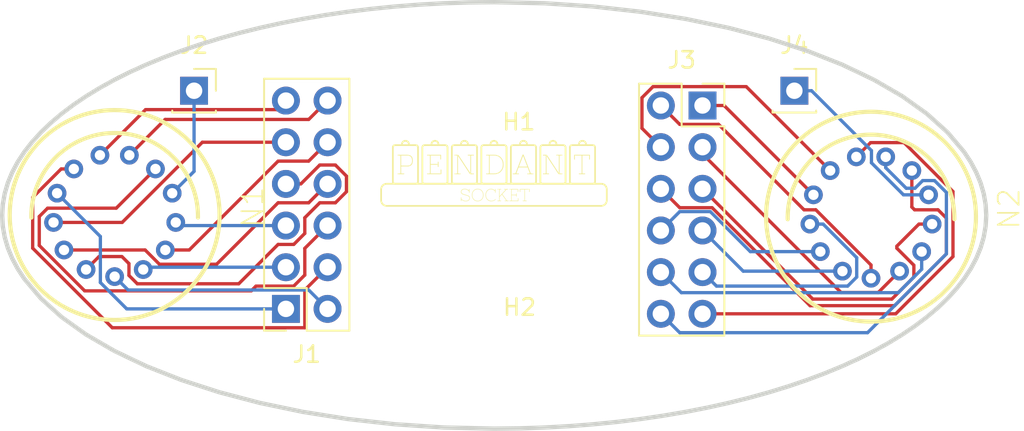
<source format=kicad_pcb>
(kicad_pcb (version 20241229) (generator "pcbnew") (generator_version "9.0")
  (layers (0 "F.Cu" signal) (2 "B.Cu" signal) (13 "F.Paste" user) (15 "B.Paste" user) (5 "F.SilkS" user "F.Silkscreen") (7 "B.SilkS" user "B.Silkscreen") (1 "F.Mask" user) (3 "B.Mask" user) (25 "Edge.Cuts" user))
  (net 0 "")
  (net 1 "Net-(J1-Pin_2)")
  (net 2 "Net-(J1-Pin_3)")
  (net 3 "Net-(J1-Pin_6)")
  (net 4 "Net-(J1-Pin_9)")
  (net 5 "Net-(J1-Pin_10)")
  (net 6 "Net-(J1-Pin_11)")
  (net 7 "Net-(J1-Pin_1)")
  (net 8 "Net-(J1-Pin_7)")
  (net 9 "Net-(J1-Pin_8)")
  (net 10 "Net-(J1-Pin_5)")
  (net 11 "Net-(J1-Pin_4)")
  (net 12 "Net-(J1-Pin_12)")
  (net 13 "Net-(J2-Pin_1)")
  (net 14 "Net-(J3-Pin_4)")
  (net 15 "Net-(J3-Pin_6)")
  (net 16 "Net-(J3-Pin_9)")
  (net 17 "Net-(J3-Pin_2)")
  (net 18 "Net-(J3-Pin_8)")
  (net 19 "Net-(J3-Pin_11)")
  (net 20 "Net-(J3-Pin_7)")
  (net 21 "Net-(J3-Pin_5)")
  (net 22 "Net-(J3-Pin_3)")
  (net 23 "Net-(J3-Pin_10)")
  (net 24 "Net-(J3-Pin_1)")
  (net 25 "Net-(J3-Pin_12)")
  (net 26 "Net-(J4-Pin_1)")
  (footprint "Connector_PinSocket_2.54mm:PinSocket_2x06_P2.54mm_Vertical" (layer "F.Cu") (at 66.2 46.5)
    (property "Reference" "J3")
    (property "Value" "Conn_02x06_Counter_Clockwise")
  )
  (footprint "Connector_PinSocket_2.54mm:PinSocket_2x06_P2.54mm_Vertical" (layer "F.Cu") (at 40.8 58.9 180)
    (property "Reference" "J1")
    (property "Value" "Conn_02x06_Counter_Clockwise")
  )
  (footprint "Connector_PinSocket_2.54mm:PinSocket_1x01_P2.54mm_Vertical" (layer "F.Cu") (at 35.2 45.6)
    (property "Reference" "J2")
    (property "Value" "Conn_01x01_Pin")
  )
  (footprint "MountingHole:MountingHole_2.2mm_M2" (layer "F.Cu") (at 55 44.3 180)
    (property "Reference" "H1")
    (property "Value" "MountingHole")
  )
  (footprint "nixies-us:nixies-us-IN-16" (layer "F.Cu") (at 76.47382 53.27768)
    (property "Reference" "N2")
    (property "Value" "IN-16")
  )
  (footprint "MountingHole:MountingHole_2.2mm_M2" (layer "F.Cu") (at 55.0438 62)
    (property "Reference" "H2")
    (property "Value" "MountingHole")
  )
  (footprint "Connector_PinSocket_2.54mm:PinSocket_1x01_P2.54mm_Vertical" (layer "F.Cu") (at 71.8 45.6)
    (property "Reference" "J4")
    (property "Value" "Conn_01x01_Pin")
  )
  (footprint "nixies-us:nixies-us-IN-16" (layer "F.Cu") (at 30.35756 53.17768)
    (property "Reference" "N1")
    (property "Value" "IN-16")
  )
  (gr_poly (pts (xy 54.948826 51.589463) (xy 54.949772 51.58951) (xy 54.950687 51.589587) (xy 54.95157 51.589696) (xy 54.952423 51.589835) (xy 54.953245 51.590006) (xy 54.954036 51.590207) (xy 54.954795 51.59044) (xy 54.955524 51.590703) (xy 54.956221 51.590998) (xy 54.956888 51.591323) (xy 54.957524 51.59168) (xy 54.958128 51.592067) (xy 54.958702 51.592486) (xy 54.959245 51.592936) (xy 54.959756 51.593416) (xy 54.960237 51.593928) (xy 54.960686 51.59447) (xy 54.961105 51.595044) (xy 54.961493 51.595649) (xy 54.961849 51.596284) (xy 54.962175 51.596951) (xy 54.962469 51.597649) (xy 54.962733 51.598377) (xy 54.962965 51.599137) (xy 54.963167 51.599927) (xy 54.963337 51.600749) (xy 54.963477 51.601602) (xy 54.963585 51.602485) (xy 54.963663 51.6034) (xy 54.963709 51.604346) (xy 54.963725 51.605323) (xy 54.963725 51.753489) (xy 54.963709 51.754466) (xy 54.963663 51.755411) (xy 54.963585 51.756326) (xy 54.963477 51.75721) (xy 54.963337 51.758062) (xy 54.963167 51.758884) (xy 54.962965 51.759675) (xy 54.962733 51.760434) (xy 54.962469 51.761163) (xy 54.962175 51.761861) (xy 54.961849 51.762527) (xy 54.961493 51.763163) (xy 54.961105 51.763768) (xy 54.960686 51.764341) (xy 54.960237 51.764884) (xy 54.959756 51.765395) (xy 54.959245 51.765876) (xy 54.958702 51.766326) (xy 54.958128 51.766744) (xy 54.957524 51.767132) (xy 54.956888 51.767488) (xy 54.956221 51.767814) (xy 54.955524 51.768108) (xy 54.954795 51.768372) (xy 54.954036 51.768605) (xy 54.953245 51.768806) (xy 54.952423 51.768977) (xy 54.95157 51.769116) (xy 54.950687 51.769225) (xy 54.949772 51.769302) (xy 54.948826 51.769349) (xy 54.94785 51.769364) (xy 54.946873 51.769349) (xy 54.945927 51.769302) (xy 54.945013 51.769225) (xy 54.944129 51.769116) (xy 54.943276 51.768977) (xy 54.942455 51.768806) (xy 54.941664 51.768605) (xy 54.940904 51.768372) (xy 54.940176 51.768108) (xy 54.939478 51.767814) (xy 54.938811 51.767488) (xy 54.938176 51.767132) (xy 54.937571 51.766744) (xy 54.936998 51.766326) (xy 54.936455 51.765876) (xy 54.935943 51.765395) (xy 54.935463 51.764884) (xy 54.935013 51.764341) (xy 54.934595 51.763768) (xy 54.934207 51.763163) (xy 54.93385 51.762527) (xy 54.933525 51.761861) (xy 54.93323 51.761163) (xy 54.932967 51.760434) (xy 54.932734 51.759675) (xy 54.932533 51.758884) (xy 54.932362 51.758062) (xy 54.932223 51.75721) (xy 54.932114 51.756326) (xy 54.932037 51.755411) (xy 54.93199 51.754466) (xy 54.931974 51.753489) (xy 54.931974 51.637073) (xy 54.931959 51.636096) (xy 54.931912 51.63515) (xy 54.931835 51.634236) (xy 54.931726 51.633352) (xy 54.931587 51.632499) (xy 54.931416 51.631678) (xy 54.931215 51.630887) (xy 54.930982 51.630127) (xy 54.930719 51.629399) (xy 54.930424 51.628701) (xy 54.930099 51.628034) (xy 54.929742 51.627399) (xy 54.929355 51.626794) (xy 54.928936 51.62622) (xy 54.928487 51.625678) (xy 54.928006 51.625166) (xy 54.927494 51.624686) (xy 54.926952 51.624236) (xy 54.926378 51.623817) (xy 54.925774 51.62343) (xy 54.925138 51.623073) (xy 54.924472 51.622748) (xy 54.923774 51.622453) (xy 54.923045 51.62219) (xy 54.922286 51.621957) (xy 54.921495 51.621756) (xy 54.920673 51.621585) (xy 54.919821 51.621445) (xy 54.918937 51.621337) (xy 54.918022 51.621259) (xy 54.917077 51.621213) (xy 54.9161 51.621197) (xy 54.582725 51.621197) (xy 54.581749 51.621213) (xy 54.580803 51.621259) (xy 54.579888 51.621337) (xy 54.579004 51.621445) (xy 54.578152 51.621585) (xy 54.57733 51.621756) (xy 54.576539 51.621957) (xy 54.57578 51.62219) (xy 54.575051 51.622453) (xy 54.574354 51.622748) (xy 54.573687 51.623073) (xy 54.573051 51.62343) (xy 54.572447 51.623817) (xy 54.571873 51.624236) (xy 54.57133 51.624686) (xy 54.570819 51.625166) (xy 54.570338 51.625678) (xy 54.569889 51.62622) (xy 54.56947 51.626794) (xy 54.569082 51.627399) (xy 54.568726 51.628034) (xy 54.5684 51.628701) (xy 54.568106 51.629399) (xy 54.567842 51.630127) (xy 54.56761 51.630887) (xy 54.567408 51.631678) (xy 54.567238 51.632499) (xy 54.567098 51.633352) (xy 54.56699 51.634236) (xy 54.566912 51.63515) (xy 54.566865 51.636096) (xy 54.56685 51.637073) (xy 54.56685 51.922822) (xy 54.566865 51.923799) (xy 54.566912 51.924745) (xy 54.56699 51.925659) (xy 54.567098 51.926543) (xy 54.567238 51.927396) (xy 54.567408 51.928217) (xy 54.56761 51.929008) (xy 54.567842 51.929768) (xy 54.568106 51.930496) (xy 54.5684 51.931194) (xy 54.568726 51.931861) (xy 54.569082 51.932496) (xy 54.56947 51.933101) (xy 54.569889 51.933674) (xy 54.570338 51.934217) (xy 54.570819 51.934729) (xy 54.57133 51.935209) (xy 54.571873 51.935659) (xy 54.572447 51.936077) (xy 54.573051 51.936465) (xy 54.573687 51.936822) (xy 54.574354 51.937147) (xy 54.575051 51.937442) (xy 54.57578 51.937705) (xy 54.576539 51.937938) (xy 54.57733 51.938139) (xy 54.578152 51.93831) (xy 54.579004 51.938449) (xy 54.579888 51.938558) (xy 54.580803 51.938636) (xy 54.581749 51.938682) (xy 54.582725 51.938698) (xy 54.82085 51.938698) (xy 54.821827 51.938682) (xy 54.822772 51.938636) (xy 54.823687 51.938558) (xy 54.824571 51.938449) (xy 54.825424 51.93831) (xy 54.826245 51.938139) (xy 54.827036 51.937938) (xy 54.827795 51.937705) (xy 54.828524 51.937442) (xy 54.829222 51.937147) (xy 54.829888 51.936822) (xy 54.830524 51.936465) (xy 54.831129 51.936077) (xy 54.831702 51.935659) (xy 54.832245 51.935209) (xy 54.832757 51.934729) (xy 54.833237 51.934217) (xy 54.833687 51.933674) (xy 54.834105 51.933101) (xy 54.834493 51.932496) (xy 54.834849 51.931861) (xy 54.835175 51.931194) (xy 54.83547 51.930496) (xy 54.835733 51.929768) (xy 54.835966 51.929008) (xy 54.836167 51.928217) (xy 54.836338 51.927396) (xy 54.836477 51.926543) (xy 54.836586 51.925659) (xy 54.836663 51.924745) (xy 54.83671 51.923799) (xy 54.836725 51.922822) (xy 54.836725 51.869906) (xy 54.836741 51.868929) (xy 54.836787 51.867984) (xy 54.836865 51.867069) (xy 54.836973 51.866185) (xy 54.837113 51.865333) (xy 54.837283 51.864511) (xy 54.837485 51.86372) (xy 54.837717 51.862961) (xy 54.837981 51.862232) (xy 54.838275 51.861534) (xy 54.838601 51.860868) (xy 54.838958 51.860232) (xy 54.839345 51.859627) (xy 54.839764 51.859054) (xy 54.840213 51.858511) (xy 54.840694 51.858) (xy 54.841205 51.857519) (xy 54.841748 51.857069) (xy 54.842321 51.856651) (xy 54.842926 51.856263) (xy 54.843562 51.855907) (xy 54.844228 51.855581) (xy 54.844926 51.855286) (xy 54.845654 51.855023) (xy 54.846414 51.85479) (xy 54.847205 51.854589) (xy 54.848026 51.854418) (xy 54.848879 51.854279) (xy 54.849763 51.85417) (xy 54.850677 51.854093) (xy 54.851623 51.854046) (xy 54.8526 51.854031) (xy 54.853576 51.854046) (xy 54.854522 51.854093) (xy 54.855437 51.85417) (xy 54.856321 51.854279) (xy 54.857173 51.854418) (xy 54.857995 51.854589) (xy 54.858786 51.85479) (xy 54.859545 51.855023) (xy 54.860274 51.855286) (xy 54.860972 51.855581) (xy 54.861638 51.855907) (xy 54.862274 51.856263) (xy 54.862878 51.856651) (xy 54.863452 51.857069) (xy 54.863995 51.857519) (xy 54.864506 51.858) (xy 54.864987 51.858511) (xy 54.865436 51.859054) (xy 54.865855 51.859627) (xy 54.866243 51.860232) (xy 54.866599 51.860868) (xy 54.866925 51.861534) (xy 54.867219 51.862232) (xy 54.867483 51.862961) (xy 54.867715 51.86372) (xy 54.867917 51.864511) (xy 54.868087 51.865333) (xy 54.868227 51.866185) (xy 54.868336 51.867069) (xy 54.868413 51.867984) (xy 54.86846 51.868929) (xy 54.868475 51.869906) (xy 54.868475 52.039239) (xy 54.86846 52.040216) (xy 54.868413 52.041162) (xy 54.868336 52.042076) (xy 54.868227 52.04296) (xy 54.868087 52.043813) (xy 54.867917 52.044634) (xy 54.867715 52.045425) (xy 54.867483 52.046184) (xy 54.867219 52.046913) (xy 54.866925 52.047611) (xy 54.866599 52.048277) (xy 54.866243 52.048913) (xy 54.865855 52.049518) (xy 54.865436 52.050091) (xy 54.864987 52.050634) (xy 54.864506 52.051145) (xy 54.863995 52.051626) (xy 54.863452 52.052076) (xy 54.862878 52.052494) (xy 54.862274 52.052882) (xy 54.861638 52.053238) (xy 54.860972 52.053564) (xy 54.860274 52.053859) (xy 54.859545 52.054122) (xy 54.858786 52.054355) (xy 54.857995 52.054556) (xy 54.857173 52.054727) (xy 54.856321 52.054866) (xy 54.855437 52.054975) (xy 54.854522 52.055052) (xy 54.853576 52.055099) (xy 54.8526 52.055114) (xy 54.851623 52.055099) (xy 54.850677 52.055052) (xy 54.849763 52.054975) (xy 54.848879 52.054866) (xy 54.848026 52.054727) (xy 54.847205 52.054556) (xy 54.846414 52.054355) (xy 54.845654 52.054122) (xy 54.844926 52.053859) (xy 54.844228 52.053564) (xy 54.843562 52.053238) (xy 54.842926 52.052882) (xy 54.842321 52.052494) (xy 54.841748 52.052076) (xy 54.841205 52.051626) (xy 54.840694 52.051145) (xy 54.840213 52.050634) (xy 54.839764 52.050091) (xy 54.839345 52.049518) (xy 54.838958 52.048913) (xy 54.838601 52.048277) (xy 54.838275 52.047611) (xy 54.837981 52.046913) (xy 54.837717 52.046184) (xy 54.837485 52.045425) (xy 54.837283 52.044634) (xy 54.837113 52.043813) (xy 54.836973 52.04296) (xy 54.836865 52.042076) (xy 54.836787 52.041162) (xy 54.836741 52.040216) (xy 54.836725 52.039239) (xy 54.836725 51.986322) (xy 54.83671 51.985346) (xy 54.836663 51.9844) (xy 54.836586 51.983485) (xy 54.836477 51.982602) (xy 54.836338 51.981749) (xy 54.836167 51.980927) (xy 54.835966 51.980137) (xy 54.835733 51.979377) (xy 54.83547 51.978648) (xy 54.835175 51.977951) (xy 54.834849 51.977284) (xy 54.834493 51.976649) (xy 54.834105 51.976044) (xy 54.833687 51.97547) (xy 54.833237 51.974928) (xy 54.832757 51.974416) (xy 54.832245 51.973936) (xy 54.831702 51.973486) (xy 54.831129 51.973068) (xy 54.830524 51.97268) (xy 54.829888 51.972323) (xy 54.829222 51.971998) (xy 54.828524 51.971703) (xy 54.827795 51.97144) (xy 54.827036 51.971207) (xy 54.826245 51.971006) (xy 54.825424 51.970835) (xy 54.824571 51.970696) (xy 54.823687 51.970587) (xy 54.822772 51.97051) (xy 54.821827 51.970463) (xy 54.82085 51.970448) (xy 54.582725 51.970448) (xy 54.581749 51.970463) (xy 54.580803 51.97051) (xy 54.579888 51.970587) (xy 54.579004 51.970696) (xy 54.578152 51.970835) (xy 54.57733 51.971006) (xy 54.576539 51.971207) (xy 54.57578 51.97144) (xy 54.575051 51.971703) (xy 54.574354 51.971998) (xy 54.573687 51.972323) (xy 54.573051 51.97268) (xy 54.572447 51.973068) (xy 54.571873 51.973486) (xy 54.57133 51.973936) (xy 54.570819 51.974416) (xy 54.570338 51.974928) (xy 54.569889 51.97547) (xy 54.56947 51.976044) (xy 54.569082 51.976649) (xy 54.568726 51.977284) (xy 54.5684 51.977951) (xy 54.568106 51.978648) (xy 54.567842 51.979377) (xy 54.56761 51.980137) (xy 54.567408 51.980927) (xy 54.567238 51.981749) (xy 54.567098 51.982602) (xy 54.56699 51.983485) (xy 54.566912 51.9844) (xy 54.566865 51.985346) (xy 54.56685 51.986322) (xy 54.56685 52.282656) (xy 54.566865 52.283633) (xy 54.566912 52.284578) (xy 54.56699 52.285493) (xy 54.567098 52.286377) (xy 54.567238 52.287229) (xy 54.567408 52.288051) (xy 54.56761 52.288842) (xy 54.567842 52.289601) (xy 54.568106 52.29033) (xy 54.5684 52.291028) (xy 54.568726 52.291694) (xy 54.569082 52.29233) (xy 54.56947 52.292934) (xy 54.569889 52.293508) (xy 54.570338 52.294051) (xy 54.570819 52.294562) (xy 54.57133 52.295043) (xy 54.571873 52.295492) (xy 54.572447 52.295911) (xy 54.573051 52.296299) (xy 54.573687 52.296655) (xy 54.574354 52.296981) (xy 54.575051 52.297275) (xy 54.57578 52.297539) (xy 54.576539 52.297771) (xy 54.57733 52.297973) (xy 54.578152 52.298143) (xy 54.579004 52.298283) (xy 54.579888 52.298392) (xy 54.580803 52.298469) (xy 54.581749 52.298516) (xy 54.582725 52.298531) (xy 54.926684 52.298531) (xy 54.92766 52.298516) (xy 54.928606 52.298469) (xy 54.92952 52.298392) (xy 54.930404 52.298283) (xy 54.931257 52.298143) (xy 54.932078 52.297973) (xy 54.932869 52.297771) (xy 54.933629 52.297539) (xy 54.934357 52.297275) (xy 54.935055 52.296981) (xy 54.935722 52.296655) (xy 54.936357 52.296299) (xy 54.936962 52.295911) (xy 54.937535 52.295492) (xy 54.938078 52.295043) (xy 54.93859 52.294562) (xy 54.93907 52.294051) (xy 54.93952 52.293508) (xy 54.939938 52.292934) (xy 54.940326 52.29233) (xy 54.940683 52.291694) (xy 54.941008 52.291028) (xy 54.941303 52.29033) (xy 54.941566 52.289601) (xy 54.941799 52.288842) (xy 54.942001 52.288051) (xy 54.942171 52.287229) (xy 54.942311 52.286377) (xy 54.942419 52.285493) (xy 54.942497 52.284578) (xy 54.942543 52.283633) (xy 54.942559 52.282656) (xy 54.942559 52.166239) (xy 54.942574 52.165263) (xy 54.942621 52.164317) (xy 54.942698 52.163402) (xy 54.942807 52.162518) (xy 54.942946 52.161666) (xy 54.943117 52.160844) (xy 54.943318 52.160053) (xy 54.943551 52.159294) (xy 54.943814 52.158565) (xy 54.944109 52.157868) (xy 54.944434 52.157201) (xy 54.944791 52.156565) (xy 54.945179 52.155961) (xy 54.945597 52.155387) (xy 54.946047 52.154844) (xy 54.946527 52.154333) (xy 54.947039 52.153852) (xy 54.947581 52.153403) (xy 54.948155 52.152984) (xy 54.948759 52.152596) (xy 54.949395 52.15224) (xy 54.950062 52.151914) (xy 54.950759 52.15162) (xy 54.951488 52.151356) (xy 54.952248 52.151124) (xy 54.953038 52.150922) (xy 54.95386 52.150752) (xy 54.954713 52.150612) (xy 54.955596 52.150504) (xy 54.956511 52.150426) (xy 54.957457 52.15038) (xy 54.958433 52.150364) (xy 54.95941 52.15038) (xy 54.960356 52.150426) (xy 54.96127 52.150504) (xy 54.962154 52.150612) (xy 54.963007 52.150752) (xy 54.963828 52.150922) (xy 54.964619 52.151124) (xy 54.965379 52.151356) (xy 54.966107 52.15162) (xy 54.966805 52.151914) (xy 54.967472 52.15224) (xy 54.968107 52.152596) (xy 54.968712 52.152984) (xy 54.969285 52.153403) (xy 54.969828 52.153852) (xy 54.97034 52.154333) (xy 54.97082 52.154844) (xy 54.97127 52.155387) (xy 54.971688 52.155961) (xy 54.972076 52.156565) (xy 54.972433 52.157201) (xy 54.972758 52.157868) (xy 54.973053 52.158565) (xy 54.973316 52.159294) (xy 54.973549 52.160053) (xy 54.97375 52.160844) (xy 54.973921 52.161666) (xy 54.97406 52.162518) (xy 54.974169 52.163402) (xy 54.974246 52.164317) (xy 54.974293 52.165263) (xy 54.974308 52.166239) (xy 54.974308 52.314406) (xy 54.974293 52.315382) (xy 54.974246 52.316328) (xy 54.974169 52.317243) (xy 54.97406 52.318126) (xy 54.973921 52.318979) (xy 54.97375 52.319801) (xy 54.973549 52.320591) (xy 54.973316 52.321351) (xy 54.973053 52.32208) (xy 54.972758 52.322777) (xy 54.972433 52.323444) (xy 54.972076 52.32408) (xy 54.971688 52.324684) (xy 54.97127 52.325258) (xy 54.97082 52.325801) (xy 54.97034 52.326312) (xy 54.969828 52.326793) (xy 54.969285 52.327242) (xy 54.968712 52.327661) (xy 54.968107 52.328048) (xy 54.967472 52.328405) (xy 54.966805 52.328731) (xy 54.966107 52.329025) (xy 54.965379 52.329289) (xy 54.964619 52.329521) (xy 54.963828 52.329723) (xy 54.963007 52.329893) (xy 54.962154 52.330033) (xy 54.96127 52.330141) (xy 54.960356 52.330219) (xy 54.95941 52.330265) (xy 54.958433 52.330281) (xy 54.445141 52.330281) (xy 54.444165 52.330265) (xy 54.443219 52.330219) (xy 54.442304 52.330141) (xy 54.441421 52.330033) (xy 54.440568 52.329893) (xy 54.439746 52.329723) (xy 54.438956 52.329521) (xy 54.438196 52.329289) (xy 54.437468 52.329025) (xy 54.43677 52.328731) (xy 54.436103 52.328405) (xy 54.435468 52.328048) (xy 54.434863 52.327661) (xy 54.434289 52.327242) (xy 54.433747 52.326793) (xy 54.433235 52.326312) (xy 54.432755 52.325801) (xy 54.432305 52.325258) (xy 54.431886 52.324684) (xy 54.431499 52.32408) (xy 54.431142 52.323444) (xy 54.430817 52.322777) (xy 54.430522 52.32208) (xy 54.430258 52.321351) (xy 54.430026 52.320591) (xy 54.429824 52.319801) (xy 54.429654 52.318979) (xy 54.429514 52.318126) (xy 54.429406 52.317243) (xy 54.429328 52.316328) (xy 54.429282 52.315382) (xy 54.429266 52.314406) (xy 54.429282 52.313429) (xy 54.429328 52.312483) (xy 54.429406 52.311569) (xy 54.429514 52.310685) (xy 54.429654 52.309832) (xy 54.429824 52.309011) (xy 54.430026 52.30822) (xy 54.430258 52.30746) (xy 54.430522 52.306732) (xy 54.430817 52.306034) (xy 54.431142 52.305368) (xy 54.431499 52.304732) (xy 54.431886 52.304127) (xy 54.432305 52.303554) (xy 54.432755 52.303011) (xy 54.433235 52.3025) (xy 54.433747 52.302019) (xy 54.434289 52.301569) (xy 54.434863 52.301151) (xy 54.435468 52.300763) (xy 54.436103 52.300407) (xy 54.43677 52.300081) (xy 54.437468 52.299787) (xy 54.438196 52.299523) (xy 54.438956 52.299291) (xy 54.439746 52.299089) (xy 54.440568 52.298919) (xy 54.441421 52.298779) (xy 54.442304 52.298671) (xy 54.443219 52.298593) (xy 54.444165 52.298547) (xy 54.445141 52.298531) (xy 54.519225 52.298531) (xy 54.520202 52.298516) (xy 54.521147 52.298469) (xy 54.522062 52.298392) (xy 54.522946 52.298283) (xy 54.523798 52.298143) (xy 54.52462 52.297973) (xy 54.525411 52.297771) (xy 54.52617 52.297539) (xy 54.526899 52.297275) (xy 54.527597 52.296981) (xy 54.528263 52.296655) (xy 54.528899 52.296299) (xy 54.529503 52.295911) (xy 54.530077 52.295492) (xy 54.530619 52.295043) (xy 54.531131 52.294562) (xy 54.531612 52.294051) (xy 54.532061 52.293508) (xy 54.53248 52.292934) (xy 54.532867 52.29233) (xy 54.533224 52.291694) (xy 54.533549 52.291028) (xy 54.533844 52.29033) (xy 54.534107 52.289601) (xy 54.53434 52.288842) (xy 54.534541 52.288051) (xy 54.534712 52.287229) (xy 54.534851 52.286377) (xy 54.53496 52.285493) (xy 54.535037 52.284578) (xy 54.535084 52.283633) (xy 54.535099 52.282656) (xy 54.535099 51.637073) (xy 54.535084 51.636096) (xy 54.535037 51.63515) (xy 54.53496 51.634236) (xy 54.534851 51.633352) (xy 54.534712 51.632499) (xy 54.534541 51.631678) (xy 54.53434 51.630887) (xy 54.534107 51.630127) (xy 54.533844 51.629399) (xy 54.533549 51.628701) (xy 54.533224 51.628034) (xy 54.532867 51.627399) (xy 54.53248 51.626794) (xy 54.532061 51.62622) (xy 54.531612 51.625678) (xy 54.531131 51.625166) (xy 54.530619 51.624686) (xy 54.530077 51.624236) (xy 54.529503 51.623817) (xy 54.528899 51.62343) (xy 54.528263 51.623073) (xy 54.527597 51.622748) (xy 54.526899 51.622453) (xy 54.52617 51.62219) (xy 54.525411 51.621957) (xy 54.52462 51.621756) (xy 54.523798 51.621585) (xy 54.522946 51.621445) (xy 54.522062 51.621337) (xy 54.521147 51.621259) (xy 54.520202 51.621213) (xy 54.519225 51.621197) (xy 54.445141 51.621197) (xy 54.444165 51.621182) (xy 54.443219 51.621135) (xy 54.442304 51.621058) (xy 54.441421 51.620949) (xy 54.440568 51.62081) (xy 54.439746 51.620639) (xy 54.438956 51.620438) (xy 54.438196 51.620205) (xy 54.437468 51.619942) (xy 54.43677 51.619647) (xy 54.436103 51.619322) (xy 54.435468 51.618965) (xy 54.434863 51.618577) (xy 54.434289 51.618159) (xy 54.433747 51.617709) (xy 54.433235 51.617229) (xy 54.432755 51.616717) (xy 54.432305 51.616175) (xy 54.431886 51.615601) (xy 54.431499 51.614996) (xy 54.431142 51.614361) (xy 54.430817 51.613694) (xy 54.430522 51.612996) (xy 54.430258 51.612268) (xy 54.430026 51.611508) (xy 54.429824 51.610718) (xy 54.429654 51.609896) (xy 54.429514 51.609043) (xy 54.429406 51.60816) (xy 54.429328 51.607245) (xy 54.429282 51.606299) (xy 54.429266 51.605323) (xy 54.429282 51.604346) (xy 54.429328 51.6034) (xy 54.429406 51.602485) (xy 54.429514 51.601602) (xy 54.429654 51.600749) (xy 54.429824 51.599927) (xy 54.430026 51.599137) (xy 54.430258 51.598377) (xy 54.430522 51.597649) (xy 54.430817 51.596951) (xy 54.431142 51.596284) (xy 54.431499 51.595649) (xy 54.431886 51.595044) (xy 54.432305 51.59447) (xy 54.432755 51.593928) (xy 54.433235 51.593416) (xy 54.433747 51.592936) (xy 54.434289 51.592486) (xy 54.434863 51.592067) (xy 54.435468 51.59168) (xy 54.436103 51.591323) (xy 54.43677 51.590998) (xy 54.437468 51.590703) (xy 54.438196 51.59044) (xy 54.438956 51.590207) (xy 54.439746 51.590006) (xy 54.440568 51.589835) (xy 54.441421 51.589696) (xy 54.442304 51.589587) (xy 54.443219 51.58951) (xy 54.444165 51.589463) (xy 54.445141 51.589447) (xy 54.94785 51.589447)) (fill yes) (layer "F.SilkS"))
  (gr_poly (pts (xy 50.239115 49.504556) (xy 50.240628 49.50463) (xy 50.242092 49.504754) (xy 50.243506 49.504928) (xy 50.24487 49.505151) (xy 50.246184 49.505424) (xy 50.247449 49.505746) (xy 50.248665 49.506118) (xy 50.249831 49.50654) (xy 50.250947 49.507011) (xy 50.252014 49.507532) (xy 50.253031 49.508103) (xy 50.253998 49.508723) (xy 50.254916 49.509393) (xy 50.255784 49.510112) (xy 50.256602 49.510881) (xy 50.257371 49.5117) (xy 50.258091 49.512568) (xy 50.25876 49.513485) (xy 50.259381 49.514453) (xy 50.259951 49.51547) (xy 50.260472 49.516536) (xy 50.260943 49.517653) (xy 50.261365 49.518818) (xy 50.261737 49.520034) (xy 50.26206 49.521299) (xy 50.262332 49.522614) (xy 50.262556 49.523978) (xy 50.262729 49.525392) (xy 50.262853 49.526855) (xy 50.262928 49.528368) (xy 50.262953 49.529931) (xy 50.262953 49.766998) (xy 50.262928 49.76856) (xy 50.262853 49.770073) (xy 50.262729 49.771537) (xy 50.262556 49.772951) (xy 50.262332 49.774315) (xy 50.26206 49.77563) (xy 50.261737 49.776895) (xy 50.261365 49.77811) (xy 50.260943 49.779276) (xy 50.260472 49.780392) (xy 50.259951 49.781459) (xy 50.259381 49.782476) (xy 50.25876 49.783443) (xy 50.258091 49.784361) (xy 50.257371 49.785229) (xy 50.256602 49.786048) (xy 50.255784 49.786817) (xy 50.254916 49.787536) (xy 50.253998 49.788206) (xy 50.253031 49.788826) (xy 50.252014 49.789396) (xy 50.250947 49.789917) (xy 50.249831 49.790388) (xy 50.248665 49.79081) (xy 50.247449 49.791182) (xy 50.246184 49.791505) (xy 50.24487 49.791778) (xy 50.243506 49.792001) (xy 50.242092 49.792174) (xy 50.240628 49.792298) (xy 50.239115 49.792373) (xy 50.237552 49.792398) (xy 50.23599 49.792373) (xy 50.234477 49.792298) (xy 50.233013 49.792174) (xy 50.231599 49.792001) (xy 50.230235 49.791778) (xy 50.22892 49.791505) (xy 50.227655 49.791182) (xy 50.22644 49.79081) (xy 50.225274 49.790388) (xy 50.224158 49.789917) (xy 50.223091 49.789396) (xy 50.222074 49.788826) (xy 50.221107 49.788206) (xy 50.220189 49.787536) (xy 50.219321 49.786817) (xy 50.218502 49.786048) (xy 50.217733 49.785229) (xy 50.217014 49.784361) (xy 50.216344 49.783443) (xy 50.215724 49.782476) (xy 50.215154 49.781459) (xy 50.214633 49.780392) (xy 50.214161 49.779276) (xy 50.21374 49.77811) (xy 50.213368 49.776895) (xy 50.213045 49.77563) (xy 50.212772 49.774315) (xy 50.212549 49.772951) (xy 50.212375 49.771537) (xy 50.212251 49.770073) (xy 50.212177 49.76856) (xy 50.212152 49.766998) (xy 50.212152 49.580731) (xy 50.212127 49.579168) (xy 50.212053 49.577655) (xy 50.211929 49.576192) (xy 50.211755 49.574778) (xy 50.211532 49.573414) (xy 50.211259 49.572099) (xy 50.210937 49.570834) (xy 50.210565 49.569618) (xy 50.210143 49.568453) (xy 50.209672 49.567336) (xy 50.209151 49.56627) (xy 50.20858 49.565253) (xy 50.20796 49.564285) (xy 50.207291 49.563368) (xy 50.206571 49.562499) (xy 50.205802 49.561681) (xy 50.204984 49.560912) (xy 50.204116 49.560193) (xy 50.203198 49.559523) (xy 50.202231 49.558903) (xy 50.201214 49.558332) (xy 50.200147 49.557811) (xy 50.199031 49.55734) (xy 50.197865 49.556918) (xy 50.196649 49.556546) (xy 50.195384 49.556224) (xy 50.19407 49.555951) (xy 50.192706 49.555728) (xy 50.191292 49.555554) (xy 50.189828 49.55543) (xy 50.188315 49.555356) (xy 50.186752 49.555331) (xy 49.653352 49.555331) (xy 49.65179 49.555356) (xy 49.650277 49.55543) (xy 49.648813 49.555554) (xy 49.647399 49.555728) (xy 49.646035 49.555951) (xy 49.64472 49.556224) (xy 49.643455 49.556546) (xy 49.64224 49.556918) (xy 49.641074 49.55734) (xy 49.639958 49.557811) (xy 49.638891 49.558332) (xy 49.637874 49.558903) (xy 49.636907 49.559523) (xy 49.635989 49.560193) (xy 49.635121 49.560912) (xy 49.634302 49.561681) (xy 49.633534 49.562499) (xy 49.632814 49.563368) (xy 49.632144 49.564285) (xy 49.631524 49.565253) (xy 49.630954 49.56627) (xy 49.630433 49.567336) (xy 49.629962 49.568453) (xy 49.62954 49.569618) (xy 49.629168 49.570834) (xy 49.628845 49.572099) (xy 49.628573 49.573414) (xy 49.628349 49.574778) (xy 49.628176 49.576192) (xy 49.628052 49.577655) (xy 49.627977 49.579168) (xy 49.627952 49.580731) (xy 49.627952 50.037931) (xy 49.627977 50.039494) (xy 49.628052 50.041007) (xy 49.628176 50.04247) (xy 49.628349 50.043884) (xy 49.628573 50.045248) (xy 49.628845 50.046563) (xy 49.629168 50.047828) (xy 49.62954 50.049043) (xy 49.629962 50.050209) (xy 49.630433 50.051325) (xy 49.630954 50.052392) (xy 49.631524 50.053409) (xy 49.632144 50.054376) (xy 49.632814 50.055294) (xy 49.633534 50.056162) (xy 49.634302 50.056981) (xy 49.635121 50.05775) (xy 49.635989 50.058469) (xy 49.636907 50.059139) (xy 49.637874 50.059759) (xy 49.638891 50.06033) (xy 49.639958 50.06085) (xy 49.641074 50.061322) (xy 49.64224 50.061743) (xy 49.643455 50.062116) (xy 49.64472 50.062438) (xy 49.646035 50.062711) (xy 49.647399 50.062934) (xy 49.648813 50.063108) (xy 49.650277 50.063232) (xy 49.65179 50.063306) (xy 49.653352 50.063331) (xy 50.034352 50.063331) (xy 50.035915 50.063306) (xy 50.037428 50.063232) (xy 50.038892 50.063108) (xy 50.040305 50.062934) (xy 50.04167 50.062711) (xy 50.042984 50.062438) (xy 50.044249 50.062116) (xy 50.045465 50.061743) (xy 50.046631 50.061322) (xy 50.047747 50.06085) (xy 50.048814 50.06033) (xy 50.049831 50.059759) (xy 50.050798 50.059139) (xy 50.051716 50.058469) (xy 50.052584 50.05775) (xy 50.053402 50.056981) (xy 50.054171 50.056162) (xy 50.054891 50.055294) (xy 50.05556 50.054376) (xy 50.056181 50.053409) (xy 50.056751 50.052392) (xy 50.057272 50.051325) (xy 50.057743 50.050209) (xy 50.058165 50.049043) (xy 50.058537 50.047828) (xy 50.058859 50.046563) (xy 50.059132 50.045248) (xy 50.059355 50.043884) (xy 50.059529 50.04247) (xy 50.059653 50.041007) (xy 50.059728 50.039494) (xy 50.059752 50.037931) (xy 50.059752 49.953264) (xy 50.059777 49.951702) (xy 50.059852 49.950188) (xy 50.059976 49.948725) (xy 50.060149 49.947311) (xy 50.060372 49.945947) (xy 50.060645 49.944632) (xy 50.060968 49.943367) (xy 50.06134 49.942152) (xy 50.061762 49.940986) (xy 50.062233 49.93987) (xy 50.062754 49.938803) (xy 50.063324 49.937786) (xy 50.063944 49.936819) (xy 50.064614 49.935901) (xy 50.065334 49.935033) (xy 50.066103 49.934214) (xy 50.066921 49.933445) (xy 50.067789 49.932726) (xy 50.068707 49.932056) (xy 50.069674 49.931436) (xy 50.070691 49.930866) (xy 50.071758 49.930345) (xy 50.072874 49.929873) (xy 50.07404 49.929452) (xy 50.075256 49.92908) (xy 50.076521 49.928757) (xy 50.077835 49.928484) (xy 50.079199 49.928261) (xy 50.080613 49.928087) (xy 50.082077 49.927963) (xy 50.08359 49.927889) (xy 50.085153 49.927864) (xy 50.086715 49.927889) (xy 50.088228 49.927963) (xy 50.089692 49.928087) (xy 50.091106 49.928261) (xy 50.09247 49.928484) (xy 50.093785 49.928757) (xy 50.09505 49.92908) (xy 50.096265 49.929452) (xy 50.097431 49.929873) (xy 50.098547 49.930345) (xy 50.099614 49.930866) (xy 50.100631 49.931436) (xy 50.101598 49.932056) (xy 50.102516 49.932726) (xy 50.103384 49.933445) (xy 50.104202 49.934214) (xy 50.104971 49.935033) (xy 50.105691 49.935901) (xy 50.10636 49.936819) (xy 50.106981 49.937786) (xy 50.107551 49.938803) (xy 50.108072 49.93987) (xy 50.108543 49.940986) (xy 50.108965 49.942152) (xy 50.109337 49.943367) (xy 50.109659 49.944632) (xy 50.109932 49.945947) (xy 50.110155 49.947311) (xy 50.110329 49.948725) (xy 50.110453 49.950188) (xy 50.110527 49.951702) (xy 50.110552 49.953264) (xy 50.110552 50.224198) (xy 50.110527 50.22576) (xy 50.110453 50.227273) (xy 50.110329 50.228737) (xy 50.110155 50.230151) (xy 50.109932 50.231515) (xy 50.109659 50.23283) (xy 50.109337 50.234095) (xy 50.108965 50.23531) (xy 50.108543 50.236476) (xy 50.108072 50.237592) (xy 50.107551 50.238659) (xy 50.106981 50.239676) (xy 50.10636 50.240643) (xy 50.105691 50.241561) (xy 50.104971 50.242429) (xy 50.104202 50.243248) (xy 50.103384 50.244017) (xy 50.102516 50.244736) (xy 50.101598 50.245406) (xy 50.100631 50.246026) (xy 50.099614 50.246596) (xy 50.098547 50.247117) (xy 50.097431 50.247588) (xy 50.096265 50.24801) (xy 50.09505 50.248382) (xy 50.093785 50.248705) (xy 50.09247 50.248978) (xy 50.091106 50.249201) (xy 50.089692 50.249374) (xy 50.088228 50.249498) (xy 50.086715 50.249573) (xy 50.085153 50.249598) (xy 50.08359 50.249573) (xy 50.082077 50.249498) (xy 50.080613 50.249374) (xy 50.079199 50.249201) (xy 50.077835 50.248978) (xy 50.076521 50.248705) (xy 50.075256 50.248382) (xy 50.07404 50.24801) (xy 50.072874 50.247588) (xy 50.071758 50.247117) (xy 50.070691 50.246596) (xy 50.069674 50.246026) (xy 50.068707 50.245406) (xy 50.067789 50.244736) (xy 50.066921 50.244017) (xy 50.066103 50.243248) (xy 50.065334 50.242429) (xy 50.064614 50.241561) (xy 50.063944 50.240643) (xy 50.063324 50.239676) (xy 50.062754 50.238659) (xy 50.062233 50.237592) (xy 50.061762 50.236476) (xy 50.06134 50.23531) (xy 50.060968 50.234095) (xy 50.060645 50.23283) (xy 50.060372 50.231515) (xy 50.060149 50.230151) (xy 50.059976 50.228737) (xy 50.059852 50.227273) (xy 50.059777 50.22576) (xy 50.059752 50.224198) (xy 50.059752 50.139531) (xy 50.059728 50.137968) (xy 50.059653 50.136455) (xy 50.059529 50.134992) (xy 50.059355 50.133578) (xy 50.059132 50.132214) (xy 50.058859 50.130899) (xy 50.058537 50.129634) (xy 50.058165 50.128418) (xy 50.057743 50.127253) (xy 50.057272 50.126136) (xy 50.056751 50.12507) (xy 50.056181 50.124053) (xy 50.05556 50.123085) (xy 50.054891 50.122168) (xy 50.054171 50.121299) (xy 50.053402 50.120481) (xy 50.052584 50.119712) (xy 50.051716 50.118993) (xy 50.050798 50.118323) (xy 50.049831 50.117703) (xy 50.048814 50.117132) (xy 50.047747 50.116611) (xy 50.046631 50.11614) (xy 50.045465 50.115718) (xy 50.044249 50.115346) (xy 50.042984 50.115024) (xy 50.04167 50.114751) (xy 50.040305 50.114528) (xy 50.038892 50.114354) (xy 50.037428 50.11423) (xy 50.035915 50.114156) (xy 50.034352 50.114131) (xy 49.653352 50.114131) (xy 49.65179 50.114156) (xy 49.650277 50.11423) (xy 49.648813 50.114354) (xy 49.647399 50.114528) (xy 49.646035 50.114751) (xy 49.64472 50.115024) (xy 49.643455 50.115346) (xy 49.64224 50.115718) (xy 49.641074 50.11614) (xy 49.639958 50.116611) (xy 49.638891 50.117132) (xy 49.637874 50.117703) (xy 49.636907 50.118323) (xy 49.635989 50.118993) (xy 49.635121 50.119712) (xy 49.634302 50.120481) (xy 49.633534 50.121299) (xy 49.632814 50.122168) (xy 49.632144 50.123085) (xy 49.631524 50.124053) (xy 49.630954 50.12507) (xy 49.630433 50.126136) (xy 49.629962 50.127253) (xy 49.62954 50.128418) (xy 49.629168 50.129634) (xy 49.628845 50.130899) (xy 49.628573 50.132214) (xy 49.628349 50.133578) (xy 49.628176 50.134992) (xy 49.628052 50.136455) (xy 49.627977 50.137968) (xy 49.627952 50.139531) (xy 49.627952 50.613664) (xy 49.627977 50.615227) (xy 49.628052 50.61674) (xy 49.628176 50.618204) (xy 49.628349 50.619617) (xy 49.628573 50.620982) (xy 49.628845 50.622296) (xy 49.629168 50.623561) (xy 49.62954 50.624777) (xy 49.629962 50.625943) (xy 49.630433 50.627059) (xy 49.630954 50.628125) (xy 49.631524 50.629142) (xy 49.632144 50.63011) (xy 49.632814 50.631028) (xy 49.633534 50.631896) (xy 49.634302 50.632714) (xy 49.635121 50.633483) (xy 49.635989 50.634203) (xy 49.636907 50.634872) (xy 49.637874 50.635492) (xy 49.638891 50.636063) (xy 49.639958 50.636584) (xy 49.641074 50.637055) (xy 49.64224 50.637477) (xy 49.643455 50.637849) (xy 49.64472 50.638171) (xy 49.646035 50.638444) (xy 49.647399 50.638667) (xy 49.648813 50.638841) (xy 49.650277 50.638965) (xy 49.65179 50.639039) (xy 49.653352 50.639064) (xy 50.203686 50.639064) (xy 50.205249 50.639039) (xy 50.206762 50.638965) (xy 50.208225 50.638841) (xy 50.209639 50.638667) (xy 50.211003 50.638444) (xy 50.212318 50.638171) (xy 50.213583 50.637849) (xy 50.214798 50.637477) (xy 50.215964 50.637055) (xy 50.21708 50.636584) (xy 50.218147 50.636063) (xy 50.219164 50.635492) (xy 50.220131 50.634872) (xy 50.221049 50.634203) (xy 50.221917 50.633483) (xy 50.222736 50.632714) (xy 50.223505 50.631896) (xy 50.224224 50.631028) (xy 50.224894 50.63011) (xy 50.225514 50.629142) (xy 50.226084 50.628125) (xy 50.226605 50.627059) (xy 50.227077 50.625943) (xy 50.227498 50.624777) (xy 50.22787 50.623561) (xy 50.228193 50.622296) (xy 50.228466 50.620982) (xy 50.228689 50.619617) (xy 50.228862 50.618204) (xy 50.228986 50.61674) (xy 50.229061 50.615227) (xy 50.229086 50.613664) (xy 50.229086 50.427398) (xy 50.22911 50.425835) (xy 50.229185 50.424322) (xy 50.229309 50.422858) (xy 50.229483 50.421445) (xy 50.229706 50.42008) (xy 50.229979 50.418766) (xy 50.230301 50.417501) (xy 50.230673 50.416285) (xy 50.231095 50.415119) (xy 50.231566 50.414003) (xy 50.232087 50.412937) (xy 50.232658 50.41192) (xy 50.233278 50.410952) (xy 50.233947 50.410034) (xy 50.234667 50.409166) (xy 50.235436 50.408348) (xy 50.236254 50.407579) (xy 50.237122 50.406859) (xy 50.23804 50.40619) (xy 50.239008 50.40557) (xy 50.240025 50.404999) (xy 50.241091 50.404478) (xy 50.242207 50.404007) (xy 50.243373 50.403585) (xy 50.244589 50.403213) (xy 50.245854 50.402891) (xy 50.247168 50.402618) (xy 50.248533 50.402395) (xy 50.249946 50.402221) (xy 50.25141 50.402097) (xy 50.252923 50.402022) (xy 50.254486 50.401998) (xy 50.256048 50.402022) (xy 50.257562 50.402097) (xy 50.259025 50.402221) (xy 50.260439 50.402395) (xy 50.261803 50.402618) (xy 50.263118 50.402891) (xy 50.264383 50.403213) (xy 50.265598 50.403585) (xy 50.266764 50.404007) (xy 50.26788 50.404478) (xy 50.268947 50.404999) (xy 50.269964 50.40557) (xy 50.270931 50.40619) (xy 50.271849 50.406859) (xy 50.272717 50.407579) (xy 50.273536 50.408348) (xy 50.274305 50.409166) (xy 50.275024 50.410034) (xy 50.275694 50.410952) (xy 50.276314 50.41192) (xy 50.276885 50.412937) (xy 50.277405 50.414003) (xy 50.277877 50.415119) (xy 50.278298 50.416285) (xy 50.278671 50.417501) (xy 50.278993 50.418766) (xy 50.279266 50.42008) (xy 50.279489 50.421445) (xy 50.279663 50.422858) (xy 50.279787 50.424322) (xy 50.279861 50.425835) (xy 50.279886 50.427398) (xy 50.279886 50.664464) (xy 50.279861 50.666027) (xy 50.279787 50.66754) (xy 50.279663 50.669004) (xy 50.279489 50.670417) (xy 50.279266 50.671782) (xy 50.278993 50.673096) (xy 50.278671 50.674361) (xy 50.278298 50.675577) (xy 50.277877 50.676743) (xy 50.277405 50.677859) (xy 50.276885 50.678925) (xy 50.276314 50.679942) (xy 50.275694 50.68091) (xy 50.275024 50.681828) (xy 50.274305 50.682696) (xy 50.273536 50.683514) (xy 50.272717 50.684283) (xy 50.271849 50.685003) (xy 50.270931 50.685672) (xy 50.269964 50.686292) (xy 50.268947 50.686863) (xy 50.26788 50.687384) (xy 50.266764 50.687855) (xy 50.265598 50.688277) (xy 50.264383 50.688649) (xy 50.263118 50.688971) (xy 50.261803 50.689244) (xy 50.260439 50.689467) (xy 50.259025 50.689641) (xy 50.257562 50.689765) (xy 50.256048 50.689839) (xy 50.254486 50.689864) (xy 49.433219 50.689864) (xy 49.431657 50.689839) (xy 49.430143 50.689765) (xy 49.42868 50.689641) (xy 49.427266 50.689467) (xy 49.425902 50.689244) (xy 49.424587 50.688971) (xy 49.423322 50.688649) (xy 49.422107 50.688277) (xy 49.420941 50.687855) (xy 49.419825 50.687384) (xy 49.418758 50.686863) (xy 49.417741 50.686292) (xy 49.416774 50.685672) (xy 49.415856 50.685003) (xy 49.414988 50.684283) (xy 49.414169 50.683514) (xy 49.4134 50.682696) (xy 49.412681 50.681828) (xy 49.412011 50.68091) (xy 49.411391 50.679942) (xy 49.410821 50.678925) (xy 49.4103 50.677859) (xy 49.409828 50.676743) (xy 49.409407 50.675577) (xy 49.409035 50.674361) (xy 49.408712 50.673096) (xy 49.408439 50.671782) (xy 49.408216 50.670417) (xy 49.408042 50.669004) (xy 49.407918 50.66754) (xy 49.407844 50.666027) (xy 49.407819 50.664464) (xy 49.407844 50.662902) (xy 49.407918 50.661389) (xy 49.408042 50.659925) (xy 49.408216 50.658511) (xy 49.408439 50.657147) (xy 49.408712 50.655832) (xy 49.409035 50.654567) (xy 49.409407 50.653352) (xy 49.409828 50.652186) (xy 49.4103 50.65107) (xy 49.410821 50.650003) (xy 49.411391 50.648986) (xy 49.412011 50.648019) (xy 49.412681 50.647101) (xy 49.4134 50.646233) (xy 49.414169 50.645414) (xy 49.414988 50.644645) (xy 49.415856 50.643926) (xy 49.416774 50.643256) (xy 49.417741 50.642636) (xy 49.418758 50.642066) (xy 49.419825 50.641545) (xy 49.420941 50.641073) (xy 49.422107 50.640652) (xy 49.423322 50.64028) (xy 49.424587 50.639957) (xy 49.425902 50.639684) (xy 49.427266 50.639461) (xy 49.42868 50.639288) (xy 49.430143 50.639164) (xy 49.431657 50.639089) (xy 49.433219 50.639064) (xy 49.551753 50.639064) (xy 49.553315 50.639039) (xy 49.554828 50.638965) (xy 49.556292 50.638841) (xy 49.557706 50.638667) (xy 49.55907 50.638444) (xy 49.560385 50.638171) (xy 49.56165 50.637849) (xy 49.562865 50.637477) (xy 49.564031 50.637055) (xy 49.565147 50.636584) (xy 49.566214 50.636063) (xy 49.567231 50.635492) (xy 49.568198 50.634872) (xy 49.569116 50.634203) (xy 49.569984 50.633483) (xy 49.570803 50.632714) (xy 49.571571 50.631896) (xy 49.572291 50.631028) (xy 49.572961 50.63011) (xy 49.573581 50.629142) (xy 49.574151 50.628125) (xy 49.574672 50.627059) (xy 49.575143 50.625943) (xy 49.575565 50.624777) (xy 49.575937 50.623561) (xy 49.57626 50.622296) (xy 49.576532 50.620982) (xy 49.576756 50.619617) (xy 49.576929 50.618204) (xy 49.577053 50.61674) (xy 49.577128 50.615227) (xy 49.577153 50.613664) (xy 49.577153 49.580731) (xy 49.577128 49.579168) (xy 49.577053 49.577655) (xy 49.576929 49.576192) (xy 49.576756 49.574778) (xy 49.576532 49.573414) (xy 49.57626 49.572099) (xy 49.575937 49.570834) (xy 49.575565 49.569618) (xy 49.575143 49.568453) (xy 49.574672 49.567336) (xy 49.574151 49.56627) (xy 49.573581 49.565253) (xy 49.572961 49.564285) (xy 49.572291 49.563368) (xy 49.571571 49.562499) (xy 49.570803 49.561681) (xy 49.569984 49.560912) (xy 49.569116 49.560193) (xy 49.568198 49.559523) (xy 49.567231 49.558903) (xy 49.566214 49.558332) (xy 49.565147 49.557811) (xy 49.564031 49.55734) (xy 49.562865 49.556918) (xy 49.56165 49.556546) (xy 49.560385 49.556224) (xy 49.55907 49.555951) (xy 49.557706 49.555728) (xy 49.556292 49.555554) (xy 49.554828 49.55543) (xy 49.553315 49.555356) (xy 49.551753 49.555331) (xy 49.433219 49.555331) (xy 49.431657 49.555306) (xy 49.430143 49.555232) (xy 49.42868 49.555108) (xy 49.427266 49.554934) (xy 49.425902 49.554711) (xy 49.424587 49.554438) (xy 49.423322 49.554116) (xy 49.422107 49.553743) (xy 49.420941 49.553322) (xy 49.419825 49.55285) (xy 49.418758 49.55233) (xy 49.417741 49.551759) (xy 49.416774 49.551139) (xy 49.415856 49.550469) (xy 49.414988 49.54975) (xy 49.414169 49.548981) (xy 49.4134 49.548162) (xy 49.412681 49.547294) (xy 49.412011 49.546376) (xy 49.411391 49.545409) (xy 49.410821 49.544392) (xy 49.4103 49.543325) (xy 49.409828 49.542209) (xy 49.409407 49.541043) (xy 49.409035 49.539828) (xy 49.408712 49.538563) (xy 49.408439 49.537248) (xy 49.408216 49.535884) (xy 49.408042 49.53447) (xy 49.407918 49.533007) (xy 49.407844 49.531494) (xy 49.407819 49.529931) (xy 49.407844 49.528368) (xy 49.407918 49.526855) (xy 49.408042 49.525392) (xy 49.408216 49.523978) (xy 49.408439 49.522614) (xy 49.408712 49.521299) (xy 49.409035 49.520034) (xy 49.409407 49.518818) (xy 49.409828 49.517653) (xy 49.4103 49.516536) (xy 49.410821 49.51547) (xy 49.411391 49.514453) (xy 49.412011 49.513485) (xy 49.412681 49.512568) (xy 49.4134 49.5117) (xy 49.414169 49.510881) (xy 49.414988 49.510112) (xy 49.415856 49.509393) (xy 49.416774 49.508723) (xy 49.417741 49.508103) (xy 49.418758 49.507532) (xy 49.419825 49.507011) (xy 49.420941 49.50654) (xy 49.422107 49.506118) (xy 49.423322 49.505746) (xy 49.424587 49.505424) (xy 49.425902 49.505151) (xy 49.427266 49.504928) (xy 49.42868 49.504754) (xy 49.430143 49.50463) (xy 49.431657 49.504556) (xy 49.433219 49.504531) (xy 50.237552 49.504531)) (fill yes) (layer "F.SilkS"))
  (gr_poly (pts (xy 48.728192 48.917328) (xy 48.73491 48.917839) (xy 48.741531 48.91868) (xy 48.748046 48.919844) (xy 48.754446 48.921321) (xy 48.760724 48.923104) (xy 48.76687 48.925183) (xy 48.772878 48.927552) (xy 48.778738 48.930201) (xy 48.784442 48.933123) (xy 48.789982 48.936308) (xy 48.79535 48.939749) (xy 48.800536 48.943438) (xy 48.805534 48.947365) (xy 48.810334 48.951523) (xy 48.814929 48.955903) (xy 48.819309 48.960498) (xy 48.823467 48.965298) (xy 48.827394 48.970295) (xy 48.831083 48.975482) (xy 48.834524 48.98085) (xy 48.837709 48.98639) (xy 48.840631 48.992094) (xy 48.84328 48.997954) (xy 48.845648 49.003961) (xy 48.847728 49.010108) (xy 48.849511 49.016386) (xy 48.850988 49.022786) (xy 48.852152 49.029301) (xy 48.852993 49.035922) (xy 48.853504 49.04264) (xy 48.853676 49.049448) (xy 48.853676 51.139656) (xy 48.853504 51.146463) (xy 48.852993 51.153182) (xy 48.852152 51.159802) (xy 48.850988 51.166317) (xy 48.849511 51.172718) (xy 48.847728 51.178995) (xy 48.845648 51.185142) (xy 48.84328 51.19115) (xy 48.840631 51.19701) (xy 48.837709 51.202714) (xy 48.834524 51.208254) (xy 48.831083 51.213621) (xy 48.827394 51.218808) (xy 48.823467 51.223806) (xy 48.819309 51.228606) (xy 48.814929 51.2332) (xy 48.810334 51.237581) (xy 48.805534 51.241739) (xy 48.800536 51.245666) (xy 48.79535 51.249354) (xy 48.789982 51.252795) (xy 48.784442 51.255981) (xy 48.778738 51.258902) (xy 48.772878 51.261551) (xy 48.76687 51.26392) (xy 48.760724 51.266) (xy 48.754446 51.267783) (xy 48.748046 51.26926) (xy 48.741531 51.270423) (xy 48.73491 51.271265) (xy 48.728192 51.271775) (xy 48.721384 51.271948) (xy 47.451384 51.271948) (xy 47.444577 51.271775) (xy 47.437858 51.271265) (xy 47.431238 51.270423) (xy 47.424723 51.26926) (xy 47.418323 51.267783) (xy 47.412045 51.266) (xy 47.405898 51.26392) (xy 47.39989 51.261551) (xy 47.39403 51.258902) (xy 47.388326 51.255981) (xy 47.382786 51.252795) (xy 47.377419 51.249354) (xy 47.372232 51.245666) (xy 47.367235 51.241739) (xy 47.362434 51.237581) (xy 47.35784 51.2332) (xy 47.35346 51.228606) (xy 47.349302 51.223806) (xy 47.345374 51.218808) (xy 47.341686 51.213621) (xy 47.338245 51.208254) (xy 47.33506 51.202714) (xy 47.332138 51.19701) (xy 47.329489 51.19115) (xy 47.32712 51.185142) (xy 47.32504 51.178995) (xy 47.323258 51.172718) (xy 47.32178 51.166317) (xy 47.320617 51.159802) (xy 47.319776 51.153182) (xy 47.319265 51.146463) (xy 47.319093 51.139656) (xy 47.319093 49.049448) (xy 47.319265 49.04264) (xy 47.319776 49.035922) (xy 47.320617 49.029301) (xy 47.32178 49.022786) (xy 47.323258 49.016386) (xy 47.32504 49.010108) (xy 47.32712 49.003961) (xy 47.329489 48.997954) (xy 47.332138 48.992094) (xy 47.33506 48.98639) (xy 47.338245 48.98085) (xy 47.341686 48.975482) (xy 47.345374 48.970295) (xy 47.349302 48.965298) (xy 47.35346 48.960498) (xy 47.35784 48.955903) (xy 47.362434 48.951523) (xy 47.367235 48.947365) (xy 47.372232 48.943438) (xy 47.377419 48.939749) (xy 47.382786 48.936308) (xy 47.388326 48.933123) (xy 47.39403 48.930201) (xy 47.39989 48.927552) (xy 47.405898 48.925183) (xy 47.412045 48.923104) (xy 47.418323 48.921321) (xy 47.424723 48.919844) (xy 47.431238 48.91868) (xy 47.437858 48.917839) (xy 47.444577 48.917328) (xy 47.451384 48.917156) (xy 48.721384 48.917156)) (stroke (width 0.105833) (color 255 255 255 1)) (fill no) (layer "F.SilkS"))
  (gr_poly (pts (xy 49.899167 48.6) (xy 49.912604 48.601022) (xy 49.925845 48.602705) (xy 49.938875 48.605031) (xy 49.951676 48.607986) (xy 49.964231 48.611551) (xy 49.976525 48.615711) (xy 49.98854 48.620448) (xy 50.00026 48.625747) (xy 50.011669 48.63159) (xy 50.022749 48.637961) (xy 50.033483 48.644843) (xy 50.043857 48.652219) (xy 50.053852 48.660074) (xy 50.063452 48.66839) (xy 50.072641 48.677151) (xy 50.081401 48.686339) (xy 50.089717 48.69594) (xy 50.097572 48.705935) (xy 50.104948 48.716308) (xy 50.11183 48.727043) (xy 50.118201 48.738123) (xy 50.124044 48.749531) (xy 50.129342 48.761252) (xy 50.13408 48.773267) (xy 50.138239 48.78556) (xy 50.141804 48.798116) (xy 50.144759 48.810917) (xy 50.147085 48.823946) (xy 50.148768 48.837187) (xy 50.14979 48.850624) (xy 50.150134 48.864239) (xy 50.044301 48.864239) (xy 50.044094 48.85607) (xy 50.043481 48.848008) (xy 50.042472 48.840063) (xy 50.041076 48.832246) (xy 50.039304 48.824565) (xy 50.037164 48.817032) (xy 50.034669 48.809656) (xy 50.031827 48.802447) (xy 50.028648 48.795415) (xy 50.025142 48.78857) (xy 50.02132 48.781922) (xy 50.017191 48.775481) (xy 50.012765 48.769257) (xy 50.008053 48.76326) (xy 50.003063 48.757499) (xy 49.997807 48.751986) (xy 49.992294 48.74673) (xy 49.986534 48.74174) (xy 49.980537 48.737027) (xy 49.974313 48.732601) (xy 49.967872 48.728472) (xy 49.961224 48.72465) (xy 49.954379 48.721144) (xy 49.947347 48.717965) (xy 49.940137 48.715122) (xy 49.932761 48.712626) (xy 49.925227 48.710487) (xy 49.917547 48.708715) (xy 49.909729 48.707318) (xy 49.901783 48.706309) (xy 49.893721 48.705696) (xy 49.885551 48.705489) (xy 49.877381 48.705696) (xy 49.869318 48.706309) (xy 49.861373 48.707318) (xy 49.853555 48.708715) (xy 49.845874 48.710487) (xy 49.83834 48.712626) (xy 49.830964 48.715122) (xy 49.823755 48.717965) (xy 49.816723 48.721144) (xy 49.809878 48.72465) (xy 49.80323 48.728472) (xy 49.796789 48.732601) (xy 49.790565 48.737027) (xy 49.784568 48.74174) (xy 49.778808 48.74673) (xy 49.773295 48.751986) (xy 49.768038 48.757499) (xy 49.763049 48.76326) (xy 49.758336 48.769257) (xy 49.753911 48.775481) (xy 49.749782 48.781922) (xy 49.745959 48.78857) (xy 49.742454 48.795415) (xy 49.739275 48.802447) (xy 49.736433 48.809656) (xy 49.733937 48.817032) (xy 49.731798 48.824565) (xy 49.730026 48.832246) (xy 49.72863 48.840063) (xy 49.72762 48.848008) (xy 49.727007 48.85607) (xy 49.726801 48.864239) (xy 49.620968 48.864239) (xy 49.621312 48.850624) (xy 49.622334 48.837187) (xy 49.624016 48.823946) (xy 49.626343 48.810917) (xy 49.629297 48.798116) (xy 49.632862 48.78556) (xy 49.637022 48.773267) (xy 49.641759 48.761252) (xy 49.647058 48.749531) (xy 49.6529 48.738123) (xy 49.659271 48.727043) (xy 49.666153 48.716308) (xy 49.67353 48.705935) (xy 49.681384 48.69594) (xy 49.6897 48.686339) (xy 49.698461 48.677151) (xy 49.707649 48.66839) (xy 49.71725 48.660074) (xy 49.727245 48.652219) (xy 49.737618 48.644843) (xy 49.748353 48.637961) (xy 49.759433 48.63159) (xy 49.770841 48.625747) (xy 49.782561 48.620448) (xy 49.794577 48.615711) (xy 49.80687 48.611551) (xy 49.819426 48.607986) (xy 49.832227 48.605031) (xy 49.845256 48.602705) (xy 49.858498 48.601022) (xy 49.871935 48.6) (xy 49.885551 48.599656)) (fill yes) (layer "F.SilkS"))
  (gr_poly (pts (xy 53.318474 51.579215) (xy 53.334194 51.580269) (xy 53.349723 51.582026) (xy 53.365063 51.584485) (xy 53.380213 51.587647) (xy 53.395173 51.591512) (xy 53.409944 51.59608) (xy 53.424525 51.601351) (xy 53.438916 51.607324) (xy 53.453117 51.614) (xy 53.467129 51.62138) (xy 53.48095 51.629462) (xy 53.494582 51.638248) (xy 53.508025 51.647736) (xy 53.521277 51.657928) (xy 53.53434 51.668823) (xy 53.535381 51.669646) (xy 53.536388 51.670395) (xy 53.537362 51.671069) (xy 53.538304 51.671669) (xy 53.539213 51.672194) (xy 53.540088 51.672645) (xy 53.540931 51.673021) (xy 53.541741 51.673323) (xy 53.542518 51.67355) (xy 53.543262 51.673703) (xy 53.543973 51.673781) (xy 53.544651 51.673785) (xy 53.545296 51.673714) (xy 53.545908 51.673569) (xy 53.546487 51.67335) (xy 53.547033 51.673056) (xy 53.547546 51.672687) (xy 53.548026 51.672245) (xy 53.548473 51.671728) (xy 53.548887 51.671136) (xy 53.549268 51.67047) (xy 53.549616 51.66973) (xy 53.549931 51.668915) (xy 53.550212 51.668026) (xy 53.550461 51.667063) (xy 53.550676 51.666025) (xy 53.550859 51.664913) (xy 53.551008 51.663727) (xy 53.551124 51.662466) (xy 53.551207 51.661132) (xy 53.551256 51.659722) (xy 53.551273 51.658239) (xy 53.551273 51.605323) (xy 53.551289 51.604346) (xy 53.551335 51.6034) (xy 53.551413 51.602485) (xy 53.551521 51.601602) (xy 53.551661 51.600749) (xy 53.551831 51.599927) (xy 53.552033 51.599137) (xy 53.552265 51.598377) (xy 53.552529 51.597649) (xy 53.552824 51.596951) (xy 53.553149 51.596284) (xy 53.553506 51.595649) (xy 53.553893 51.595044) (xy 53.554312 51.59447) (xy 53.554762 51.593928) (xy 53.555242 51.593416) (xy 53.555754 51.592936) (xy 53.556296 51.592486) (xy 53.55687 51.592067) (xy 53.557475 51.59168) (xy 53.55811 51.591323) (xy 53.558777 51.590998) (xy 53.559475 51.590703) (xy 53.560203 51.59044) (xy 53.560963 51.590207) (xy 53.561753 51.590006) (xy 53.562575 51.589835) (xy 53.563428 51.589696) (xy 53.564311 51.589587) (xy 53.565226 51.58951) (xy 53.566172 51.589463) (xy 53.567148 51.589447) (xy 53.568125 51.589463) (xy 53.569071 51.58951) (xy 53.569985 51.589587) (xy 53.570869 51.589696) (xy 53.571722 51.589835) (xy 53.572543 51.590006) (xy 53.573334 51.590207) (xy 53.574094 51.59044) (xy 53.574822 51.590703) (xy 53.57552 51.590998) (xy 53.576187 51.591323) (xy 53.576822 51.59168) (xy 53.577427 51.592067) (xy 53.578001 51.592486) (xy 53.578543 51.592936) (xy 53.579055 51.593416) (xy 53.579535 51.593928) (xy 53.579985 51.59447) (xy 53.580404 51.595044) (xy 53.580791 51.595649) (xy 53.581148 51.596284) (xy 53.581473 51.596951) (xy 53.581768 51.597649) (xy 53.582031 51.598377) (xy 53.582264 51.599137) (xy 53.582465 51.599927) (xy 53.582636 51.600749) (xy 53.582775 51.601602) (xy 53.582884 51.602485) (xy 53.582962 51.6034) (xy 53.583008 51.604346) (xy 53.583024 51.605323) (xy 53.583024 51.806406) (xy 53.583008 51.807382) (xy 53.582962 51.808328) (xy 53.582884 51.809243) (xy 53.582775 51.810126) (xy 53.582636 51.810979) (xy 53.582465 51.811801) (xy 53.582264 51.812591) (xy 53.582031 51.813351) (xy 53.581768 51.81408) (xy 53.581473 51.814777) (xy 53.581148 51.815444) (xy 53.580791 51.81608) (xy 53.580404 51.816684) (xy 53.579985 51.817258) (xy 53.579535 51.817801) (xy 53.579055 51.818312) (xy 53.578543 51.818793) (xy 53.578001 51.819242) (xy 53.577427 51.819661) (xy 53.576822 51.820049) (xy 53.576187 51.820405) (xy 53.57552 51.820731) (xy 53.574822 51.821025) (xy 53.574094 51.821289) (xy 53.573334 51.821521) (xy 53.572543 51.821723) (xy 53.571722 51.821893) (xy 53.570869 51.822033) (xy 53.569985 51.822141) (xy 53.569071 51.822219) (xy 53.568125 51.822265) (xy 53.567148 51.822281) (xy 53.566172 51.822265) (xy 53.565226 51.822219) (xy 53.564311 51.822141) (xy 53.563428 51.822033) (xy 53.562575 51.821893) (xy 53.561753 51.821723) (xy 53.560963 51.821521) (xy 53.560203 51.821289) (xy 53.559475 51.821025) (xy 53.558777 51.820731) (xy 53.55811 51.820405) (xy 53.557475 51.820049) (xy 53.55687 51.819661) (xy 53.556296 51.819242) (xy 53.555754 51.818793) (xy 53.555242 51.818312) (xy 53.554762 51.817801) (xy 53.554312 51.817258) (xy 53.553893 51.816684) (xy 53.553506 51.81608) (xy 53.553149 51.815444) (xy 53.552824 51.814777) (xy 53.552529 51.81408) (xy 53.552265 51.813351) (xy 53.552033 51.812591) (xy 53.551831 51.811801) (xy 53.551661 51.810979) (xy 53.551521 51.810126) (xy 53.551413 51.809243) (xy 53.551335 51.808328) (xy 53.551289 51.807382) (xy 53.551273 51.806406) (xy 53.551273 51.732323) (xy 53.543981 51.7242) (xy 53.53639 51.716244) (xy 53.528502 51.708454) (xy 53.520317 51.700831) (xy 53.511834 51.693373) (xy 53.503053 51.686082) (xy 53.493974 51.678957) (xy 53.484598 51.671998) (xy 53.473716 51.664563) (xy 53.462768 51.657608) (xy 53.451754 51.651133) (xy 53.440674 51.645139) (xy 53.429528 51.639623) (xy 53.418316 51.634588) (xy 53.407039 51.630033) (xy 53.395695 51.625957) (xy 53.384285 51.622361) (xy 53.37281 51.619244) (xy 53.361268 51.616607) (xy 53.34966 51.614449) (xy 53.337986 51.612772) (xy 53.326245 51.611573) (xy 53.314438 51.610854) (xy 53.302565 51.610614) (xy 53.286467 51.611007) (xy 53.270716 51.612186) (xy 53.255312 51.61415) (xy 53.240256 51.616899) (xy 53.225547 51.620435) (xy 53.211185 51.624755) (xy 53.19717 51.629861) (xy 53.183503 51.635753) (xy 53.170183 51.64243) (xy 53.15721 51.649892) (xy 53.144584 51.65814) (xy 53.132306 51.667173) (xy 53.120375 51.676991) (xy 53.108791 51.687594) (xy 53.097554 51.698982) (xy 53.086665 51.711156) (xy 53.076284 51.723795) (xy 53.066573 51.73684) (xy 53.057532 51.750289) (xy 53.04916 51.764144) (xy 53.041458 51.778403) (xy 53.034426 51.793067) (xy 53.028064 51.808136) (xy 53.022371 51.82361) (xy 53.017348 51.839489) (xy 53.012995 51.855773) (xy 53.009311 51.872462) (xy 53.006297 51.889556) (xy 53.003953 51.907055) (xy 53.002279 51.924959) (xy 53.001275 51.943267) (xy 53.00094 51.961981) (xy 53.001287 51.980565) (xy 53.002329 51.998744) (xy 53.004065 52.016517) (xy 53.006496 52.033885) (xy 53.009621 52.050848) (xy 53.013441 52.067405) (xy 53.017956 52.083556) (xy 53.023165 52.099303) (xy 53.029068 52.114644) (xy 53.035667 52.12958) (xy 53.042959 52.144111) (xy 53.050946 52.158237) (xy 53.059628 52.171957) (xy 53.069004 52.185273) (xy 53.079075 52.198183) (xy 53.08984 52.210689) (xy 53.101184 52.222608) (xy 53.11299 52.233757) (xy 53.12526 52.244138) (xy 53.137992 52.25375) (xy 53.151187 52.262593) (xy 53.164845 52.270667) (xy 53.178966 52.277972) (xy 53.19355 52.284508) (xy 53.208597 52.290275) (xy 53.224108 52.295273) (xy 53.240082 52.299502) (xy 53.25652 52.302963) (xy 53.273421 52.305654) (xy 53.290786 52.307576) (xy 53.308614 52.30873) (xy 53.326906 52.309114) (xy 53.345202 52.308738) (xy 53.363052 52.30761) (xy 53.380455 52.305729) (xy 53.397412 52.303096) (xy 53.413922 52.299711) (xy 53.429986 52.295573) (xy 53.445604 52.290683) (xy 53.460776 52.28504) (xy 53.475501 52.278645) (xy 53.489781 52.271498) (xy 53.503614 52.263597) (xy 53.517001 52.254944) (xy 53.529942 52.245539) (xy 53.542437 52.235381) (xy 53.554487 52.224469) (xy 53.56609 52.212806) (xy 53.567402 52.211556) (xy 53.568697 52.210455) (xy 53.569339 52.209961) (xy 53.569976 52.209504) (xy 53.57061 52.209085) (xy 53.571239 52.208702) (xy 53.571865 52.208357) (xy 53.572486 52.208049) (xy 53.573104 52.207779) (xy 53.573717 52.207546) (xy 53.574327 52.20735) (xy 53.574932 52.207191) (xy 53.575534 52.207069) (xy 53.576131 52.206985) (xy 53.576724 52.206938) (xy 53.577313 52.206928) (xy 53.577899 52.206955) (xy 53.57848 52.20702) (xy 53.579057 52.207121) (xy 53.57963 52.20726) (xy 53.580199 52.207436) (xy 53.580764 52.207649) (xy 53.581326 52.207899) (xy 53.581883 52.208186) (xy 53.582436 52.208511) (xy 53.582984 52.208872) (xy 53.583529 52.209271) (xy 53.58407 52.209706) (xy 53.584607 52.210179) (xy 53.58514 52.210689) (xy 53.586164 52.211733) (xy 53.587122 52.212754) (xy 53.588014 52.21375) (xy 53.588841 52.214721) (xy 53.589601 52.215669) (xy 53.590296 52.216591) (xy 53.590924 52.217489) (xy 53.591487 52.218362) (xy 53.591983 52.21921) (xy 53.592414 52.220034) (xy 53.592778 52.220832) (xy 53.593077 52.221606) (xy 53.593309 52.222354) (xy 53.593474 52.223077) (xy 53.593574 52.223775) (xy 53.593607 52.224447) (xy 53.593586 52.225107) (xy 53.593524 52.225768) (xy 53.59342 52.226429) (xy 53.593275 52.227091) (xy 53.593088 52.227753) (xy 53.59286 52.228415) (xy 53.592591 52.229077) (xy 53.592281 52.229739) (xy 53.591929 52.230401) (xy 53.591536 52.231064) (xy 53.591102 52.231726) (xy 53.590626 52.232387) (xy 53.59011 52.233049) (xy 53.589552 52.23371) (xy 53.588954 52.234371) (xy 53.588315 52.235031) (xy 53.574622 52.247848) (xy 53.560533 52.259838) (xy 53.546047 52.271001) (xy 53.531165 52.281337) (xy 53.515885 52.290845) (xy 53.500209 52.299527) (xy 53.484135 52.307381) (xy 53.467665 52.314409) (xy 53.450798 52.32061) (xy 53.433534 52.325983) (xy 53.415873 52.33053) (xy 53.397815 52.334251) (xy 53.379361 52.337144) (xy 53.360509 52.339211) (xy 53.341261 52.340451) (xy 53.321615 52.340864) (xy 53.302137 52.340442) (xy 53.28313 52.339177) (xy 53.264594 52.337069) (xy 53.246531 52.334117) (xy 53.228939 52.330322) (xy 53.21182 52.325683) (xy 53.195171 52.320202) (xy 53.178995 52.313876) (xy 53.16329 52.306708) (xy 53.148056 52.298696) (xy 53.133295 52.289841) (xy 53.119004 52.280142) (xy 53.105185 52.2696) (xy 53.091838 52.258215) (xy 53.078962 52.245986) (xy 53.066557 52.232914) (xy 53.054764 52.219197) (xy 53.043731 52.205034) (xy 53.033461 52.190424) (xy 53.023951 52.175367) (xy 53.015203 52.159864) (xy 53.007216 52.143915) (xy 52.99999 52.127519) (xy 52.993525 52.110677) (xy 52.987821 52.093388) (xy 52.982877 52.075652) (xy 52.978695 52.057471) (xy 52.975273 52.038842) (xy 52.972611 52.019767) (xy 52.970711 52.000246) (xy 52.96957 51.980278) (xy 52.96919 51.959864) (xy 52.969554 51.93945) (xy 52.970645 51.919482) (xy 52.972463 51.899961) (xy 52.97501 51.880886) (xy 52.978283 51.862258) (xy 52.982284 51.844076) (xy 52.987013 51.826341) (xy 52.99247 51.809052) (xy 52.998654 51.792209) (xy 53.005566 51.775813) (xy 53.013206 51.759864) (xy 53.021574 51.744361) (xy 53.030669 51.729305) (xy 53.040493 51.714695) (xy 53.051044 51.700531) (xy 53.062323 51.686814) (xy 53.074173 51.673742) (xy 53.086445 51.661513) (xy 53.099139 51.650128) (xy 53.112255 51.639586) (xy 53.125793 51.629887) (xy 53.139754 51.621032) (xy 53.154136 51.61302) (xy 53.168941 51.605852) (xy 53.184167 51.599526) (xy 53.199816 51.594045) (xy 53.215886 51.589406) (xy 53.232378 51.585611) (xy 53.249293 51.582659) (xy 53.266628 51.580551) (xy 53.284386 51.579286) (xy 53.302565 51.578864)) (fill yes) (layer "F.SilkS"))
  (gr_poly (pts (xy 52.511457 51.579286) (xy 52.530702 51.580551) (xy 52.54946 51.582659) (xy 52.56773 51.585611) (xy 52.585511 51.589406) (xy 52.602805 51.594045) (xy 52.61961 51.599526) (xy 52.635928 51.605852) (xy 52.651757 51.61302) (xy 52.667098 51.621032) (xy 52.681952 51.629887) (xy 52.696317 51.639586) (xy 52.710194 51.650128) (xy 52.723583 51.661513) (xy 52.736485 51.673742) (xy 52.748898 51.686814) (xy 52.760691 51.700406) (xy 52.771723 51.71446) (xy 52.781994 51.728978) (xy 52.791503 51.743959) (xy 52.800251 51.759404) (xy 52.808239 51.775311) (xy 52.815465 51.791682) (xy 52.82193 51.808516) (xy 52.827634 51.825813) (xy 52.832577 51.843574) (xy 52.83676 51.861797) (xy 52.840182 51.880484) (xy 52.842843 51.899634) (xy 52.844744 51.919248) (xy 52.845885 51.939324) (xy 52.846265 51.959864) (xy 52.845885 51.980408) (xy 52.844744 52.000497) (xy 52.842843 52.02013) (xy 52.840182 52.039309) (xy 52.83676 52.058033) (xy 52.832577 52.076301) (xy 52.827634 52.094115) (xy 52.82193 52.111474) (xy 52.815465 52.128378) (xy 52.808239 52.144827) (xy 52.800251 52.160821) (xy 52.791503 52.176361) (xy 52.781994 52.191446) (xy 52.771723 52.206076) (xy 52.760691 52.220252) (xy 52.748898 52.233973) (xy 52.736485 52.246915) (xy 52.723583 52.259023) (xy 52.710194 52.270296) (xy 52.696317 52.280734) (xy 52.681952 52.290337) (xy 52.667098 52.299106) (xy 52.651757 52.307039) (xy 52.635928 52.314138) (xy 52.61961 52.320401) (xy 52.602805 52.32583) (xy 52.585511 52.330424) (xy 52.56773 52.334182) (xy 52.54946 52.337105) (xy 52.530702 52.339193) (xy 52.511457 52.340446) (xy 52.491723 52.340864) (xy 52.471994 52.340446) (xy 52.452753 52.339193) (xy 52.433998 52.337105) (xy 52.415731 52.334182) (xy 52.397952 52.330424) (xy 52.38066 52.32583) (xy 52.363856 52.320401) (xy 52.347538 52.314138) (xy 52.331709 52.307039) (xy 52.316366 52.299106) (xy 52.301511 52.290337) (xy 52.287144 52.280734) (xy 52.273264 52.270296) (xy 52.259871 52.259023) (xy 52.246966 52.246915) (xy 52.234548 52.233973) (xy 52.222759 52.220252) (xy 52.21173 52.206076) (xy 52.201462 52.191446) (xy 52.191954 52.176361) (xy 52.183206 52.160821) (xy 52.175219 52.144827) (xy 52.167992 52.128378) (xy 52.161526 52.111474) (xy 52.155821 52.094115) (xy 52.150876 52.076301) (xy 52.146691 52.058033) (xy 52.143268 52.039309) (xy 52.140605 52.02013) (xy 52.138703 52.000497) (xy 52.137562 51.980408) (xy 52.137181 51.959864) (xy 52.168931 51.959864) (xy 52.169279 51.978703) (xy 52.17032 51.997121) (xy 52.172057 52.015117) (xy 52.174488 52.032691) (xy 52.177613 52.049843) (xy 52.181433 52.066574) (xy 52.185947 52.082883) (xy 52.191156 52.09877) (xy 52.19706 52.114236) (xy 52.203658 52.12928) (xy 52.21095 52.143902) (xy 52.218938 52.158103) (xy 52.227619 52.171882) (xy 52.236995 52.185239) (xy 52.247066 52.198175) (xy 52.257831 52.210689) (xy 52.269163 52.222608) (xy 52.280933 52.233757) (xy 52.293142 52.244138) (xy 52.305788 52.25375) (xy 52.318873 52.262593) (xy 52.332397 52.270667) (xy 52.346358 52.277972) (xy 52.360758 52.284508) (xy 52.375595 52.290275) (xy 52.390871 52.295273) (xy 52.406585 52.299502) (xy 52.422737 52.302963) (xy 52.439327 52.305654) (xy 52.456354 52.307576) (xy 52.47382 52.30873) (xy 52.491723 52.309114) (xy 52.509631 52.30873) (xy 52.5271 52.307576) (xy 52.54413 52.305654) (xy 52.560721 52.302963) (xy 52.576873 52.299502) (xy 52.592587 52.295273) (xy 52.607862 52.290275) (xy 52.622698 52.284508) (xy 52.637097 52.277972) (xy 52.651056 52.270667) (xy 52.664578 52.262593) (xy 52.677661 52.25375) (xy 52.690307 52.244138) (xy 52.702514 52.233757) (xy 52.714283 52.222608) (xy 52.725615 52.210689) (xy 52.73638 52.198175) (xy 52.746451 52.185239) (xy 52.755827 52.171882) (xy 52.764508 52.158103) (xy 52.772495 52.143902) (xy 52.779788 52.12928) (xy 52.786386 52.114236) (xy 52.79229 52.09877) (xy 52.797499 52.082883) (xy 52.802013 52.066574) (xy 52.805833 52.049843) (xy 52.808958 52.032691) (xy 52.811389 52.015117) (xy 52.813126 51.997121) (xy 52.814167 51.978703) (xy 52.814515 51.959864) (xy 52.814167 51.941025) (xy 52.813126 51.922608) (xy 52.811389 51.904612) (xy 52.808958 51.887038) (xy 52.805833 51.869885) (xy 52.802013 51.853154) (xy 52.797499 51.836845) (xy 52.79229 51.820958) (xy 52.786386 51.805492) (xy 52.779788 51.790448) (xy 52.772495 51.775826) (xy 52.764508 51.761625) (xy 52.755827 51.747846) (xy 52.746451 51.734489) (xy 52.73638 51.721553) (xy 52.725615 51.709039) (xy 52.714283 51.69712) (xy 52.702514 51.685971) (xy 52.690307 51.67559) (xy 52.677661 51.665978) (xy 52.664578 51.657135) (xy 52.651056 51.649061) (xy 52.637097 51.641757) (xy 52.622698 51.63522) (xy 52.607862 51.629453) (xy 52.592587 51.624455) (xy 52.576873 51.620226) (xy 52.560721 51.616766) (xy 52.54413 51.614075) (xy 52.5271 51.612152) (xy 52.509631 51.610999) (xy 52.491723 51.610614) (xy 52.47382 51.610999) (xy 52.456354 51.612152) (xy 52.439327 51.614075) (xy 52.422737 51.616766) (xy 52.406585 51.620226) (xy 52.390871 51.624455) (xy 52.375595 51.629453) (xy 52.360758 51.63522) (xy 52.346358 51.641757) (xy 52.332397 51.649061) (xy 52.318873 51.657135) (xy 52.305788 51.665978) (xy 52.293142 51.67559) (xy 52.280933 51.685971) (xy 52.269163 51.69712) (xy 52.257831 51.709039) (xy 52.247066 51.721553) (xy 52.236995 51.734489) (xy 52.227619 51.747846) (xy 52.218938 51.761625) (xy 52.21095 51.775826) (xy 52.203658 51.790448) (xy 52.19706 51.805492) (xy 52.191156 51.820958) (xy 52.185947 51.836845) (xy 52.181433 51.853154) (xy 52.177613 51.869885) (xy 52.174488 51.887038) (xy 52.172057 51.904612) (xy 52.17032 51.922608) (xy 52.169279 51.941025) (xy 52.168931 51.959864) (xy 52.137181 51.959864) (xy 52.137562 51.939324) (xy 52.138703 51.919248) (xy 52.140605 51.899634) (xy 52.143268 51.880484) (xy 52.146691 51.861797) (xy 52.150876 51.843574) (xy 52.155821 51.825813) (xy 52.161526 51.808516) (xy 52.167992 51.791682) (xy 52.175219 51.775311) (xy 52.183206 51.759404) (xy 52.191954 51.743959) (xy 52.201462 51.728978) (xy 52.21173 51.71446) (xy 52.222759 51.700406) (xy 52.234548 51.686814) (xy 52.246966 51.673742) (xy 52.259871 51.661513) (xy 52.273264 51.650128) (xy 52.287144 51.639586) (xy 52.301511 51.629887) (xy 52.316366 51.621032) (xy 52.331709 51.61302) (xy 52.347538 51.605852) (xy 52.363856 51.599526) (xy 52.38066 51.594045) (xy 52.397952 51.589406) (xy 52.415731 51.585611) (xy 52.433998 51.582659) (xy 52.452753 51.580551) (xy 52.471994 51.579286) (xy 52.491723 51.578864)) (fill yes) (layer "F.SilkS"))
  (gr_poly (pts (xy 55.264754 49.487697) (xy 55.268286 49.487995) (xy 55.271633 49.488491) (xy 55.274794 49.489185) (xy 55.27777 49.490078) (xy 55.280561 49.49117) (xy 55.283167 49.492459) (xy 55.2844 49.493179) (xy 55.285587 49.493948) (xy 55.286728 49.494766) (xy 55.287823 49.495634) (xy 55.288871 49.496552) (xy 55.289873 49.497519) (xy 55.290829 49.498536) (xy 55.291738 49.499603) (xy 55.292601 49.500719) (xy 55.293418 49.501885) (xy 55.294914 49.504366) (xy 55.296224 49.507044) (xy 55.297349 49.509922) (xy 55.29829 49.512998) (xy 55.721624 50.613664) (xy 55.723146 50.61674) (xy 55.724748 50.619617) (xy 55.726428 50.622296) (xy 55.728188 50.624777) (xy 55.730026 50.627059) (xy 55.731944 50.629142) (xy 55.733941 50.631028) (xy 55.734969 50.631896) (xy 55.736017 50.632714) (xy 55.737085 50.633483) (xy 55.738173 50.634203) (xy 55.73928 50.634872) (xy 55.740408 50.635492) (xy 55.741555 50.636063) (xy 55.742722 50.636584) (xy 55.743909 50.637055) (xy 55.745116 50.637477) (xy 55.746343 50.637849) (xy 55.74759 50.638171) (xy 55.748857 50.638444) (xy 55.750143 50.638667) (xy 55.75145 50.638841) (xy 55.752777 50.638965) (xy 55.75549 50.639064) (xy 55.865557 50.639064) (xy 55.86712 50.639089) (xy 55.868633 50.639164) (xy 55.870096 50.639288) (xy 55.87151 50.639461) (xy 55.872875 50.639684) (xy 55.874189 50.639957) (xy 55.875454 50.64028) (xy 55.87667 50.640652) (xy 55.877836 50.641073) (xy 55.878952 50.641545) (xy 55.880018 50.642066) (xy 55.881035 50.642636) (xy 55.882003 50.643256) (xy 55.882921 50.643926) (xy 55.883789 50.644645) (xy 55.884607 50.645414) (xy 55.885376 50.646233) (xy 55.886096 50.647101) (xy 55.886765 50.648019) (xy 55.887386 50.648986) (xy 55.887956 50.650003) (xy 55.888477 50.65107) (xy 55.888948 50.652186) (xy 55.88937 50.653352) (xy 55.889742 50.654567) (xy 55.890064 50.655832) (xy 55.890337 50.657147) (xy 55.89056 50.658511) (xy 55.890734 50.659925) (xy 55.890858 50.661389) (xy 55.890933 50.662902) (xy 55.890957 50.664464) (xy 55.890933 50.666027) (xy 55.890858 50.66754) (xy 55.890734 50.669004) (xy 55.89056 50.670417) (xy 55.890337 50.671782) (xy 55.890064 50.673096) (xy 55.889742 50.674361) (xy 55.88937 50.675577) (xy 55.888948 50.676743) (xy 55.888477 50.677859) (xy 55.887956 50.678925) (xy 55.887386 50.679942) (xy 55.886765 50.68091) (xy 55.886096 50.681828) (xy 55.885376 50.682696) (xy 55.884607 50.683514) (xy 55.883789 50.684283) (xy 55.882921 50.685003) (xy 55.882003 50.685672) (xy 55.881035 50.686292) (xy 55.880018 50.686863) (xy 55.878952 50.687384) (xy 55.877836 50.687855) (xy 55.87667 50.688277) (xy 55.875454 50.688649) (xy 55.874189 50.688971) (xy 55.872875 50.689244) (xy 55.87151 50.689467) (xy 55.870096 50.689641) (xy 55.868633 50.689765) (xy 55.86712 50.689839) (xy 55.865557 50.689864) (xy 55.543824 50.689864) (xy 55.542261 50.689839) (xy 55.540748 50.689765) (xy 55.539284 50.689641) (xy 55.537871 50.689467) (xy 55.536506 50.689244) (xy 55.535192 50.688971) (xy 55.533927 50.688649) (xy 55.532711 50.688277) (xy 55.531545 50.687855) (xy 55.530429 50.687384) (xy 55.529363 50.686863) (xy 55.528346 50.686292) (xy 55.527378 50.685672) (xy 55.52646 50.685003) (xy 55.525592 50.684283) (xy 55.524774 50.683514) (xy 55.524005 50.682696) (xy 55.523286 50.681828) (xy 55.522616 50.68091) (xy 55.521996 50.679942) (xy 55.521425 50.678925) (xy 55.520904 50.677859) (xy 55.520433 50.676743) (xy 55.520011 50.675577) (xy 55.519639 50.674361) (xy 55.519317 50.673096) (xy 55.519044 50.671782) (xy 55.518821 50.670417) (xy 55.518647 50.669004) (xy 55.518523 50.66754) (xy 55.518449 50.666027) (xy 55.518424 50.664464) (xy 55.518449 50.662902) (xy 55.518523 50.661389) (xy 55.518647 50.659925) (xy 55.518821 50.658511) (xy 55.519044 50.657147) (xy 55.519317 50.655832) (xy 55.519639 50.654567) (xy 55.520011 50.653352) (xy 55.520433 50.652186) (xy 55.520904 50.65107) (xy 55.521425 50.650003) (xy 55.521996 50.648986) (xy 55.522616 50.648019) (xy 55.523286 50.647101) (xy 55.524005 50.646233) (xy 55.524774 50.645414) (xy 55.525592 50.644645) (xy 55.52646 50.643926) (xy 55.527378 50.643256) (xy 55.528346 50.642636) (xy 55.529363 50.642066) (xy 55.530429 50.641545) (xy 55.531545 50.641073) (xy 55.532711 50.640652) (xy 55.533927 50.64028) (xy 55.535192 50.639957) (xy 55.536506 50.639684) (xy 55.537871 50.639461) (xy 55.539284 50.639288) (xy 55.540748 50.639164) (xy 55.542261 50.639089) (xy 55.543824 50.639064) (xy 55.645424 50.639064) (xy 55.647183 50.639039) (xy 55.648863 50.638965) (xy 55.650463 50.638841) (xy 55.651984 50.638667) (xy 55.653425 50.638444) (xy 55.654788 50.638171) (xy 55.656071 50.637849) (xy 55.657275 50.637477) (xy 55.6584 50.637055) (xy 55.659445 50.636584) (xy 55.660411 50.636063) (xy 55.661298 50.635492) (xy 55.662105 50.634872) (xy 55.662833 50.634203) (xy 55.663481 50.633483) (xy 55.664051 50.632714) (xy 55.664541 50.631896) (xy 55.664951 50.631028) (xy 55.665282 50.63011) (xy 55.665534 50.629142) (xy 55.665706 50.628125) (xy 55.665799 50.627059) (xy 55.665813 50.625943) (xy 55.665746 50.624777) (xy 55.665601 50.623561) (xy 55.665376 50.622296) (xy 55.665072 50.620982) (xy 55.664688 50.619617) (xy 55.664224 50.618204) (xy 55.663681 50.61674) (xy 55.663059 50.615227) (xy 55.662357 50.613664) (xy 55.54213 50.300398) (xy 55.541475 50.298939) (xy 55.540781 50.297527) (xy 55.540047 50.296161) (xy 55.539273 50.294842) (xy 55.538459 50.293568) (xy 55.537606 50.292341) (xy 55.536713 50.291161) (xy 55.53578 50.290026) (xy 55.534808 50.288938) (xy 55.533796 50.287896) (xy 55.532744 50.286901) (xy 55.531653 50.285952) (xy 55.530522 50.285049) (xy 55.529351 50.284192) (xy 55.52814 50.283382) (xy 55.52689 50.282618) (xy 55.5256 50.2819) (xy 55.524271 50.281229) (xy 55.522902 50.280604) (xy 55.521493 50.280025) (xy 55.520044 50.279492) (xy 55.518556 50.279006) (xy 55.517028 50.278566) (xy 55.51546 50.278173) (xy 55.513853 50.277825) (xy 55.512206 50.277524) (xy 55.510519 50.27727) (xy 55.508793 50.277061) (xy 55.507027 50.276899) (xy 55.505221 50.276784) (xy 55.50149 50.276691) (xy 55.020584 50.276691) (xy 55.016853 50.276784) (xy 55.013281 50.277061) (xy 55.009868 50.277524) (xy 55.006614 50.278173) (xy 55.003518 50.279006) (xy 55.000582 50.280025) (xy 54.997803 50.281229) (xy 54.995184 50.282618) (xy 54.992723 50.284192) (xy 54.990422 50.285952) (xy 54.988278 50.287896) (xy 54.986294 50.290026) (xy 54.984468 50.292341) (xy 54.982802 50.294842) (xy 54.981294 50.297527) (xy 54.979944 50.300398) (xy 54.859717 50.613664) (xy 54.858914 50.615227) (xy 54.858197 50.61674) (xy 54.857566 50.618204) (xy 54.857021 50.619617) (xy 54.856562 50.620982) (xy 54.856188 50.622296) (xy 54.855901 50.623561) (xy 54.855699 50.624777) (xy 54.855584 50.625943) (xy 54.855554 50.627059) (xy 54.85561 50.628125) (xy 54.855752 50.629142) (xy 54.85598 50.63011) (xy 54.856294 50.631028) (xy 54.856695 50.631896) (xy 54.85718 50.632714) (xy 54.857752 50.633483) (xy 54.85841 50.634203) (xy 54.859154 50.634872) (xy 54.859984 50.635492) (xy 54.8609 50.636063) (xy 54.861902 50.636584) (xy 54.86299 50.637055) (xy 54.864164 50.637477) (xy 54.865423 50.637849) (xy 54.866769 50.638171) (xy 54.868201 50.638444) (xy 54.869719 50.638667) (xy 54.871323 50.638841) (xy 54.873013 50.638965) (xy 54.874789 50.639039) (xy 54.876651 50.639064) (xy 54.978251 50.639064) (xy 54.979813 50.639089) (xy 54.981326 50.639164) (xy 54.98279 50.639288) (xy 54.984204 50.639461) (xy 54.985568 50.639684) (xy 54.986883 50.639957) (xy 54.988148 50.64028) (xy 54.989363 50.640652) (xy 54.990529 50.641073) (xy 54.991645 50.641545) (xy 54.992712 50.642066) (xy 54.993729 50.642636) (xy 54.994696 50.643256) (xy 54.995614 50.643926) (xy 54.996482 50.644645) (xy 54.997301 50.645414) (xy 54.998069 50.646233) (xy 54.998789 50.647101) (xy 54.999458 50.648019) (xy 55.000079 50.648986) (xy 55.000649 50.650003) (xy 55.00117 50.65107) (xy 55.001641 50.652186) (xy 55.002063 50.653352) (xy 55.002435 50.654567) (xy 55.002757 50.655832) (xy 55.00303 50.657147) (xy 55.003254 50.658511) (xy 55.003427 50.659925) (xy 55.003551 50.661389) (xy 55.003626 50.662902) (xy 55.00365 50.664464) (xy 55.003626 50.666027) (xy 55.003551 50.66754) (xy 55.003427 50.669004) (xy 55.003254 50.670417) (xy 55.00303 50.671782) (xy 55.002757 50.673096) (xy 55.002435 50.674361) (xy 55.002063 50.675577) (xy 55.001641 50.676743) (xy 55.00117 50.677859) (xy 55.000649 50.678925) (xy 55.000079 50.679942) (xy 54.999458 50.68091) (xy 54.998789 50.681828) (xy 54.998069 50.682696) (xy 54.997301 50.683514) (xy 54.996482 50.684283) (xy 54.995614 50.685003) (xy 54.994696 50.685672) (xy 54.993729 50.686292) (xy 54.992712 50.686863) (xy 54.991645 50.687384) (xy 54.990529 50.687855) (xy 54.989363 50.688277) (xy 54.988148 50.688649) (xy 54.986883 50.688971) (xy 54.985568 50.689244) (xy 54.984204 50.689467) (xy 54.98279 50.689641) (xy 54.981326 50.689765) (xy 54.979813 50.689839) (xy 54.978251 50.689864) (xy 54.656517 50.689864) (xy 54.654955 50.689839) (xy 54.653442 50.689765) (xy 54.651978 50.689641) (xy 54.650564 50.689467) (xy 54.6492 50.689244) (xy 54.647885 50.688971) (xy 54.64662 50.688649) (xy 54.645405 50.688277) (xy 54.644239 50.687855) (xy 54.643123 50.687384) (xy 54.642056 50.686863) (xy 54.641039 50.686292) (xy 54.640072 50.685672) (xy 54.639154 50.685003) (xy 54.638286 50.684283) (xy 54.637467 50.683514) (xy 54.636698 50.682696) (xy 54.635979 50.681828) (xy 54.635309 50.68091) (xy 54.634689 50.679942) (xy 54.634118 50.678925) (xy 54.633598 50.677859) (xy 54.633126 50.676743) (xy 54.632705 50.675577) (xy 54.632332 50.674361) (xy 54.63201 50.673096) (xy 54.631737 50.671782) (xy 54.631514 50.670417) (xy 54.63134 50.669004) (xy 54.631216 50.66754) (xy 54.631142 50.666027) (xy 54.631117 50.664464) (xy 54.631142 50.662902) (xy 54.631216 50.661389) (xy 54.63134 50.659925) (xy 54.631514 50.658511) (xy 54.631737 50.657147) (xy 54.63201 50.655832) (xy 54.632332 50.654567) (xy 54.632705 50.653352) (xy 54.633126 50.652186) (xy 54.633598 50.65107) (xy 54.634118 50.650003) (xy 54.634689 50.648986) (xy 54.635309 50.648019) (xy 54.635979 50.647101) (xy 54.636698 50.646233) (xy 54.637467 50.645414) (xy 54.638286 50.644645) (xy 54.639154 50.643926) (xy 54.640072 50.643256) (xy 54.641039 50.642636) (xy 54.642056 50.642066) (xy 54.643123 50.641545) (xy 54.644239 50.641073) (xy 54.645405 50.640652) (xy 54.64662 50.64028) (xy 54.647885 50.639957) (xy 54.6492 50.639684) (xy 54.650564 50.639461) (xy 54.651978 50.639288) (xy 54.653442 50.639164) (xy 54.654955 50.639089) (xy 54.656517 50.639064) (xy 54.766584 50.639064) (xy 54.767848 50.639039) (xy 54.769098 50.638965) (xy 54.770335 50.638841) (xy 54.771559 50.638667) (xy 54.772769 50.638444) (xy 54.773967 50.638171) (xy 54.775151 50.637849) (xy 54.776322 50.637477) (xy 54.77748 50.637055) (xy 54.778624 50.636584) (xy 54.779756 50.636063) (xy 54.780874 50.635492) (xy 54.78307 50.634203) (xy 54.785214 50.632714) (xy 54.787304 50.631028) (xy 54.789342 50.629142) (xy 54.791326 50.627059) (xy 54.793258 50.624777) (xy 54.795136 50.622296) (xy 54.796961 50.619617) (xy 54.798732 50.61674) (xy 54.800451 50.613664) (xy 54.954641 50.212769) (xy 55.014889 50.212769) (xy 55.014891 50.213886) (xy 55.014981 50.214952) (xy 55.015161 50.215969) (xy 55.015431 50.216936) (xy 55.015789 50.217854) (xy 55.016237 50.218722) (xy 55.016774 50.219541) (xy 55.0174 50.22031) (xy 55.018116 50.221029) (xy 55.018921 50.221699) (xy 55.019815 50.222319) (xy 55.020799 50.22289) (xy 55.021872 50.223411) (xy 55.023034 50.223882) (xy 55.024286 50.224304) (xy 55.025627 50.224676) (xy 55.027057 50.224998) (xy 55.028577 50.225271) (xy 55.030186 50.225494) (xy 55.031885 50.225668) (xy 55.033673 50.225792) (xy 55.03555 50.225866) (xy 55.037517 50.225891) (xy 55.484557 50.225891) (xy 55.488202 50.225792) (xy 55.4899 50.225668) (xy 55.491516 50.225494) (xy 55.493049 50.225271) (xy 55.4945 50.224998) (xy 55.495867 50.224676) (xy 55.497152 50.224304) (xy 55.498355 50.223882) (xy 55.499475 50.223411) (xy 55.500512 50.22289) (xy 55.501466 50.222319) (xy 55.502338 50.221699) (xy 55.503127 50.221029) (xy 55.503833 50.22031) (xy 55.504457 50.219541) (xy 55.504998 50.218722) (xy 55.505456 50.217854) (xy 55.505832 50.216936) (xy 55.506124 50.215969) (xy 55.506335 50.214952) (xy 55.506462 50.213886) (xy 55.506506 50.212769) (xy 55.506468 50.211603) (xy 55.506347 50.210388) (xy 55.506144 50.209123) (xy 55.505857 50.207808) (xy 55.505488 50.206444) (xy 55.505036 50.20503) (xy 55.504502 50.203567) (xy 55.503884 50.202054) (xy 55.503184 50.200491) (xy 55.271197 49.597664) (xy 55.270762 49.596434) (xy 55.270301 49.595283) (xy 55.269812 49.594212) (xy 55.269297 49.593219) (xy 55.268756 49.592307) (xy 55.268187 49.591473) (xy 55.267592 49.590719) (xy 55.266971 49.590044) (xy 55.266322 49.589449) (xy 55.265647 49.588933) (xy 55.2653 49.588705) (xy 55.264946 49.588496) (xy 55.264585 49.588308) (xy 55.264217 49.588139) (xy 55.263843 49.58799) (xy 55.263462 49.587861) (xy 55.263075 49.587752) (xy 55.26268 49.587663) (xy 55.26228 49.587594) (xy 55.261872 49.587544) (xy 55.261037 49.587504) (xy 55.260616 49.587514) (xy 55.260202 49.587544) (xy 55.259795 49.587594) (xy 55.259394 49.587663) (xy 55.259 49.587752) (xy 55.258612 49.587861) (xy 55.258231 49.58799) (xy 55.257857 49.588139) (xy 55.25749 49.588308) (xy 55.257129 49.588496) (xy 55.256775 49.588705) (xy 55.256427 49.588933) (xy 55.256086 49.589181) (xy 55.255752 49.589449) (xy 55.255425 49.589737) (xy 55.255104 49.590044) (xy 55.25479 49.590372) (xy 55.254482 49.590719) (xy 55.254181 49.591086) (xy 55.253887 49.591473) (xy 55.2536 49.59188) (xy 55.253319 49.592307) (xy 55.253045 49.592753) (xy 55.252777 49.593219) (xy 55.252262 49.594212) (xy 55.251774 49.595283) (xy 55.251312 49.596434) (xy 55.250877 49.597664) (xy 55.01889 50.200491) (xy 55.018089 50.202054) (xy 55.017377 50.203567) (xy 55.016754 50.20503) (xy 55.01622 50.206444) (xy 55.015776 50.207808) (xy 55.01542 50.209123) (xy 55.015154 50.210388) (xy 55.014977 50.211603) (xy 55.014889 50.212769) (xy 54.954641 50.212769) (xy 55.223784 49.512998) (xy 55.224232 49.511435) (xy 55.224725 49.509922) (xy 55.225265 49.508458) (xy 55.225851 49.507044) (xy 55.226483 49.50568) (xy 55.227161 49.504366) (xy 55.227885 49.503101) (xy 55.228656 49.501885) (xy 55.229473 49.500719) (xy 55.230336 49.499603) (xy 55.231246 49.498536) (xy 55.232202 49.497519) (xy 55.233204 49.496552) (xy 55.234252 49.495634) (xy 55.235346 49.494766) (xy 55.236487 49.493948) (xy 55.237674 49.493179) (xy 55.238908 49.492459) (xy 55.240187 49.49179) (xy 55.241513 49.49117) (xy 55.242886 49.490599) (xy 55.244304 49.490078) (xy 55.245769 49.489607) (xy 55.24728 49.489185) (xy 55.248838 49.488813) (xy 55.250441 49.488491) (xy 55.252091 49.488218) (xy 55.253788 49.487995) (xy 55.255531 49.487821) (xy 55.25732 49.487697) (xy 55.259155 49.487622) (xy 55.261037 49.487598)) (fill yes) (layer "F.SilkS"))
  (gr_poly (pts (xy 52.326525 48.917328) (xy 52.333244 48.917839) (xy 52.339864 48.91868) (xy 52.346379 48.919844) (xy 52.352779 48.921321) (xy 52.359057 48.923104) (xy 52.365204 48.925183) (xy 52.371211 48.927552) (xy 52.377071 48.930201) (xy 52.382775 48.933123) (xy 52.388315 48.936308) (xy 52.393683 48.939749) (xy 52.39887 48.943438) (xy 52.403867 48.947365) (xy 52.408667 48.951523) (xy 52.413262 48.955903) (xy 52.417642 48.960498) (xy 52.4218 48.965298) (xy 52.425727 48.970295) (xy 52.429416 48.975482) (xy 52.432857 48.98085) (xy 52.436042 48.98639) (xy 52.438964 48.992094) (xy 52.441613 48.997954) (xy 52.443981 49.003961) (xy 52.446061 49.010108) (xy 52.447844 49.016386) (xy 52.449321 49.022786) (xy 52.450485 49.029301) (xy 52.451326 49.035922) (xy 52.451837 49.04264) (xy 52.452009 49.049448) (xy 52.452009 51.139656) (xy 52.451837 51.146463) (xy 52.451326 51.153182) (xy 52.450485 51.159802) (xy 52.449321 51.166317) (xy 52.447844 51.172718) (xy 52.446061 51.178995) (xy 52.443981 51.185142) (xy 52.441613 51.19115) (xy 52.438964 51.19701) (xy 52.436042 51.202714) (xy 52.432857 51.208254) (xy 52.429416 51.213621) (xy 52.425727 51.218808) (xy 52.4218 51.223806) (xy 52.417642 51.228606) (xy 52.413262 51.2332) (xy 52.408667 51.237581) (xy 52.403867 51.241739) (xy 52.39887 51.245666) (xy 52.393683 51.249354) (xy 52.388315 51.252795) (xy 52.382775 51.255981) (xy 52.377071 51.258902) (xy 52.371211 51.261551) (xy 52.365204 51.26392) (xy 52.359057 51.266) (xy 52.352779 51.267783) (xy 52.346379 51.26926) (xy 52.339864 51.270423) (xy 52.333244 51.271265) (xy 52.326525 51.271775) (xy 52.319717 51.271948) (xy 51.049717 51.271948) (xy 51.04291 51.271775) (xy 51.036191 51.271265) (xy 51.029571 51.270423) (xy 51.023056 51.26926) (xy 51.016656 51.267783) (xy 51.010378 51.266) (xy 51.004231 51.26392) (xy 50.998223 51.261551) (xy 50.992363 51.258902) (xy 50.986659 51.255981) (xy 50.981119 51.252795) (xy 50.975752 51.249354) (xy 50.970565 51.245666) (xy 50.965567 51.241739) (xy 50.960767 51.237581) (xy 50.956173 51.2332) (xy 50.951793 51.228606) (xy 50.947635 51.223806) (xy 50.943707 51.218808) (xy 50.940019 51.213621) (xy 50.936578 51.208254) (xy 50.933392 51.202714) (xy 50.930471 51.19701) (xy 50.927822 51.19115) (xy 50.925453 51.185142) (xy 50.923373 51.178995) (xy 50.921591 51.172718) (xy 50.920113 51.166317) (xy 50.91895 51.159802) (xy 50.918109 51.153182) (xy 50.917598 51.146463) (xy 50.917426 51.139656) (xy 50.917426 49.049448) (xy 50.917598 49.04264) (xy 50.918109 49.035922) (xy 50.91895 49.029301) (xy 50.920113 49.022786) (xy 50.921591 49.016386) (xy 50.923373 49.010108) (xy 50.925453 49.003961) (xy 50.927822 48.997954) (xy 50.930471 48.992094) (xy 50.933392 48.98639) (xy 50.936578 48.98085) (xy 50.940019 48.975482) (xy 50.943707 48.970295) (xy 50.947635 48.965298) (xy 50.951793 48.960498) (xy 50.956173 48.955903) (xy 50.960767 48.951523) (xy 50.965567 48.947365) (xy 50.970565 48.943438) (xy 50.975752 48.939749) (xy 50.981119 48.936308) (xy 50.986659 48.933123) (xy 50.992363 48.930201) (xy 50.998223 48.927552) (xy 51.004231 48.925183) (xy 51.010378 48.923104) (xy 51.016656 48.921321) (xy 51.023056 48.919844) (xy 51.029571 48.91868) (xy 51.036191 48.917839) (xy 51.04291 48.917328) (xy 51.049717 48.917156) (xy 52.319717 48.917156)) (stroke (width 0.105833) (color 255 255 255 1)) (fill no) (layer "F.SilkS"))
  (gr_poly (pts (xy 55.646532 51.589463) (xy 55.647478 51.58951) (xy 55.648393 51.589587) (xy 55.649277 51.589696) (xy 55.650129 51.589835) (xy 55.650951 51.590006) (xy 55.651742 51.590207) (xy 55.652501 51.59044) (xy 55.65323 51.590703) (xy 55.653928 51.590998) (xy 55.654594 51.591323) (xy 55.65523 51.59168) (xy 55.655835 51.592067) (xy 55.656408 51.592486) (xy 55.656951 51.592936) (xy 55.657462 51.593416) (xy 55.657943 51.593928) (xy 55.658392 51.59447) (xy 55.658811 51.595044) (xy 55.659199 51.595649) (xy 55.659555 51.596284) (xy 55.659881 51.596951) (xy 55.660175 51.597649) (xy 55.660439 51.598377) (xy 55.660671 51.599137) (xy 55.660873 51.599927) (xy 55.661043 51.600749) (xy 55.661183 51.601602) (xy 55.661291 51.602485) (xy 55.661369 51.6034) (xy 55.661415 51.604346) (xy 55.661431 51.605323) (xy 55.661431 51.758781) (xy 55.661415 51.759758) (xy 55.661369 51.760703) (xy 55.661291 51.761618) (xy 55.661183 51.762502) (xy 55.661043 51.763354) (xy 55.660873 51.764176) (xy 55.660671 51.764967) (xy 55.660439 51.765726) (xy 55.660175 51.766455) (xy 55.659881 51.767152) (xy 55.659555 51.767819) (xy 55.659199 51.768455) (xy 55.658811 51.769059) (xy 55.658392 51.769633) (xy 55.657943 51.770176) (xy 55.657462 51.770687) (xy 55.656951 51.771168) (xy 55.656408 51.771617) (xy 55.655835 51.772036) (xy 55.65523 51.772423) (xy 55.654594 51.77278) (xy 55.653928 51.773106) (xy 55.65323 51.7734) (xy 55.652501 51.773664) (xy 55.651742 51.773896) (xy 55.650951 51.774098) (xy 55.650129 51.774268) (xy 55.649277 51.774408) (xy 55.648393 51.774516) (xy 55.647478 51.774594) (xy 55.646532 51.77464) (xy 55.645556 51.774656) (xy 55.644579 51.77464) (xy 55.643633 51.774594) (xy 55.642719 51.774516) (xy 55.641835 51.774408) (xy 55.640982 51.774268) (xy 55.640161 51.774098) (xy 55.63937 51.773896) (xy 55.638611 51.773664) (xy 55.637882 51.7734) (xy 55.637185 51.773106) (xy 55.636518 51.77278) (xy 55.635882 51.772423) (xy 55.635278 51.772036) (xy 55.634704 51.771617) (xy 55.634162 51.771168) (xy 55.63365 51.770687) (xy 55.63317 51.770176) (xy 55.63272 51.769633) (xy 55.632302 51.769059) (xy 55.631914 51.768455) (xy 55.631558 51.767819) (xy 55.631232 51.767152) (xy 55.630937 51.766455) (xy 55.630674 51.765726) (xy 55.630441 51.764967) (xy 55.63024 51.764176) (xy 55.630069 51.763354) (xy 55.62993 51.762502) (xy 55.629821 51.761618) (xy 55.629744 51.760703) (xy 55.629697 51.759758) (xy 55.629682 51.758781) (xy 55.629682 51.637073) (xy 55.629666 51.636096) (xy 55.62962 51.63515) (xy 55.629542 51.634236) (xy 55.629434 51.633352) (xy 55.629294 51.632499) (xy 55.629124 51.631678) (xy 55.628922 51.630887) (xy 55.62869 51.630127) (xy 55.628426 51.629399) (xy 55.628131 51.628701) (xy 55.627806 51.628034) (xy 55.627449 51.627399) (xy 55.627062 51.626794) (xy 55.626643 51.62622) (xy 55.626193 51.625678) (xy 55.625713 51.625166) (xy 55.625201 51.624686) (xy 55.624659 51.624236) (xy 55.624085 51.623817) (xy 55.62348 51.62343) (xy 55.622845 51.623073) (xy 55.622178 51.622748) (xy 55.62148 51.622453) (xy 55.620752 51.62219) (xy 55.619992 51.621957) (xy 55.619201 51.621756) (xy 55.61838 51.621585) (xy 55.617527 51.621445) (xy 55.616644 51.621337) (xy 55.615729 51.621259) (xy 55.614783 51.621213) (xy 55.613807 51.621197) (xy 55.391556 51.621197) (xy 55.39058 51.621213) (xy 55.389634 51.621259) (xy 55.388719 51.621337) (xy 55.387835 51.621445) (xy 55.386983 51.621585) (xy 55.386161 51.621756) (xy 55.38537 51.621957) (xy 55.384611 51.62219) (xy 55.383882 51.622453) (xy 55.383185 51.622748) (xy 55.382518 51.623073) (xy 55.381882 51.62343) (xy 55.381278 51.623817) (xy 55.380704 51.624236) (xy 55.380161 51.624686) (xy 55.37965 51.625166) (xy 55.379169 51.625678) (xy 55.37872 51.62622) (xy 55.378301 51.626794) (xy 55.377913 51.627399) (xy 55.377557 51.628034) (xy 55.377231 51.628701) (xy 55.376937 51.629399) (xy 55.376673 51.630127) (xy 55.376441 51.630887) (xy 55.376239 51.631678) (xy 55.376069 51.632499) (xy 55.375929 51.633352) (xy 55.375821 51.634236) (xy 55.375743 51.63515) (xy 55.375697 51.636096) (xy 55.375681 51.637073) (xy 55.375681 52.282656) (xy 55.375697 52.283633) (xy 55.375743 52.284578) (xy 55.375821 52.285493) (xy 55.375929 52.286377) (xy 55.376069 52.287229) (xy 55.376239 52.288051) (xy 55.376441 52.288842) (xy 55.376673 52.289601) (xy 55.376937 52.29033) (xy 55.377231 52.291028) (xy 55.377557 52.291694) (xy 55.377913 52.29233) (xy 55.378301 52.292934) (xy 55.37872 52.293508) (xy 55.379169 52.294051) (xy 55.37965 52.294562) (xy 55.380161 52.295043) (xy 55.380704 52.295492) (xy 55.381278 52.295911) (xy 55.381882 52.296299) (xy 55.382518 52.296655) (xy 55.383185 52.296981) (xy 55.383882 52.297275) (xy 55.384611 52.297539) (xy 55.38537 52.297771) (xy 55.386161 52.297973) (xy 55.386983 52.298143) (xy 55.387835 52.298283) (xy 55.388719 52.298392) (xy 55.389634 52.298469) (xy 55.39058 52.298516) (xy 55.391556 52.298531) (xy 55.465639 52.298531) (xy 55.466616 52.298547) (xy 55.467562 52.298593) (xy 55.468476 52.298671) (xy 55.46936 52.298779) (xy 55.470213 52.298919) (xy 55.471034 52.299089) (xy 55.471825 52.299291) (xy 55.472585 52.299523) (xy 55.473313 52.299787) (xy 55.474011 52.300081) (xy 55.474678 52.300407) (xy 55.475313 52.300763) (xy 55.475918 52.301151) (xy 55.476491 52.301569) (xy 55.477034 52.302019) (xy 55.477546 52.3025) (xy 55.478026 52.303011) (xy 55.478476 52.303554) (xy 55.478894 52.304127) (xy 55.479282 52.304732) (xy 55.479639 52.305368) (xy 55.479964 52.306034) (xy 55.480259 52.306732) (xy 55.480522 52.30746) (xy 55.480755 52.30822) (xy 55.480956 52.309011) (xy 55.481127 52.309832) (xy 55.481266 52.310685) (xy 55.481375 52.311569) (xy 55.481452 52.312483) (xy 55.481499 52.313429) (xy 55.481514 52.314406) (xy 55.481499 52.315382) (xy 55.481452 52.316328) (xy 55.481375 52.317243) (xy 55.481266 52.318126) (xy 55.481127 52.318979) (xy 55.480956 52.319801) (xy 55.480755 52.320591) (xy 55.480522 52.321351) (xy 55.480259 52.32208) (xy 55.479964 52.322777) (xy 55.479639 52.323444) (xy 55.479282 52.32408) (xy 55.478894 52.324684) (xy 55.478476 52.325258) (xy 55.478026 52.325801) (xy 55.477546 52.326312) (xy 55.477034 52.326793) (xy 55.476491 52.327242) (xy 55.475918 52.327661) (xy 55.475313 52.328048) (xy 55.474678 52.328405) (xy 55.474011 52.328731) (xy 55.473313 52.329025) (xy 55.472585 52.329289) (xy 55.471825 52.329521) (xy 55.471034 52.329723) (xy 55.470213 52.329893) (xy 55.46936 52.330033) (xy 55.468476 52.330141) (xy 55.467562 52.330219) (xy 55.466616 52.330265) (xy 55.465639 52.330281) (xy 55.253973 52.330281) (xy 55.252996 52.330265) (xy 55.252051 52.330219) (xy 55.251136 52.330141) (xy 55.250252 52.330033) (xy 55.2494 52.329893) (xy 55.248578 52.329723) (xy 55.247787 52.329521) (xy 55.247028 52.329289) (xy 55.246299 52.329025) (xy 55.245601 52.328731) (xy 55.244935 52.328405) (xy 55.244299 52.328048) (xy 55.243694 52.327661) (xy 55.243121 52.327242) (xy 55.242578 52.326793) (xy 55.242067 52.326312) (xy 55.241586 52.325801) (xy 55.241136 52.325258) (xy 55.240718 52.324684) (xy 55.24033 52.32408) (xy 55.239974 52.323444) (xy 55.239648 52.322777) (xy 55.239354 52.32208) (xy 55.23909 52.321351) (xy 55.238858 52.320591) (xy 55.238656 52.319801) (xy 55.238485 52.318979) (xy 55.238346 52.318126) (xy 55.238237 52.317243) (xy 55.23816 52.316328) (xy 55.238113 52.315382) (xy 55.238098 52.314406) (xy 55.238113 52.313429) (xy 55.23816 52.312483) (xy 55.238237 52.311569) (xy 55.238346 52.310685) (xy 55.238485 52.309832) (xy 55.238656 52.309011) (xy 55.238858 52.30822) (xy 55.23909 52.30746) (xy 55.239354 52.306732) (xy 55.239648 52.306034) (xy 55.239974 52.305368) (xy 55.24033 52.304732) (xy 55.240718 52.304127) (xy 55.241136 52.303554) (xy 55.241586 52.303011) (xy 55.242067 52.3025) (xy 55.242578 52.302019) (xy 55.243121 52.301569) (xy 55.243694 52.301151) (xy 55.244299 52.300763) (xy 55.244935 52.300407) (xy 55.245601 52.300081) (xy 55.246299 52.299787) (xy 55.247028 52.299523) (xy 55.247787 52.299291) (xy 55.248578 52.299089) (xy 55.2494 52.298919) (xy 55.250252 52.298779) (xy 55.251136 52.298671) (xy 55.252051 52.298593) (xy 55.252996 52.298547) (xy 55.253973 52.298531) (xy 55.328056 52.298531) (xy 55.329033 52.298516) (xy 55.329978 52.298469) (xy 55.330893 52.298392) (xy 55.331777 52.298283) (xy 55.332629 52.298143) (xy 55.333451 52.297973) (xy 55.334242 52.297771) (xy 55.335001 52.297539) (xy 55.33573 52.297275) (xy 55.336428 52.296981) (xy 55.337094 52.296655) (xy 55.33773 52.296299) (xy 55.338335 52.295911) (xy 55.338908 52.295492) (xy 55.339451 52.295043) (xy 55.339962 52.294562) (xy 55.340443 52.294051) (xy 55.340893 52.293508) (xy 55.341311 52.292934) (xy 55.341699 52.29233) (xy 55.342055 52.291694) (xy 55.342381 52.291028) (xy 55.342676 52.29033) (xy 55.342939 52.289601) (xy 55.343172 52.288842) (xy 55.343373 52.288051) (xy 55.343544 52.287229) (xy 55.343683 52.286377) (xy 55.343792 52.285493) (xy 55.343869 52.284578) (xy 55.343916 52.283633) (xy 55.343931 52.282656) (xy 55.343931 51.637073) (xy 55.343916 51.636096) (xy 55.343869 51.63515) (xy 55.343792 51.634236) (xy 55.343683 51.633352) (xy 55.343544 51.632499) (xy 55.343373 51.631678) (xy 55.343172 51.630887) (xy 55.342939 51.630127) (xy 55.342676 51.629399) (xy 55.342381 51.628701) (xy 55.342055 51.628034) (xy 55.341699 51.627399) (xy 55.341311 51.626794) (xy 55.340893 51.62622) (xy 55.340443 51.625678) (xy 55.339962 51.625166) (xy 55.339451 51.624686) (xy 55.338908 51.624236) (xy 55.338335 51.623817) (xy 55.33773 51.62343) (xy 55.337094 51.623073) (xy 55.336428 51.622748) (xy 55.33573 51.622453) (xy 55.335001 51.62219) (xy 55.334242 51.621957) (xy 55.333451 51.621756) (xy 55.332629 51.621585) (xy 55.331777 51.621445) (xy 55.330893 51.621337) (xy 55.329978 51.621259) (xy 55.329033 51.621213) (xy 55.328056 51.621197) (xy 55.105806 51.621197) (xy 55.104829 51.621213) (xy 55.103883 51.621259) (xy 55.102969 51.621337) (xy 55.102085 51.621445) (xy 55.101233 51.621585) (xy 55.100411 51.621756) (xy 55.09962 51.621957) (xy 55.098861 51.62219) (xy 55.098132 51.622453) (xy 55.097434 51.622748) (xy 55.096768 51.623073) (xy 55.096132 51.62343) (xy 55.095528 51.623817) (xy 55.094954 51.624236) (xy 55.094411 51.624686) (xy 55.0939 51.625166) (xy 55.093419 51.625678) (xy 55.09297 51.62622) (xy 55.092551 51.626794) (xy 55.092164 51.627399) (xy 55.091807 51.628034) (xy 55.091481 51.628701) (xy 55.091187 51.629399) (xy 55.090923 51.630127) (xy 55.090691 51.630887) (xy 55.090489 51.631678) (xy 55.090319 51.632499) (xy 55.090179 51.633352) (xy 55.090071 51.634236) (xy 55.089993 51.63515) (xy 55.089947 51.636096) (xy 55.089931 51.637073) (xy 55.089931 51.758781) (xy 55.089916 51.759758) (xy 55.089869 51.760703) (xy 55.089792 51.761618) (xy 55.089683 51.762502) (xy 55.089544 51.763354) (xy 55.089373 51.764176) (xy 55.089172 51.764967) (xy 55.088939 51.765726) (xy 55.088675 51.766455) (xy 55.088381 51.767152) (xy 55.088055 51.767819) (xy 55.087699 51.768455) (xy 55.087311 51.769059) (xy 55.086893 51.769633) (xy 55.086443 51.770176) (xy 55.085962 51.770687) (xy 55.085451 51.771168) (xy 55.084908 51.771617) (xy 55.084335 51.772036) (xy 55.08373 51.772423) (xy 55.083095 51.77278) (xy 55.082428 51.773106) (xy 55.08173 51.7734) (xy 55.081002 51.773664) (xy 55.080242 51.773896) (xy 55.079451 51.774098) (xy 55.07863 51.774268) (xy 55.077777 51.774408) (xy 55.076894 51.774516) (xy 55.075979 51.774594) (xy 55.075033 51.77464) (xy 55.074057 51.774656) (xy 55.07308 51.77464) (xy 55.072134 51.774594) (xy 55.071219 51.774516) (xy 55.070336 51.774408) (xy 55.069483 51.774268) (xy 55.068661 51.774098) (xy 55.067871 51.773896) (xy 55.067111 51.773664) (xy 55.066382 51.7734) (xy 55.065685 51.773106) (xy 55.065018 51.77278) (xy 55.064382 51.772423) (xy 55.063778 51.772036) (xy 55.063204 51.771617) (xy 55.062662 51.771168) (xy 55.06215 51.770687) (xy 55.061669 51.770176) (xy 55.06122 51.769633) (xy 55.060801 51.769059) (xy 55.060414 51.768455) (xy 55.060057 51.767819) (xy 55.059732 51.767152) (xy 55.059437 51.766455) (xy 55.059174 51.765726) (xy 55.058941 51.764967) (xy 55.05874 51.764176) (xy 55.058569 51.763354) (xy 55.058429 51.762502) (xy 55.058321 51.761618) (xy 55.058243 51.760703) (xy 55.058197 51.759758) (xy 55.058181 51.758781) (xy 55.058181 51.605323) (xy 55.058197 51.604346) (xy 55.058243 51.6034) (xy 55.058321 51.602485) (xy 55.058429 51.601602) (xy 55.058569 51.600749) (xy 55.05874 51.599927) (xy 55.058941 51.599137) (xy 55.059174 51.598377) (xy 55.059437 51.597649) (xy 55.059732 51.596951) (xy 55.060057 51.596284) (xy 55.060414 51.595649) (xy 55.060801 51.595044) (xy 55.06122 51.59447) (xy 55.061669 51.593928) (xy 55.06215 51.593416) (xy 55.062662 51.592936) (xy 55.063204 51.592486) (xy 55.063778 51.592067) (xy 55.064382 51.59168) (xy 55.065018 51.591323) (xy 55.065685 51.590998) (xy 55.066382 51.590703) (xy 55.067111 51.59044) (xy 55.067871 51.590207) (xy 55.068661 51.590006) (xy 55.069483 51.589835) (xy 55.070336 51.589696) (xy 55.071219 51.589587) (xy 55.072134 51.58951) (xy 55.07308 51.589463) (xy 55.074057 51.589447) (xy 55.645556 51.589447)) (fill yes) (layer "F.SilkS"))
  (gr_poly (pts (xy 51.289702 49.50463) (xy 51.292951 49.504928) (xy 51.296107 49.505424) (xy 51.29917 49.506118) (xy 51.30214 49.507011) (xy 51.305018 49.508103) (xy 51.307802 49.509393) (xy 51.310494 49.510881) (xy 51.313093 49.512568) (xy 51.3156 49.514453) (xy 51.318013 49.516536) (xy 51.320335 49.518818) (xy 51.322563 49.521299) (xy 51.324699 49.523978) (xy 51.326743 49.526855) (xy 51.328694 49.529931) (xy 52.022961 50.588264) (xy 52.023396 50.589085) (xy 52.023857 50.589852) (xy 52.024346 50.590567) (xy 52.024861 50.591228) (xy 52.025128 50.591539) (xy 52.025403 50.591837) (xy 52.025683 50.592121) (xy 52.025971 50.592392) (xy 52.026265 50.59265) (xy 52.026566 50.592895) (xy 52.026873 50.593126) (xy 52.027187 50.593345) (xy 52.027508 50.59355) (xy 52.027836 50.593741) (xy 52.02817 50.59392) (xy 52.028511 50.594085) (xy 52.028858 50.594237) (xy 52.029212 50.594376) (xy 52.029573 50.594502) (xy 52.029941 50.594614) (xy 52.030315 50.594714) (xy 52.030696 50.5948) (xy 52.031083 50.594872) (xy 52.031477 50.594932) (xy 52.031878 50.594978) (xy 52.032286 50.595011) (xy 52.033121 50.595038) (xy 52.033538 50.59492) (xy 52.033942 50.594779) (xy 52.034333 50.594616) (xy 52.034711 50.594429) (xy 52.035075 50.594219) (xy 52.035426 50.593985) (xy 52.035763 50.593729) (xy 52.036088 50.59345) (xy 52.036399 50.593147) (xy 52.036696 50.592821) (xy 52.036981 50.592472) (xy 52.037252 50.5921) (xy 52.03751 50.591705) (xy 52.037754 50.591286) (xy 52.037986 50.590845) (xy 52.038204 50.59038) (xy 52.038409 50.589892) (xy 52.0386 50.589381) (xy 52.038779 50.588847) (xy 52.038944 50.58829) (xy 52.039096 50.58771) (xy 52.039234 50.587106) (xy 52.03936 50.586479) (xy 52.039472 50.58583) (xy 52.039571 50.585157) (xy 52.039656 50.58446) (xy 52.039729 50.583741) (xy 52.039788 50.582999) (xy 52.039834 50.582233) (xy 52.039867 50.581444) (xy 52.039887 50.580632) (xy 52.039894 50.579797) (xy 52.039894 49.580731) (xy 52.039869 49.579168) (xy 52.039795 49.577655) (xy 52.039671 49.576192) (xy 52.039497 49.574778) (xy 52.039274 49.573414) (xy 52.039001 49.572099) (xy 52.038678 49.570834) (xy 52.038306 49.569618) (xy 52.037885 49.568453) (xy 52.037413 49.567336) (xy 52.036893 49.56627) (xy 52.036322 49.565253) (xy 52.035702 49.564285) (xy 52.035032 49.563368) (xy 52.034313 49.562499) (xy 52.033544 49.561681) (xy 52.032725 49.560912) (xy 52.031857 49.560193) (xy 52.030939 49.559523) (xy 52.029972 49.558903) (xy 52.028955 49.558332) (xy 52.027889 49.557811) (xy 52.026772 49.55734) (xy 52.025607 49.556918) (xy 52.024391 49.556546) (xy 52.023126 49.556224) (xy 52.021811 49.555951) (xy 52.020447 49.555728) (xy 52.019033 49.555554) (xy 52.01757 49.55543) (xy 52.016057 49.555356) (xy 52.014494 49.555331) (xy 51.912894 49.555331) (xy 51.911331 49.555306) (xy 51.909818 49.555232) (xy 51.908355 49.555108) (xy 51.906941 49.554934) (xy 51.905576 49.554711) (xy 51.904262 49.554438) (xy 51.902997 49.554116) (xy 51.901781 49.553743) (xy 51.900616 49.553322) (xy 51.899499 49.55285) (xy 51.898433 49.55233) (xy 51.897416 49.551759) (xy 51.896448 49.551139) (xy 51.895531 49.550469) (xy 51.894663 49.54975) (xy 51.893844 49.548981) (xy 51.893075 49.548162) (xy 51.892356 49.547294) (xy 51.891686 49.546376) (xy 51.891066 49.545409) (xy 51.890495 49.544392) (xy 51.889974 49.543325) (xy 51.889503 49.542209) (xy 51.889081 49.541043) (xy 51.888709 49.539828) (xy 51.888387 49.538563) (xy 51.888114 49.537248) (xy 51.887891 49.535884) (xy 51.887717 49.53447) (xy 51.887593 49.533007) (xy 51.887519 49.531494) (xy 51.887494 49.529931) (xy 51.887519 49.528368) (xy 51.887593 49.526855) (xy 51.887717 49.525392) (xy 51.887891 49.523978) (xy 51.888114 49.522614) (xy 51.888387 49.521299) (xy 51.888709 49.520034) (xy 51.889081 49.518818) (xy 51.889503 49.517653) (xy 51.889974 49.516536) (xy 51.890495 49.51547) (xy 51.891066 49.514453) (xy 51.891686 49.513485) (xy 51.892356 49.512568) (xy 51.893075 49.5117) (xy 51.893844 49.510881) (xy 51.894663 49.510112) (xy 51.895531 49.509393) (xy 51.896448 49.508723) (xy 51.897416 49.508103) (xy 51.898433 49.507532) (xy 51.899499 49.507011) (xy 51.900616 49.50654) (xy 51.901781 49.506118) (xy 51.902997 49.505746) (xy 51.904262 49.505424) (xy 51.905576 49.505151) (xy 51.906941 49.504928) (xy 51.908355 49.504754) (xy 51.909818 49.50463) (xy 51.911331 49.504556) (xy 51.912894 49.504531) (xy 52.234627 49.504531) (xy 52.23619 49.504556) (xy 52.237703 49.50463) (xy 52.239167 49.504754) (xy 52.24058 49.504928) (xy 52.241945 49.505151) (xy 52.243259 49.505424) (xy 52.244524 49.505746) (xy 52.24574 49.506118) (xy 52.246906 49.50654) (xy 52.248022 49.507011) (xy 52.249088 49.507532) (xy 52.250105 49.508103) (xy 52.251073 49.508723) (xy 52.251991 49.509393) (xy 52.252859 49.510112) (xy 52.253677 49.510881) (xy 52.254446 49.5117) (xy 52.255166 49.512568) (xy 52.255835 49.513485) (xy 52.256455 49.514453) (xy 52.257026 49.51547) (xy 52.257547 49.516536) (xy 52.258018 49.517653) (xy 52.25844 49.518818) (xy 52.258812 49.520034) (xy 52.259134 49.521299) (xy 52.259407 49.522614) (xy 52.259631 49.523978) (xy 52.259804 49.525392) (xy 52.259928 49.526855) (xy 52.260003 49.528368) (xy 52.260027 49.529931) (xy 52.260003 49.531494) (xy 52.259928 49.533007) (xy 52.259804 49.53447) (xy 52.259631 49.535884) (xy 52.259407 49.537248) (xy 52.259134 49.538563) (xy 52.258812 49.539828) (xy 52.25844 49.541043) (xy 52.258018 49.542209) (xy 52.257547 49.543325) (xy 52.257026 49.544392) (xy 52.256455 49.545409) (xy 52.255835 49.546376) (xy 52.255166 49.547294) (xy 52.254446 49.548162) (xy 52.253677 49.548981) (xy 52.252859 49.54975) (xy 52.251991 49.550469) (xy 52.251073 49.551139) (xy 52.250105 49.551759) (xy 52.249088 49.55233) (xy 52.248022 49.55285) (xy 52.246906 49.553322) (xy 52.24574 49.553743) (xy 52.244524 49.554116) (xy 52.243259 49.554438) (xy 52.241945 49.554711) (xy 52.24058 49.554934) (xy 52.239167 49.555108) (xy 52.237703 49.555232) (xy 52.23619 49.555306) (xy 52.234627 49.555331) (xy 52.116094 49.555331) (xy 52.114531 49.555356) (xy 52.113018 49.55543) (xy 52.111555 49.555554) (xy 52.110141 49.555728) (xy 52.108777 49.555951) (xy 52.107462 49.556224) (xy 52.106197 49.556546) (xy 52.104981 49.556918) (xy 52.103816 49.55734) (xy 52.102699 49.557811) (xy 52.101633 49.558332) (xy 52.100616 49.558903) (xy 52.099648 49.559523) (xy 52.098731 49.560193) (xy 52.097862 49.560912) (xy 52.097044 49.561681) (xy 52.096275 49.562499) (xy 52.095556 49.563368) (xy 52.094886 49.564285) (xy 52.094266 49.565253) (xy 52.093695 49.56627) (xy 52.093174 49.567336) (xy 52.092703 49.568453) (xy 52.092281 49.569618) (xy 52.091909 49.570834) (xy 52.091587 49.572099) (xy 52.091314 49.573414) (xy 52.091091 49.574778) (xy 52.090917 49.576192) (xy 52.090793 49.577655) (xy 52.090719 49.579168) (xy 52.090694 49.580731) (xy 52.090694 50.613664) (xy 52.090719 50.615227) (xy 52.090793 50.61674) (xy 52.090917 50.618204) (xy 52.091091 50.619617) (xy 52.091314 50.620982) (xy 52.091587 50.622296) (xy 52.091909 50.623561) (xy 52.092281 50.624777) (xy 52.092703 50.625943) (xy 52.093174 50.627059) (xy 52.093695 50.628125) (xy 52.094266 50.629142) (xy 52.094886 50.63011) (xy 52.095556 50.631028) (xy 52.096275 50.631896) (xy 52.097044 50.632714) (xy 52.097862 50.633483) (xy 52.098731 50.634203) (xy 52.099648 50.634872) (xy 52.100616 50.635492) (xy 52.101633 50.636063) (xy 52.102699 50.636584) (xy 52.103816 50.637055) (xy 52.104981 50.637477) (xy 52.106197 50.637849) (xy 52.107462 50.638171) (xy 52.108777 50.638444) (xy 52.110141 50.638667) (xy 52.111555 50.638841) (xy 52.113018 50.638965) (xy 52.114531 50.639039) (xy 52.116094 50.639064) (xy 52.234627 50.639064) (xy 52.23619 50.639089) (xy 52.237703 50.639164) (xy 52.239167 50.639288) (xy 52.24058 50.639461) (xy 52.241945 50.639684) (xy 52.243259 50.639957) (xy 52.244524 50.64028) (xy 52.24574 50.640652) (xy 52.246906 50.641073) (xy 52.248022 50.641545) (xy 52.249088 50.642066) (xy 52.250105 50.642636) (xy 52.251073 50.643256) (xy 52.251991 50.643926) (xy 52.252859 50.644645) (xy 52.253677 50.645414) (xy 52.254446 50.646233) (xy 52.255166 50.647101) (xy 52.255835 50.648019) (xy 52.256455 50.648986) (xy 52.257026 50.650003) (xy 52.257547 50.65107) (xy 52.258018 50.652186) (xy 52.25844 50.653352) (xy 52.258812 50.654567) (xy 52.259134 50.655832) (xy 52.259407 50.657147) (xy 52.259631 50.658511) (xy 52.259804 50.659925) (xy 52.259928 50.661389) (xy 52.260003 50.662902) (xy 52.260027 50.664464) (xy 52.260003 50.666027) (xy 52.259928 50.66754) (xy 52.259804 50.669004) (xy 52.259631 50.670417) (xy 52.259407 50.671782) (xy 52.259134 50.673096) (xy 52.258812 50.674361) (xy 52.25844 50.675577) (xy 52.258018 50.676743) (xy 52.257547 50.677859) (xy 52.257026 50.678925) (xy 52.256455 50.679942) (xy 52.255835 50.68091) (xy 52.255166 50.681828) (xy 52.254446 50.682696) (xy 52.253677 50.683514) (xy 52.252859 50.684283) (xy 52.251991 50.685003) (xy 52.251073 50.685672) (xy 52.250105 50.686292) (xy 52.249088 50.686863) (xy 52.248022 50.687384) (xy 52.246906 50.687855) (xy 52.24574 50.688277) (xy 52.244524 50.688649) (xy 52.243259 50.688971) (xy 52.241945 50.689244) (xy 52.24058 50.689467) (xy 52.239167 50.689641) (xy 52.237703 50.689765) (xy 52.23619 50.689839) (xy 52.234627 50.689864) (xy 52.048361 50.689864) (xy 52.045019 50.689765) (xy 52.04177 50.689467) (xy 52.038614 50.688971) (xy 52.035551 50.688277) (xy 52.032581 50.687384) (xy 52.029704 50.686292) (xy 52.026919 50.685003) (xy 52.024228 50.683514) (xy 52.021628 50.681828) (xy 52.019122 50.679942) (xy 52.016708 50.677859) (xy 52.014387 50.675577) (xy 52.012158 50.673096) (xy 52.010022 50.670417) (xy 52.007979 50.66754) (xy 52.006027 50.664464) (xy 51.311761 49.606131) (xy 51.311547 49.605716) (xy 51.311326 49.605317) (xy 51.311098 49.604935) (xy 51.310864 49.60457) (xy 51.310623 49.604221) (xy 51.310376 49.603888) (xy 51.310121 49.603572) (xy 51.309861 49.603273) (xy 51.309593 49.60299) (xy 51.309319 49.602724) (xy 51.309038 49.602474) (xy 51.308751 49.602241) (xy 51.308456 49.602024) (xy 51.308156 49.601824) (xy 51.307848 49.601641) (xy 51.307534 49.601474) (xy 51.307213 49.601323) (xy 51.306886 49.601189) (xy 51.306551 49.601072) (xy 51.306211 49.600971) (xy 51.305863 49.600887) (xy 51.305509 49.600819) (xy 51.305148 49.600768) (xy 51.304781 49.600733) (xy 51.304406 49.600715) (xy 51.304026 49.600713) (xy 51.303638 49.600728) (xy 51.303244 49.60076) (xy 51.302843 49.600808) (xy 51.302436 49.600872) (xy 51.302022 49.600953) (xy 51.301601 49.601051) (xy 51.301183 49.601064) (xy 51.300779 49.601104) (xy 51.300388 49.60117) (xy 51.300011 49.601263) (xy 51.299647 49.601382) (xy 51.299296 49.601527) (xy 51.298958 49.601699) (xy 51.298634 49.601898) (xy 51.298323 49.602123) (xy 51.298025 49.602374) (xy 51.297741 49.602652) (xy 51.29747 49.602956) (xy 51.297212 49.603287) (xy 51.296967 49.603644) (xy 51.296736 49.604028) (xy 51.296518 49.604438) (xy 51.296313 49.604875) (xy 51.296121 49.605338) (xy 51.295943 49.605827) (xy 51.295778 49.606343) (xy 51.295626 49.606885) (xy 51.295487 49.607454) (xy 51.295362 49.60805) (xy 51.29525 49.608671) (xy 51.295151 49.60932) (xy 51.295065 49.609994) (xy 51.294993 49.610695) (xy 51.294933 49.611423) (xy 51.294887 49.612177) (xy 51.294854 49.612957) (xy 51.294834 49.613764) (xy 51.294828 49.614598) (xy 51.294828 50.613664) (xy 51.294853 50.615227) (xy 51.294927 50.61674) (xy 51.295051 50.618204) (xy 51.295225 50.619617) (xy 51.295448 50.620982) (xy 51.295721 50.622296) (xy 51.296043 50.623561) (xy 51.296415 50.624777) (xy 51.296837 50.625943) (xy 51.297308 50.627059) (xy 51.297829 50.628125) (xy 51.2984 50.629142) (xy 51.29902 50.63011) (xy 51.299689 50.631028) (xy 51.300409 50.631896) (xy 51.301178 50.632714) (xy 51.301996 50.633483) (xy 51.302864 50.634203) (xy 51.303782 50.634872) (xy 51.304749 50.635492) (xy 51.305766 50.636063) (xy 51.306833 50.636584) (xy 51.307949 50.637055) (xy 51.309115 50.637477) (xy 51.31033 50.637849) (xy 51.311595 50.638171) (xy 51.31291 50.638444) (xy 51.314274 50.638667) (xy 51.315688 50.638841) (xy 51.317152 50.638965) (xy 51.318665 50.639039) (xy 51.320228 50.639064) (xy 51.421827 50.639064) (xy 51.42339 50.639089) (xy 51.424903 50.639164) (xy 51.426367 50.639288) (xy 51.42778 50.639461) (xy 51.429145 50.639684) (xy 51.430459 50.639957) (xy 51.431724 50.64028) (xy 51.43294 50.640652) (xy 51.434106 50.641073) (xy 51.435222 50.641545) (xy 51.436288 50.642066) (xy 51.437305 50.642636) (xy 51.438273 50.643256) (xy 51.439191 50.643926) (xy 51.440059 50.644645) (xy 51.440877 50.645414) (xy 51.441646 50.646233) (xy 51.442366 50.647101) (xy 51.443035 50.648019) (xy 51.443656 50.648986) (xy 51.444226 50.650003) (xy 51.444747 50.65107) (xy 51.445218 50.652186) (xy 51.44564 50.653352) (xy 51.446012 50.654567) (xy 51.446335 50.655832) (xy 51.446607 50.657147) (xy 51.446831 50.658511) (xy 51.447004 50.659925) (xy 51.447128 50.661389) (xy 51.447203 50.662902) (xy 51.447228 50.664464) (xy 51.447203 50.666027) (xy 51.447128 50.66754) (xy 51.447004 50.669004) (xy 51.446831 50.670417) (xy 51.446607 50.671782) (xy 51.446335 50.673096) (xy 51.446012 50.674361) (xy 51.44564 50.675577) (xy 51.445218 50.676743) (xy 51.444747 50.677859) (xy 51.444226 50.678925) (xy 51.443656 50.679942) (xy 51.443035 50.68091) (xy 51.442366 50.681828) (xy 51.441646 50.682696) (xy 51.440877 50.683514) (xy 51.440059 50.684283) (xy 51.439191 50.685003) (xy 51.438273 50.685672) (xy 51.437305 50.686292) (xy 51.436288 50.686863) (xy 51.435222 50.687384) (xy 51.434106 50.687855) (xy 51.43294 50.688277) (xy 51.431724 50.688649) (xy 51.430459 50.688971) (xy 51.429145 50.689244) (xy 51.42778 50.689467) (xy 51.426367 50.689641) (xy 51.424903 50.689765) (xy 51.42339 50.689839) (xy 51.421827 50.689864) (xy 51.100094 50.689864) (xy 51.098532 50.689839) (xy 51.097019 50.689765) (xy 51.095555 50.689641) (xy 51.094141 50.689467) (xy 51.092777 50.689244) (xy 51.091462 50.688971) (xy 51.090197 50.688649) (xy 51.088982 50.688277) (xy 51.087816 50.687855) (xy 51.0867 50.687384) (xy 51.085633 50.686863) (xy 51.084616 50.686292) (xy 51.083649 50.685672) (xy 51.082731 50.685003) (xy 51.081863 50.684283) (xy 51.081044 50.683514) (xy 51.080275 50.682696) (xy 51.079556 50.681828) (xy 51.078886 50.68091) (xy 51.078266 50.679942) (xy 51.077696 50.678925) (xy 51.077175 50.677859) (xy 51.076703 50.676743) (xy 51.076282 50.675577) (xy 51.07591 50.674361) (xy 51.075587 50.673096) (xy 51.075314 50.671782) (xy 51.075091 50.670417) (xy 51.074917 50.669004) (xy 51.074793 50.66754) (xy 51.074719 50.666027) (xy 51.074694 50.664464) (xy 51.074719 50.662902) (xy 51.074793 50.661389) (xy 51.074917 50.659925) (xy 51.075091 50.658511) (xy 51.075314 50.657147) (xy 51.075587 50.655832) (xy 51.07591 50.654567) (xy 51.076282 50.653352) (xy 51.076703 50.652186) (xy 51.077175 50.65107) (xy 51.077696 50.650003) (xy 51.078266 50.648986) (xy 51.078886 50.648019) (xy 51.079556 50.647101) (xy 51.080275 50.646233) (xy 51.081044 50.645414) (xy 51.081863 50.644645) (xy 51.082731 50.643926) (xy 51.083649 50.643256) (xy 51.084616 50.642636) (xy 51.085633 50.642066) (xy 51.0867 50.641545) (xy 51.087816 50.641073) (xy 51.088982 50.640652) (xy 51.090197 50.64028) (xy 51.091462 50.639957) (xy 51.092777 50.639684) (xy 51.094141 50.639461) (xy 51.095555 50.639288) (xy 51.097019 50.639164) (xy 51.098532 50.639089) (xy 51.100094 50.639064) (xy 51.218628 50.639064) (xy 51.22019 50.639039) (xy 51.221703 50.638965) (xy 51.223167 50.638841) (xy 51.224581 50.638667) (xy 51.225945 50.638444) (xy 51.22726 50.638171) (xy 51.228525 50.637849) (xy 51.22974 50.637477) (xy 51.230906 50.637055) (xy 51.232022 50.636584) (xy 51.233089 50.636063) (xy 51.234106 50.635492) (xy 51.235073 50.634872) (xy 51.235991 50.634203) (xy 51.236859 50.633483) (xy 51.237677 50.632714) (xy 51.238446 50.631896) (xy 51.239166 50.631028) (xy 51.239835 50.63011) (xy 51.240456 50.629142) (xy 51.241026 50.628125) (xy 51.241547 50.627059) (xy 51.242018 50.625943) (xy 51.24244 50.624777) (xy 51.242812 50.623561) (xy 51.243134 50.622296) (xy 51.243407 50.620982) (xy 51.243631 50.619617) (xy 51.243804 50.618204) (xy 51.243928 50.61674) (xy 51.244003 50.615227) (xy 51.244027 50.613664) (xy 51.244027 49.580731) (xy 51.244003 49.579168) (xy 51.243928 49.577655) (xy 51.243804 49.576192) (xy 51.243631 49.574778) (xy 51.243407 49.573414) (xy 51.243134 49.572099) (xy 51.242812 49.570834) (xy 51.24244 49.569618) (xy 51.242018 49.568453) (xy 51.241547 49.567336) (xy 51.241026 49.56627) (xy 51.240456 49.565253) (xy 51.239835 49.564285) (xy 51.239166 49.563368) (xy 51.238446 49.562499) (xy 51.237677 49.561681) (xy 51.236859 49.560912) (xy 51.235991 49.560193) (xy 51.235073 49.559523) (xy 51.234106 49.558903) (xy 51.233089 49.558332) (xy 51.232022 49.557811) (xy 51.230906 49.55734) (xy 51.22974 49.556918) (xy 51.228525 49.556546) (xy 51.22726 49.556224) (xy 51.225945 49.555951) (xy 51.224581 49.555728) (xy 51.223167 49.555554) (xy 51.221703 49.55543) (xy 51.22019 49.555356) (xy 51.218628 49.555331) (xy 51.100094 49.555331) (xy 51.098532 49.555306) (xy 51.097019 49.555232) (xy 51.095555 49.555108) (xy 51.094141 49.554934) (xy 51.092777 49.554711) (xy 51.091462 49.554438) (xy 51.090197 49.554116) (xy 51.088982 49.553743) (xy 51.087816 49.553322) (xy 51.0867 49.55285) (xy 51.085633 49.55233) (xy 51.084616 49.551759) (xy 51.083649 49.551139) (xy 51.082731 49.550469) (xy 51.081863 49.54975) (xy 51.081044 49.548981) (xy 51.080275 49.548162) (xy 51.079556 49.547294) (xy 51.078886 49.546376) (xy 51.078266 49.545409) (xy 51.077696 49.544392) (xy 51.077175 49.543325) (xy 51.076703 49.542209) (xy 51.076282 49.541043) (xy 51.07591 49.539828) (xy 51.075587 49.538563) (xy 51.075314 49.537248) (xy 51.075091 49.535884) (xy 51.074917 49.53447) (xy 51.074793 49.533007) (xy 51.074719 49.531494) (xy 51.074694 49.529931) (xy 51.074719 49.528368) (xy 51.074793 49.526855) (xy 51.074917 49.525392) (xy 51.075091 49.523978) (xy 51.075314 49.522614) (xy 51.075587 49.521299) (xy 51.07591 49.520034) (xy 51.076282 49.518818) (xy 51.076703 49.517653) (xy 51.077175 49.516536) (xy 51.077696 49.51547) (xy 51.078266 49.514453) (xy 51.078886 49.513485) (xy 51.079556 49.512568) (xy 51.080275 49.5117) (xy 51.081044 49.510881) (xy 51.081863 49.510112) (xy 51.082731 49.509393) (xy 51.083649 49.508723) (xy 51.084616 49.508103) (xy 51.085633 49.507532) (xy 51.0867 49.507011) (xy 51.087816 49.50654) (xy 51.088982 49.506118) (xy 51.090197 49.505746) (xy 51.091462 49.505424) (xy 51.092777 49.505151) (xy 51.094141 49.504928) (xy 51.095555 49.504754) (xy 51.097019 49.50463) (xy 51.098532 49.504556) (xy 51.100094 49.504531) (xy 51.286361 49.504531)) (fill yes) (layer "F.SilkS"))
  (gr_poly (pts (xy 58.895 48.6) (xy 58.908437 48.601022) (xy 58.921678 48.602705) (xy 58.934708 48.605031) (xy 58.947509 48.607986) (xy 58.960065 48.611551) (xy 58.972358 48.615711) (xy 58.984373 48.620448) (xy 58.996094 48.625747) (xy 59.007502 48.63159) (xy 59.018582 48.637961) (xy 59.029317 48.644843) (xy 59.03969 48.652219) (xy 59.049685 48.660074) (xy 59.059285 48.66839) (xy 59.068474 48.677151) (xy 59.077235 48.686339) (xy 59.08555 48.69594) (xy 59.093405 48.705935) (xy 59.100781 48.716308) (xy 59.107663 48.727043) (xy 59.114034 48.738123) (xy 59.119877 48.749531) (xy 59.125175 48.761252) (xy 59.129912 48.773267) (xy 59.134072 48.78556) (xy 59.137637 48.798116) (xy 59.140592 48.810917) (xy 59.142918 48.823946) (xy 59.144601 48.837187) (xy 59.145623 48.850624) (xy 59.145967 48.864239) (xy 59.040133 48.864239) (xy 59.039927 48.85607) (xy 59.039314 48.848008) (xy 59.038304 48.840063) (xy 59.036908 48.832246) (xy 59.035136 48.824565) (xy 59.032997 48.817032) (xy 59.030501 48.809656) (xy 59.027659 48.802447) (xy 59.02448 48.795415) (xy 59.020975 48.78857) (xy 59.017152 48.781922) (xy 59.013023 48.775481) (xy 59.008598 48.769257) (xy 59.003885 48.76326) (xy 58.998896 48.757499) (xy 58.99364 48.751986) (xy 58.988126 48.74673) (xy 58.982366 48.74174) (xy 58.976369 48.737027) (xy 58.970146 48.732601) (xy 58.963705 48.728472) (xy 58.957057 48.72465) (xy 58.950212 48.721144) (xy 58.94318 48.717965) (xy 58.93597 48.715122) (xy 58.928594 48.712626) (xy 58.92106 48.710487) (xy 58.91338 48.708715) (xy 58.905562 48.707318) (xy 58.897616 48.706309) (xy 58.889554 48.705696) (xy 58.881384 48.705489) (xy 58.873214 48.705696) (xy 58.865151 48.706309) (xy 58.857206 48.707318) (xy 58.849388 48.708715) (xy 58.841707 48.710487) (xy 58.834174 48.712626) (xy 58.826797 48.715122) (xy 58.819588 48.717965) (xy 58.812556 48.721144) (xy 58.805711 48.72465) (xy 58.799063 48.728472) (xy 58.792622 48.732601) (xy 58.786398 48.737027) (xy 58.780401 48.74174) (xy 58.774641 48.74673) (xy 58.769128 48.751986) (xy 58.763871 48.757499) (xy 58.758882 48.76326) (xy 58.75417 48.769257) (xy 58.749744 48.775481) (xy 58.745615 48.781922) (xy 58.741793 48.78857) (xy 58.738287 48.795415) (xy 58.735108 48.802447) (xy 58.732266 48.809656) (xy 58.72977 48.817032) (xy 58.727631 48.824565) (xy 58.725859 48.832246) (xy 58.724463 48.840063) (xy 58.723453 48.848008) (xy 58.72284 48.85607) (xy 58.722634 48.864239) (xy 58.6168 48.864239) (xy 58.617145 48.850624) (xy 58.618166 48.837187) (xy 58.619849 48.823946) (xy 58.622176 48.810917) (xy 58.62513 48.798116) (xy 58.628695 48.78556) (xy 58.632855 48.773267) (xy 58.637592 48.761252) (xy 58.64289 48.749531) (xy 58.648733 48.738123) (xy 58.655104 48.727043) (xy 58.661986 48.716308) (xy 58.669363 48.705935) (xy 58.677217 48.69594) (xy 58.685533 48.686339) (xy 58.694294 48.677151) (xy 58.703482 48.66839) (xy 58.713083 48.660074) (xy 58.723078 48.652219) (xy 58.733451 48.644843) (xy 58.744186 48.637961) (xy 58.755266 48.63159) (xy 58.766674 48.625747) (xy 58.778394 48.620448) (xy 58.79041 48.615711) (xy 58.802703 48.611551) (xy 58.815259 48.607986) (xy 58.82806 48.605031) (xy 58.84109 48.602705) (xy 58.854331 48.601022) (xy 58.867768 48.6) (xy 58.881384 48.599656)) (fill yes) (layer "F.SilkS"))
  (gr_poly (pts (xy 51.726838 51.579215) (xy 51.742344 51.580269) (xy 51.757693 51.582026) (xy 51.772885 51.584485) (xy 51.78792 51.587647) (xy 51.802798 51.591512) (xy 51.817519 51.59608) (xy 51.832084 51.601351) (xy 51.846491 51.607324) (xy 51.860742 51.614) (xy 51.874835 51.62138) (xy 51.888772 51.629462) (xy 51.902552 51.638248) (xy 51.916175 51.647736) (xy 51.929641 51.657928) (xy 51.942951 51.668823) (xy 51.943993 51.669646) (xy 51.945003 51.670395) (xy 51.945979 51.671069) (xy 51.946922 51.671669) (xy 51.947832 51.672194) (xy 51.948709 51.672645) (xy 51.949552 51.673021) (xy 51.950363 51.673323) (xy 51.95114 51.67355) (xy 51.951884 51.673703) (xy 51.952595 51.673781) (xy 51.953273 51.673785) (xy 51.953918 51.673714) (xy 51.95453 51.673569) (xy 51.955108 51.67335) (xy 51.955654 51.673056) (xy 51.956166 51.672687) (xy 51.956646 51.672245) (xy 51.957092 51.671728) (xy 51.957505 51.671136) (xy 51.957885 51.67047) (xy 51.958232 51.66973) (xy 51.958546 51.668915) (xy 51.958827 51.668026) (xy 51.959075 51.667063) (xy 51.959289 51.666025) (xy 51.959471 51.664913) (xy 51.95962 51.663727) (xy 51.959735 51.662466) (xy 51.959818 51.661132) (xy 51.959867 51.659722) (xy 51.959884 51.658239) (xy 51.959884 51.605323) (xy 51.959899 51.604346) (xy 51.959946 51.6034) (xy 51.960023 51.602485) (xy 51.960132 51.601602) (xy 51.960272 51.600749) (xy 51.960442 51.599927) (xy 51.960644 51.599137) (xy 51.960876 51.598377) (xy 51.96114 51.597649) (xy 51.961434 51.596951) (xy 51.96176 51.596284) (xy 51.962116 51.595649) (xy 51.962504 51.595044) (xy 51.962923 51.59447) (xy 51.963372 51.593928) (xy 51.963853 51.593416) (xy 51.964364 51.592936) (xy 51.964907 51.592486) (xy 51.965481 51.592067) (xy 51.966085 51.59168) (xy 51.966721 51.591323) (xy 51.967387 51.590998) (xy 51.968085 51.590703) (xy 51.968814 51.59044) (xy 51.969573 51.590207) (xy 51.970364 51.590006) (xy 51.971186 51.589835) (xy 51.972038 51.589696) (xy 51.972922 51.589587) (xy 51.973837 51.58951) (xy 51.974783 51.589463) (xy 51.975759 51.589447) (xy 51.976736 51.589463) (xy 51.977682 51.58951) (xy 51.978596 51.589587) (xy 51.97948 51.589696) (xy 51.980332 51.589835) (xy 51.981154 51.590006) (xy 51.981945 51.590207) (xy 51.982704 51.59044) (xy 51.983433 51.590703) (xy 51.984131 51.590998) (xy 51.984797 51.591323) (xy 51.985433 51.59168) (xy 51.986038 51.592067) (xy 51.986611 51.592486) (xy 51.987154 51.592936) (xy 51.987665 51.593416) (xy 51.988146 51.593928) (xy 51.988595 51.59447) (xy 51.989014 51.595044) (xy 51.989402 51.595649) (xy 51.989758 51.596284) (xy 51.990084 51.596951) (xy 51.990378 51.597649) (xy 51.990642 51.598377) (xy 51.990874 51.599137) (xy 51.991076 51.599927) (xy 51.991246 51.600749) (xy 51.991386 51.601602) (xy 51.991495 51.602485) (xy 51.991572 51.6034) (xy 51.991619 51.604346) (xy 51.991634 51.605323) (xy 51.991634 51.806406) (xy 51.991619 51.807382) (xy 51.991572 51.808328) (xy 51.991495 51.809243) (xy 51.991386 51.810126) (xy 51.991246 51.810979) (xy 51.991076 51.811801) (xy 51.990874 51.812591) (xy 51.990642 51.813351) (xy 51.990378 51.81408) (xy 51.990084 51.814777) (xy 51.989758 51.815444) (xy 51.989402 51.81608) (xy 51.989014 51.816684) (xy 51.988595 51.817258) (xy 51.988146 51.817801) (xy 51.987665 51.818312) (xy 51.987154 51.818793) (xy 51.986611 51.819242) (xy 51.986038 51.819661) (xy 51.985433 51.820049) (xy 51.984797 51.820405) (xy 51.984131 51.820731) (xy 51.983433 51.821025) (xy 51.982704 51.821289) (xy 51.981945 51.821521) (xy 51.981154 51.821723) (xy 51.980332 51.821893) (xy 51.97948 51.822033) (xy 51.978596 51.822141) (xy 51.977682 51.822219) (xy 51.976736 51.822265) (xy 51.975759 51.822281) (xy 51.974783 51.822265) (xy 51.973837 51.822219) (xy 51.972922 51.822141) (xy 51.972038 51.822033) (xy 51.971186 51.821893) (xy 51.970364 51.821723) (xy 51.969573 51.821521) (xy 51.968814 51.821289) (xy 51.968085 51.821025) (xy 51.967387 51.820731) (xy 51.966721 51.820405) (xy 51.966085 51.820049) (xy 51.965481 51.819661) (xy 51.964907 51.819242) (xy 51.964364 51.818793) (xy 51.963853 51.818312) (xy 51.963372 51.817801) (xy 51.962923 51.817258) (xy 51.962504 51.816684) (xy 51.962116 51.81608) (xy 51.96176 51.815444) (xy 51.961434 51.814777) (xy 51.96114 51.81408) (xy 51.960876 51.813351) (xy 51.960644 51.812591) (xy 51.960442 51.811801) (xy 51.960272 51.810979) (xy 51.960132 51.810126) (xy 51.960023 51.809243) (xy 51.959946 51.808328) (xy 51.959899 51.807382) (xy 51.959884 51.806406) (xy 51.959884 51.732323) (xy 51.952495 51.724108) (xy 51.944883 51.716134) (xy 51.937049 51.708399) (xy 51.928991 51.700905) (xy 51.920711 51.69365) (xy 51.912208 51.686635) (xy 51.903482 51.679859) (xy 51.894532 51.673324) (xy 51.885359 51.667028) (xy 51.875963 51.660972) (xy 51.866344 51.655155) (xy 51.856501 51.649578) (xy 51.846434 51.64424) (xy 51.836144 51.639142) (xy 51.82563 51.634283) (xy 51.814892 51.629664) (xy 51.809032 51.627357) (xy 51.803088 51.625199) (xy 51.797061 51.62319) (xy 51.790951 51.62133) (xy 51.784759 51.619618) (xy 51.778483 51.618056) (xy 51.772124 51.616642) (xy 51.765683 51.615377) (xy 51.759159 51.614261) (xy 51.752552 51.613293) (xy 51.745863 51.612475) (xy 51.73909 51.611805) (xy 51.732236 51.611284) (xy 51.725298 51.610912) (xy 51.718278 51.610689) (xy 51.711176 51.610614) (xy 51.697901 51.610788) (xy 51.685065 51.611309) (xy 51.672667 51.612177) (xy 51.660708 51.613392) (xy 51.649186 51.614955) (xy 51.638103 51.616865) (xy 51.627459 51.619122) (xy 51.617252 51.621727) (xy 51.607483 51.624678) (xy 51.598153 51.627977) (xy 51.58926 51.631624) (xy 51.580806 51.635617) (xy 51.57279 51.639958) (xy 51.565211 51.644646) (xy 51.55807 51.649682) (xy 51.551368 51.655064) (xy 51.545086 51.660699) (xy 51.539211 51.666491) (xy 51.533741 51.672439) (xy 51.528676 51.678545) (xy 51.524016 51.684807) (xy 51.519762 51.691227) (xy 51.515914 51.697804) (xy 51.51247 51.704538) (xy 51.509432 51.711429) (xy 51.506799 51.718478) (xy 51.504572 51.725683) (xy 51.502749 51.733046) (xy 51.501332 51.740567) (xy 51.500319 51.748245) (xy 51.499712 51.75608) (xy 51.499509 51.764073) (xy 51.499608 51.769191) (xy 51.499906 51.774226) (xy 51.500402 51.779179) (xy 51.501097 51.78405) (xy 51.50199 51.788838) (xy 51.503081 51.793543) (xy 51.504371 51.798165) (xy 51.505859 51.802705) (xy 51.507546 51.807162) (xy 51.509431 51.811536) (xy 51.511515 51.815827) (xy 51.513797 51.820036) (xy 51.516277 51.824161) (xy 51.518956 51.828203) (xy 51.521833 51.832163) (xy 51.524909 51.836039) (xy 51.528134 51.83982) (xy 51.531458 51.843494) (xy 51.534881 51.847061) (xy 51.538403 51.85052) (xy 51.542025 51.853872) (xy 51.545745 51.857117) (xy 51.549565 51.860254) (xy 51.553484 51.863285) (xy 51.557503 51.866208) (xy 51.56162 51.869023) (xy 51.565837 51.871732) (xy 51.570153 51.874333) (xy 51.574568 51.876827) (xy 51.579083 51.879213) (xy 51.583696 51.881492) (xy 51.588409 51.883664) (xy 51.600235 51.888659) (xy 51.614539 51.894117) (xy 51.631323 51.900038) (xy 51.650586 51.906422) (xy 51.67233 51.913268) (xy 51.696555 51.920577) (xy 51.723262 51.928348) (xy 51.752451 51.936581) (xy 51.781689 51.944636) (xy 51.808545 51.952392) (xy 51.833018 51.959849) (xy 51.855109 51.967008) (xy 51.874819 51.973869) (xy 51.892148 51.980433) (xy 51.907098 51.986701) (xy 51.919668 51.992673) (xy 51.925404 51.9955) (xy 51.930976 51.998427) (xy 51.936382 52.001454) (xy 51.941624 52.004579) (xy 51.946701 52.007803) (xy 51.951612 52.011127) (xy 51.956358 52.01455) (xy 51.960939 52.018073) (xy 51.965355 52.021694) (xy 51.969605 52.025415) (xy 51.97369 52.029235) (xy 51.97761 52.033154) (xy 51.981364 52.037172) (xy 51.984953 52.04129) (xy 51.988376 52.045506) (xy 51.991634 52.049822) (xy 51.994839 52.054242) (xy 51.997838 52.058768) (xy 52.000629 52.063402) (xy 52.003213 52.068144) (xy 52.005591 52.072992) (xy 52.007761 52.077949) (xy 52.009724 52.083012) (xy 52.011481 52.088184) (xy 52.013031 52.093463) (xy 52.014374 52.098849) (xy 52.01551 52.104343) (xy 52.01644 52.109945) (xy 52.017163 52.115655) (xy 52.017679 52.121472) (xy 52.017989 52.127397) (xy 52.018092 52.133431) (xy 52.017832 52.145184) (xy 52.017051 52.156632) (xy 52.015748 52.167774) (xy 52.013925 52.17861) (xy 52.011581 52.18914) (xy 52.008716 52.199364) (xy 52.00533 52.209282) (xy 52.001424 52.218895) (xy 51.996996 52.228201) (xy 51.992047 52.237201) (xy 51.986578 52.245895) (xy 51.980588 52.254283) (xy 51.974076 52.262365) (xy 51.967044 52.27014) (xy 51.959491 52.27761) (xy 51.951417 52.284773) (xy 51.942831 52.291563) (xy 51.93374 52.297916) (xy 51.924145 52.303832) (xy 51.914046 52.309309) (xy 51.903443 52.314348) (xy 51.892335 52.318949) (xy 51.880723 52.323112) (xy 51.868606 52.326838) (xy 51.855985 52.330125) (xy 51.842859 52.332974) (xy 51.829229 52.335384) (xy 51.815095 52.337357) (xy 51.800455 52.338891) (xy 51.785311 52.339987) (xy 51.769663 52.340645) (xy 51.753509 52.340864) (xy 51.737203 52.340513) (xy 51.721096 52.339459) (xy 51.705187 52.337702) (xy 51.689478 52.335243) (xy 51.673967 52.332081) (xy 51.658655 52.328216) (xy 51.643541 52.323648) (xy 51.628626 52.318378) (xy 51.613909 52.312404) (xy 51.599391 52.305728) (xy 51.585071 52.298349) (xy 51.570949 52.290266) (xy 51.557026 52.281481) (xy 51.5433 52.271992) (xy 51.529772 52.261801) (xy 51.516443 52.250906) (xy 51.5154 52.250082) (xy 51.514391 52.249333) (xy 51.513414 52.248659) (xy 51.512471 52.248059) (xy 51.511561 52.247534) (xy 51.510684 52.247083) (xy 51.509841 52.246707) (xy 51.50903 52.246405) (xy 51.508253 52.246178) (xy 51.507509 52.246025) (xy 51.506798 52.245947) (xy 51.50612 52.245943) (xy 51.505475 52.246014) (xy 51.504863 52.246159) (xy 51.504285 52.246379) (xy 51.503739 52.246672) (xy 51.503227 52.247041) (xy 51.502747 52.247484) (xy 51.502301 52.248001) (xy 51.501888 52.248592) (xy 51.501508 52.249258) (xy 51.501161 52.249998) (xy 51.500847 52.250813) (xy 51.500566 52.251702) (xy 51.500318 52.252665) (xy 51.500104 52.253703) (xy 51.499922 52.254815) (xy 51.499773 52.256001) (xy 51.499658 52.257262) (xy 51.499575 52.258596) (xy 51.499526 52.260005) (xy 51.499509 52.261489) (xy 51.499509 52.314406) (xy 51.499494 52.315382) (xy 51.499447 52.316328) (xy 51.49937 52.317243) (xy 51.499261 52.318126) (xy 51.499122 52.318979) (xy 51.498951 52.319801) (xy 51.498749 52.320591) (xy 51.498517 52.321351) (xy 51.498253 52.32208) (xy 51.497959 52.322777) (xy 51.497633 52.323444) (xy 51.497277 52.32408) (xy 51.496889 52.324684) (xy 51.496471 52.325258) (xy 51.496021 52.325801) (xy 51.49554 52.326312) (xy 51.495029 52.326793) (xy 51.494486 52.327242) (xy 51.493912 52.327661) (xy 51.493308 52.328048) (xy 51.492672 52.328405) (xy 51.492006 52.328731) (xy 51.491308 52.329025) (xy 51.490579 52.329289) (xy 51.48982 52.329521) (xy 51.489029 52.329723) (xy 51.488207 52.329893) (xy 51.487355 52.330033) (xy 51.486471 52.330141) (xy 51.485556 52.330219) (xy 51.484611 52.330265) (xy 51.483634 52.330281) (xy 51.482657 52.330265) (xy 51.481712 52.330219) (xy 51.480797 52.330141) (xy 51.479913 52.330033) (xy 51.479061 52.329893) (xy 51.478239 52.329723) (xy 51.477448 52.329521) (xy 51.476689 52.329289) (xy 51.47596 52.329025) (xy 51.475262 52.328731) (xy 51.474596 52.328405) (xy 51.47396 52.328048) (xy 51.473356 52.327661) (xy 51.472782 52.327242) (xy 51.472239 52.326793) (xy 51.471728 52.326312) (xy 51.471247 52.325801) (xy 51.470798 52.325258) (xy 51.470379 52.324684) (xy 51.469991 52.32408) (xy 51.469635 52.323444) (xy 51.469309 52.322777) (xy 51.469015 52.32208) (xy 51.468751 52.321351) (xy 51.468519 52.320591) (xy 51.468317 52.319801) (xy 51.468147 52.318979) (xy 51.468007 52.318126) (xy 51.467899 52.317243) (xy 51.467821 52.316328) (xy 51.467775 52.315382) (xy 51.467759 52.314406) (xy 51.467759 52.113323) (xy 51.467775 52.112346) (xy 51.467821 52.1114) (xy 51.467899 52.110485) (xy 51.468007 52.109602) (xy 51.468147 52.108749) (xy 51.468317 52.107927) (xy 51.468519 52.107137) (xy 51.468751 52.106377) (xy 51.469015 52.105648) (xy 51.469309 52.104951) (xy 51.469635 52.104284) (xy 51.469991 52.103649) (xy 51.470379 52.103044) (xy 51.470798 52.10247) (xy 51.471247 52.101928) (xy 51.471728 52.101416) (xy 51.472239 52.100936) (xy 51.472782 52.100486) (xy 51.473356 52.100067) (xy 51.47396 52.09968) (xy 51.474596 52.099323) (xy 51.475262 52.098998) (xy 51.47596 52.098703) (xy 51.476689 52.098439) (xy 51.477448 52.098207) (xy 51.478239 52.098005) (xy 51.479061 52.097835) (xy 51.479913 52.097695) (xy 51.480797 52.097587) (xy 51.481712 52.097509) (xy 51.482657 52.097463) (xy 51.483634 52.097447) (xy 51.484611 52.097463) (xy 51.485556 52.097509) (xy 51.486471 52.097587) (xy 51.487355 52.097695) (xy 51.488207 52.097835) (xy 51.489029 52.098005) (xy 51.48982 52.098207) (xy 51.490579 52.098439) (xy 51.491308 52.098703) (xy 51.492006 52.098998) (xy 51.492672 52.099323) (xy 51.493308 52.09968) (xy 51.493912 52.100067) (xy 51.494486 52.100486) (xy 51.495029 52.100936) (xy 51.49554 52.101416) (xy 51.496021 52.101928) (xy 51.496471 52.10247) (xy 51.496889 52.103044) (xy 51.497277 52.103649) (xy 51.497633 52.104284) (xy 51.497959 52.104951) (xy 51.498253 52.105648) (xy 51.498517 52.106377) (xy 51.498749 52.107137) (xy 51.498951 52.107927) (xy 51.499122 52.108749) (xy 51.499261 52.109602) (xy 51.49937 52.110485) (xy 51.499447 52.1114) (xy 51.499494 52.112346) (xy 51.499509 52.113323) (xy 51.499509 52.192698) (xy 51.503122 52.196771) (xy 51.506818 52.200786) (xy 51.510596 52.204743) (xy 51.514457 52.208642) (xy 51.5184 52.212483) (xy 51.522426 52.216266) (xy 51.526535 52.21999) (xy 51.530727 52.223657) (xy 51.535001 52.227266) (xy 51.539358 52.230816) (xy 51.543798 52.234309) (xy 51.548321 52.237744) (xy 51.552927 52.241121) (xy 51.557616 52.24444) (xy 51.562388 52.247702) (xy 51.567243 52.250906) (xy 51.578421 52.257956) (xy 51.589732 52.264551) (xy 51.601175 52.270691) (xy 51.61275 52.276376) (xy 51.624457 52.281606) (xy 51.636296 52.28638) (xy 51.648268 52.2907) (xy 51.660373 52.294565) (xy 51.672609 52.297976) (xy 51.684978 52.300931) (xy 51.69748 52.303432) (xy 51.710114 52.305477) (xy 51.72288 52.307069) (xy 51.735779 52.308205) (xy 51.748811 52.308887) (xy 51.761976 52.309114) (xy 51.775145 52.308932) (xy 51.787935 52.308386) (xy 51.800344 52.307476) (xy 51.812374 52.306203) (xy 51.824023 52.304565) (xy 51.835292 52.302563) (xy 51.846181 52.300198) (xy 51.85669 52.297469) (xy 51.866818 52.294377) (xy 51.876567 52.29092) (xy 51.885935 52.2871) (xy 51.894924 52.282917) (xy 51.903532 52.27837) (xy 51.91176 52.273459) (xy 51.919608 52.268185) (xy 51.927076 52.262547) (xy 51.934251 52.256487) (xy 51.940964 52.250211) (xy 51.947214 52.24372) (xy 51.953001 52.237014) (xy 51.958326 52.230093) (xy 51.963187 52.222957) (xy 51.967586 52.215606) (xy 51.971522 52.20804) (xy 51.974995 52.200259) (xy 51.978006 52.192264) (xy 51.980553 52.184053) (xy 51.982637 52.175628) (xy 51.984258 52.166988) (xy 51.985416 52.158134) (xy 51.986111 52.149065) (xy 51.986342 52.139781) (xy 51.986243 52.134663) (xy 51.985945 52.129627) (xy 51.985449 52.124674) (xy 51.984755 52.119803) (xy 51.983862 52.115016) (xy 51.98277 52.11031) (xy 51.981481 52.105688) (xy 51.979992 52.101148) (xy 51.978306 52.096691) (xy 51.97642 52.092317) (xy 51.974337 52.088026) (xy 51.972055 52.083818) (xy 51.969574 52.079692) (xy 51.966896 52.07565) (xy 51.964018 52.071691) (xy 51.960943 52.067814) (xy 51.957718 52.064033) (xy 51.954394 52.060359) (xy 51.950971 52.056793) (xy 51.947449 52.053333) (xy 51.943827 52.049981) (xy 51.940107 52.046737) (xy 51.936287 52.043599) (xy 51.932367 52.040569) (xy 51.928349 52.037646) (xy 51.924232 52.03483) (xy 51.920015 52.032122) (xy 51.915699 52.029521) (xy 51.911283 52.027027) (xy 51.906769 52.02464) (xy 51.902155 52.022361) (xy 51.897442 52.020189) (xy 51.885617 52.015212) (xy 51.871312 52.009805) (xy 51.854529 52.003969) (xy 51.835265 51.997703) (xy 51.813521 51.991006) (xy 51.789296 51.983879) (xy 51.76259 51.976321) (xy 51.733401 51.968331) (xy 51.704145 51.960049) (xy 51.677238 51.952129) (xy 51.65268 51.944572) (xy 51.630471 51.937378) (xy 51.610611 51.930547) (xy 51.5931 51.924081) (xy 51.577939 51.917978) (xy 51.565126 51.912239) (xy 51.55951 51.909282) (xy 51.554044 51.906234) (xy 51.548727 51.903095) (xy 51.54356 51.899866) (xy 51.538541 51.896546) (xy 51.533672 51.893136) (xy 51.528951 51.889634) (xy 51.52438 51.886042) (xy 51.519957 51.882359) (xy 51.515683 51.878585) (xy 51.511558 51.87472) (xy 51.507581 51.870764) (xy 51.503753 51.866718) (xy 51.500073 51.86258) (xy 51.496542 51.858351) (xy 51.493159 51.854031) (xy 51.490083 51.849624) (xy 51.487206 51.845135) (xy 51.484527 51.840563) (xy 51.482046 51.835908) (xy 51.479764 51.831171) (xy 51.477681 51.826351) (xy 51.475796 51.821449) (xy 51.474109 51.816463) (xy 51.472621 51.811395) (xy 51.471331 51.806244) (xy 51.470239 51.801011) (xy 51.469347 51.795694) (xy 51.468652 51.790294) (xy 51.468156 51.784812) (xy 51.467858 51.779246) (xy 51.467759 51.773597) (xy 51.467986 51.762625) (xy 51.468668 51.751934) (xy 51.469805 51.741524) (xy 51.471396 51.731395) (xy 51.473442 51.721547) (xy 51.475942 51.71198) (xy 51.478898 51.702695) (xy 51.482308 51.69369) (xy 51.486173 51.684967) (xy 51.490493 51.676525) (xy 51.495268 51.668364) (xy 51.500498 51.660484) (xy 51.506183 51.652886) (xy 51.512322 51.64557) (xy 51.518917 51.638534) (xy 51.525967 51.631781) (xy 51.533514 51.625374) (xy 51.541597 51.619381) (xy 51.550217 51.613801) (xy 51.559375 51.608633) (xy 51.569069 51.603879) (xy 51.579301 51.599539) (xy 51.590071 51.595611) (xy 51.601377 51.592097) (xy 51.613221 51.588996) (xy 51.625602 51.586308) (xy 51.63852 51.584034) (xy 51.651976 51.582173) (xy 51.66597 51.580725) (xy 51.680501 51.579691) (xy 51.695569 51.579071) (xy 51.711176 51.578864)) (fill yes) (layer "F.SilkS"))
  (gr_poly (pts (xy 55.296666 48.6) (xy 55.310103 48.601022) (xy 55.323345 48.602705) (xy 55.336374 48.605031) (xy 55.349175 48.607986) (xy 55.361731 48.611551) (xy 55.374025 48.615711) (xy 55.38604 48.620448) (xy 55.39776 48.625747) (xy 55.409168 48.63159) (xy 55.420248 48.637961) (xy 55.430983 48.644843) (xy 55.441357 48.652219) (xy 55.451352 48.660074) (xy 55.460952 48.66839) (xy 55.470141 48.677151) (xy 55.478901 48.686339) (xy 55.487217 48.69594) (xy 55.495072 48.705935) (xy 55.502448 48.716308) (xy 55.50933 48.727043) (xy 55.515701 48.738123) (xy 55.521544 48.749531) (xy 55.526842 48.761252) (xy 55.531579 48.773267) (xy 55.535739 48.78556) (xy 55.539304 48.798116) (xy 55.542259 48.810917) (xy 55.544585 48.823946) (xy 55.546268 48.837187) (xy 55.54729 48.850624) (xy 55.547634 48.864239) (xy 55.4418 48.864239) (xy 55.441594 48.85607) (xy 55.440981 48.848008) (xy 55.439971 48.840063) (xy 55.438575 48.832246) (xy 55.436803 48.824565) (xy 55.434664 48.817032) (xy 55.432168 48.809656) (xy 55.429326 48.802447) (xy 55.426147 48.795415) (xy 55.422642 48.78857) (xy 55.418819 48.781922) (xy 55.41469 48.775481) (xy 55.410265 48.769257) (xy 55.405552 48.76326) (xy 55.400563 48.757499) (xy 55.395306 48.751986) (xy 55.389793 48.74673) (xy 55.384033 48.74174) (xy 55.378036 48.737027) (xy 55.371812 48.732601) (xy 55.365371 48.728472) (xy 55.358723 48.72465) (xy 55.351878 48.721144) (xy 55.344846 48.717965) (xy 55.337637 48.715122) (xy 55.330261 48.712626) (xy 55.322727 48.710487) (xy 55.315046 48.708715) (xy 55.307228 48.707318) (xy 55.299283 48.706309) (xy 55.29122 48.705696) (xy 55.28305 48.705489) (xy 55.27488 48.705696) (xy 55.266818 48.706309) (xy 55.258873 48.707318) (xy 55.251055 48.708715) (xy 55.243374 48.710487) (xy 55.23584 48.712626) (xy 55.228464 48.715122) (xy 55.221255 48.717965) (xy 55.214223 48.721144) (xy 55.207378 48.72465) (xy 55.20073 48.728472) (xy 55.194289 48.732601) (xy 55.188065 48.737027) (xy 55.182068 48.74174) (xy 55.176308 48.74673) (xy 55.170795 48.751986) (xy 55.165538 48.757499) (xy 55.160549 48.76326) (xy 55.155837 48.769257) (xy 55.151411 48.775481) (xy 55.147282 48.781922) (xy 55.14346 48.78857) (xy 55.139954 48.795415) (xy 55.136775 48.802447) (xy 55.133933 48.809656) (xy 55.131437 48.817032) (xy 55.129298 48.824565) (xy 55.127526 48.832246) (xy 55.12613 48.840063) (xy 55.12512 48.848008) (xy 55.124507 48.85607) (xy 55.124301 48.864239) (xy 55.018467 48.864239) (xy 55.018812 48.850624) (xy 55.019833 48.837187) (xy 55.021516 48.823946) (xy 55.023843 48.810917) (xy 55.026797 48.798116) (xy 55.030362 48.78556) (xy 55.034522 48.773267) (xy 55.039259 48.761252) (xy 55.044557 48.749531) (xy 55.0504 48.738123) (xy 55.056771 48.727043) (xy 55.063653 48.716308) (xy 55.071029 48.705935) (xy 55.078884 48.69594) (xy 55.0872 48.686339) (xy 55.09596 48.677151) (xy 55.105149 48.66839) (xy 55.114749 48.660074) (xy 55.124744 48.652219) (xy 55.135117 48.644843) (xy 55.145852 48.637961) (xy 55.156932 48.63159) (xy 55.168341 48.625747) (xy 55.180061 48.620448) (xy 55.192076 48.615711) (xy 55.20437 48.611551) (xy 55.216925 48.607986) (xy 55.229726 48.605031) (xy 55.242756 48.602705) (xy 55.255997 48.601022) (xy 55.269434 48.6) (xy 55.28305 48.599656)) (fill yes) (layer "F.SilkS"))
  (gr_poly (pts (xy 50.527358 48.917328) (xy 50.534077 48.917839) (xy 50.540697 48.91868) (xy 50.547212 48.919844) (xy 50.553612 48.921321) (xy 50.55989 48.923104) (xy 50.566037 48.925183) (xy 50.572045 48.927552) (xy 50.577905 48.930201) (xy 50.583609 48.933123) (xy 50.589149 48.936308) (xy 50.594516 48.939749) (xy 50.599703 48.943438) (xy 50.604701 48.947365) (xy 50.609501 48.951523) (xy 50.614095 48.955903) (xy 50.618475 48.960498) (xy 50.622633 48.965298) (xy 50.626561 48.970295) (xy 50.630249 48.975482) (xy 50.63369 48.98085) (xy 50.636876 48.98639) (xy 50.639797 48.992094) (xy 50.642446 48.997954) (xy 50.644815 49.003961) (xy 50.646895 49.010108) (xy 50.648678 49.016386) (xy 50.650155 49.022786) (xy 50.651318 49.029301) (xy 50.652159 49.035922) (xy 50.65267 49.04264) (xy 50.652842 49.049448) (xy 50.652842 51.139656) (xy 50.65267 51.146463) (xy 50.652159 51.153182) (xy 50.651318 51.159802) (xy 50.650155 51.166317) (xy 50.648678 51.172718) (xy 50.646895 51.178995) (xy 50.644815 51.185142) (xy 50.642446 51.19115) (xy 50.639797 51.19701) (xy 50.636876 51.202714) (xy 50.63369 51.208254) (xy 50.630249 51.213621) (xy 50.626561 51.218808) (xy 50.622633 51.223806) (xy 50.618475 51.228606) (xy 50.614095 51.2332) (xy 50.609501 51.237581) (xy 50.604701 51.241739) (xy 50.599703 51.245666) (xy 50.594516 51.249354) (xy 50.589149 51.252795) (xy 50.583609 51.255981) (xy 50.577905 51.258902) (xy 50.572045 51.261551) (xy 50.566037 51.26392) (xy 50.55989 51.266) (xy 50.553612 51.267783) (xy 50.547212 51.26926) (xy 50.540697 51.270423) (xy 50.534077 51.271265) (xy 50.527358 51.271775) (xy 50.520551 51.271948) (xy 49.250551 51.271948) (xy 49.243743 51.271775) (xy 49.237025 51.271265) (xy 49.230404 51.270423) (xy 49.22389 51.26926) (xy 49.217489 51.267783) (xy 49.211211 51.266) (xy 49.205065 51.26392) (xy 49.199057 51.261551) (xy 49.193197 51.258902) (xy 49.187493 51.255981) (xy 49.181953 51.252795) (xy 49.176585 51.249354) (xy 49.171399 51.245666) (xy 49.166401 51.241739) (xy 49.161601 51.237581) (xy 49.157007 51.2332) (xy 49.152626 51.228606) (xy 49.148468 51.223806) (xy 49.144541 51.218808) (xy 49.140853 51.213621) (xy 49.137411 51.208254) (xy 49.134226 51.202714) (xy 49.131305 51.19701) (xy 49.128655 51.19115) (xy 49.126287 51.185142) (xy 49.124207 51.178995) (xy 49.122424 51.172718) (xy 49.120947 51.166317) (xy 49.119783 51.159802) (xy 49.118942 51.153182) (xy 49.118431 51.146463) (xy 49.118259 51.139656) (xy 49.118259 49.049448) (xy 49.118431 49.04264) (xy 49.118942 49.035922) (xy 49.119783 49.029301) (xy 49.120947 49.022786) (xy 49.122424 49.016386) (xy 49.124207 49.010108) (xy 49.126287 49.003961) (xy 49.128655 48.997954) (xy 49.131305 48.992094) (xy 49.134226 48.98639) (xy 49.137411 48.98085) (xy 49.140853 48.975482) (xy 49.144541 48.970295) (xy 49.148468 48.965298) (xy 49.152626 48.960498) (xy 49.157007 48.955903) (xy 49.161601 48.951523) (xy 49.166401 48.947365) (xy 49.171399 48.943438) (xy 49.176585 48.939749) (xy 49.181953 48.936308) (xy 49.187493 48.933123) (xy 49.193197 48.930201) (xy 49.199057 48.927552) (xy 49.205065 48.925183) (xy 49.211211 48.923104) (xy 49.217489 48.921321) (xy 49.22389 48.919844) (xy 49.230404 48.91868) (xy 49.237025 48.917839) (xy 49.243743 48.917328) (xy 49.250551 48.917156) (xy 50.520551 48.917156)) (stroke (width 0.105833) (color 255 255 255 1)) (fill no) (layer "F.SilkS"))
  (gr_poly (pts (xy 48.22195 49.504888) (xy 48.241933 49.50596) (xy 48.261267 49.507746) (xy 48.279954 49.510246) (xy 48.297992 49.513461) (xy 48.315381 49.51739) (xy 48.332123 49.522033) (xy 48.348216 49.527391) (xy 48.363661 49.533463) (xy 48.378458 49.54025) (xy 48.392607 49.547751) (xy 48.406107 49.555966) (xy 48.418959 49.564896) (xy 48.431163 49.57454) (xy 48.442718 49.584898) (xy 48.453626 49.595971) (xy 48.464083 49.60752) (xy 48.473866 49.61973) (xy 48.482975 49.632602) (xy 48.491408 49.646135) (xy 48.499167 49.66033) (xy 48.506251 49.675187) (xy 48.512661 49.690704) (xy 48.518396 49.706884) (xy 48.523456 49.723724) (xy 48.527841 49.741227) (xy 48.531552 49.75939) (xy 48.534588 49.778215) (xy 48.53695 49.797702) (xy 48.538636 49.81785) (xy 48.539648 49.83866) (xy 48.539986 49.860131) (xy 48.539648 49.881609) (xy 48.538636 49.902438) (xy 48.53695 49.922619) (xy 48.534588 49.942152) (xy 48.531552 49.961037) (xy 48.527841 49.979273) (xy 48.523456 49.996861) (xy 48.518396 50.013801) (xy 48.512661 50.030093) (xy 48.506251 50.045736) (xy 48.499167 50.060732) (xy 48.491408 50.075079) (xy 48.482975 50.088777) (xy 48.473866 50.101828) (xy 48.464083 50.11423) (xy 48.453626 50.125984) (xy 48.442718 50.136852) (xy 48.431163 50.147018) (xy 48.418959 50.156484) (xy 48.406107 50.165248) (xy 48.392607 50.173311) (xy 48.378458 50.180673) (xy 48.363661 50.187334) (xy 48.348216 50.193294) (xy 48.332123 50.198553) (xy 48.315381 50.20311) (xy 48.297992 50.206966) (xy 48.279954 50.210122) (xy 48.261267 50.212576) (xy 48.241933 50.214329) (xy 48.22195 50.21538) (xy 48.201319 50.215731) (xy 47.854186 50.215731) (xy 47.852623 50.215756) (xy 47.85111 50.21583) (xy 47.849647 50.215954) (xy 47.848233 50.216128) (xy 47.846869 50.216351) (xy 47.845554 50.216624) (xy 47.844289 50.216946) (xy 47.843073 50.217318) (xy 47.841908 50.21774) (xy 47.840791 50.218211) (xy 47.839725 50.218732) (xy 47.838708 50.219303) (xy 47.83774 50.219923) (xy 47.836823 50.220593) (xy 47.835955 50.221312) (xy 47.835136 50.222081) (xy 47.834367 50.2229) (xy 47.833648 50.223768) (xy 47.832978 50.224685) (xy 47.832358 50.225653) (xy 47.831787 50.22667) (xy 47.831266 50.227736) (xy 47.830795 50.228853) (xy 47.830373 50.230018) (xy 47.830001 50.231234) (xy 47.829679 50.232499) (xy 47.829406 50.233814) (xy 47.829183 50.235178) (xy 47.829009 50.236592) (xy 47.828885 50.238055) (xy 47.828811 50.239568) (xy 47.828786 50.241131) (xy 47.828786 50.613664) (xy 47.828811 50.615227) (xy 47.828885 50.61674) (xy 47.829009 50.618204) (xy 47.829183 50.619617) (xy 47.829406 50.620982) (xy 47.829679 50.622296) (xy 47.830001 50.623561) (xy 47.830373 50.624777) (xy 47.830795 50.625943) (xy 47.831266 50.627059) (xy 47.831787 50.628125) (xy 47.832358 50.629142) (xy 47.832978 50.63011) (xy 47.833648 50.631028) (xy 47.834367 50.631896) (xy 47.835136 50.632714) (xy 47.835955 50.633483) (xy 47.836823 50.634203) (xy 47.83774 50.634872) (xy 47.838708 50.635492) (xy 47.839725 50.636063) (xy 47.840791 50.636584) (xy 47.841908 50.637055) (xy 47.843073 50.637477) (xy 47.844289 50.637849) (xy 47.845554 50.638171) (xy 47.846869 50.638444) (xy 47.848233 50.638667) (xy 47.849647 50.638841) (xy 47.85111 50.638965) (xy 47.852623 50.639039) (xy 47.854186 50.639064) (xy 47.989653 50.639064) (xy 47.991215 50.639089) (xy 47.992728 50.639164) (xy 47.994192 50.639288) (xy 47.995606 50.639461) (xy 47.99697 50.639684) (xy 47.998285 50.639957) (xy 47.99955 50.64028) (xy 48.000765 50.640652) (xy 48.001931 50.641073) (xy 48.003047 50.641545) (xy 48.004114 50.642066) (xy 48.005131 50.642636) (xy 48.006098 50.643256) (xy 48.007016 50.643926) (xy 48.007884 50.644645) (xy 48.008703 50.645414) (xy 48.009472 50.646233) (xy 48.010191 50.647101) (xy 48.010861 50.648019) (xy 48.011481 50.648986) (xy 48.012051 50.650003) (xy 48.012572 50.65107) (xy 48.013043 50.652186) (xy 48.013465 50.653352) (xy 48.013837 50.654567) (xy 48.01416 50.655832) (xy 48.014432 50.657147) (xy 48.014656 50.658511) (xy 48.014829 50.659925) (xy 48.014953 50.661389) (xy 48.015028 50.662902) (xy 48.015053 50.664464) (xy 48.015028 50.666027) (xy 48.014953 50.66754) (xy 48.014829 50.669004) (xy 48.014656 50.670417) (xy 48.014432 50.671782) (xy 48.01416 50.673096) (xy 48.013837 50.674361) (xy 48.013465 50.675577) (xy 48.013043 50.676743) (xy 48.012572 50.677859) (xy 48.012051 50.678925) (xy 48.011481 50.679942) (xy 48.010861 50.68091) (xy 48.010191 50.681828) (xy 48.009472 50.682696) (xy 48.008703 50.683514) (xy 48.007884 50.684283) (xy 48.007016 50.685003) (xy 48.006098 50.685672) (xy 48.005131 50.686292) (xy 48.004114 50.686863) (xy 48.003047 50.687384) (xy 48.001931 50.687855) (xy 48.000765 50.688277) (xy 47.99955 50.688649) (xy 47.998285 50.688971) (xy 47.99697 50.689244) (xy 47.995606 50.689467) (xy 47.994192 50.689641) (xy 47.992728 50.689765) (xy 47.991215 50.689839) (xy 47.989653 50.689864) (xy 47.634053 50.689864) (xy 47.63249 50.689839) (xy 47.630977 50.689765) (xy 47.629513 50.689641) (xy 47.628099 50.689467) (xy 47.626735 50.689244) (xy 47.625421 50.688971) (xy 47.624156 50.688649) (xy 47.62294 50.688277) (xy 47.621774 50.687855) (xy 47.620658 50.687384) (xy 47.619591 50.686863) (xy 47.618574 50.686292) (xy 47.617607 50.685672) (xy 47.616689 50.685003) (xy 47.615821 50.684283) (xy 47.615003 50.683514) (xy 47.614234 50.682696) (xy 47.613514 50.681828) (xy 47.612845 50.68091) (xy 47.612224 50.679942) (xy 47.611654 50.678925) (xy 47.611133 50.677859) (xy 47.610662 50.676743) (xy 47.61024 50.675577) (xy 47.609868 50.674361) (xy 47.609546 50.673096) (xy 47.609273 50.671782) (xy 47.609049 50.670417) (xy 47.608876 50.669004) (xy 47.608752 50.66754) (xy 47.608677 50.666027) (xy 47.608653 50.664464) (xy 47.608677 50.662902) (xy 47.608752 50.661389) (xy 47.608876 50.659925) (xy 47.609049 50.658511) (xy 47.609273 50.657147) (xy 47.609546 50.655832) (xy 47.609868 50.654567) (xy 47.61024 50.653352) (xy 47.610662 50.652186) (xy 47.611133 50.65107) (xy 47.611654 50.650003) (xy 47.612224 50.648986) (xy 47.612845 50.648019) (xy 47.613514 50.647101) (xy 47.614234 50.646233) (xy 47.615003 50.645414) (xy 47.615821 50.644645) (xy 47.616689 50.643926) (xy 47.617607 50.643256) (xy 47.618574 50.642636) (xy 47.619591 50.642066) (xy 47.620658 50.641545) (xy 47.621774 50.641073) (xy 47.62294 50.640652) (xy 47.624156 50.64028) (xy 47.625421 50.639957) (xy 47.626735 50.639684) (xy 47.628099 50.639461) (xy 47.629513 50.639288) (xy 47.630977 50.639164) (xy 47.63249 50.639089) (xy 47.634053 50.639064) (xy 47.752586 50.639064) (xy 47.754149 50.639039) (xy 47.755662 50.638965) (xy 47.757125 50.638841) (xy 47.758539 50.638667) (xy 47.759903 50.638444) (xy 47.761218 50.638171) (xy 47.762483 50.637849) (xy 47.763698 50.637477) (xy 47.764864 50.637055) (xy 47.76598 50.636584) (xy 47.767047 50.636063) (xy 47.768064 50.635492) (xy 47.769031 50.634872) (xy 47.769949 50.634203) (xy 47.770817 50.633483) (xy 47.771636 50.632714) (xy 47.772405 50.631896) (xy 47.773124 50.631028) (xy 47.773794 50.63011) (xy 47.774414 50.629142) (xy 47.774985 50.628125) (xy 47.775505 50.627059) (xy 47.775977 50.625943) (xy 47.776398 50.624777) (xy 47.776771 50.623561) (xy 47.777093 50.622296) (xy 47.777366 50.620982) (xy 47.777589 50.619617) (xy 47.777763 50.618204) (xy 47.777887 50.61674) (xy 47.777961 50.615227) (xy 47.777986 50.613664) (xy 47.777986 49.580731) (xy 47.828786 49.580731) (xy 47.828786 50.139531) (xy 47.828811 50.141094) (xy 47.828885 50.142607) (xy 47.829009 50.14407) (xy 47.829183 50.145484) (xy 47.829406 50.146848) (xy 47.829679 50.148163) (xy 47.830001 50.149428) (xy 47.830373 50.150643) (xy 47.830795 50.151809) (xy 47.831266 50.152925) (xy 47.831787 50.153992) (xy 47.832358 50.155009) (xy 47.832978 50.155976) (xy 47.833648 50.156894) (xy 47.834367 50.157762) (xy 47.835136 50.158581) (xy 47.835955 50.15935) (xy 47.836823 50.160069) (xy 47.83774 50.160739) (xy 47.838708 50.161359) (xy 47.839725 50.16193) (xy 47.840791 50.16245) (xy 47.841908 50.162922) (xy 47.843073 50.163343) (xy 47.844289 50.163715) (xy 47.845554 50.164038) (xy 47.846869 50.164311) (xy 47.848233 50.164534) (xy 47.849647 50.164708) (xy 47.85111 50.164832) (xy 47.852623 50.164906) (xy 47.854186 50.164931) (xy 48.201319 50.164931) (xy 48.21903 50.164633) (xy 48.236178 50.16374) (xy 48.252764 50.162252) (xy 48.268788 50.160168) (xy 48.284249 50.15749) (xy 48.299149 50.154215) (xy 48.313486 50.150346) (xy 48.32726 50.145881) (xy 48.340473 50.140821) (xy 48.353123 50.135165) (xy 48.365212 50.128915) (xy 48.376738 50.122068) (xy 48.387701 50.114627) (xy 48.398103 50.10659) (xy 48.407942 50.097958) (xy 48.417219 50.088731) (xy 48.425934 50.078908) (xy 48.434086 50.06849) (xy 48.441676 50.057477) (xy 48.448704 50.045868) (xy 48.45517 50.033664) (xy 48.461074 50.020865) (xy 48.466415 50.007471) (xy 48.471194 49.993481) (xy 48.475411 49.978896) (xy 48.479065 49.963715) (xy 48.482158 49.947939) (xy 48.484688 49.931568) (xy 48.486656 49.914602) (xy 48.488061 49.89704) (xy 48.488905 49.878883) (xy 48.489186 49.860131) (xy 48.488061 49.823222) (xy 48.486656 49.80566) (xy 48.484688 49.788693) (xy 48.482158 49.772322) (xy 48.479065 49.756547) (xy 48.475411 49.741366) (xy 48.471194 49.726781) (xy 48.466415 49.712791) (xy 48.461074 49.699397) (xy 48.45517 49.686597) (xy 48.448704 49.674393) (xy 48.441676 49.662785) (xy 48.434086 49.651772) (xy 48.425934 49.641354) (xy 48.417219 49.631531) (xy 48.407942 49.622304) (xy 48.398103 49.613672) (xy 48.387701 49.605635) (xy 48.376738 49.598193) (xy 48.365212 49.591347) (xy 48.353123 49.585097) (xy 48.340473 49.579441) (xy 48.32726 49.574381) (xy 48.313486 49.569916) (xy 48.299149 49.566047) (xy 48.284249 49.562772) (xy 48.268788 49.560093) (xy 48.252764 49.55801) (xy 48.236178 49.556522) (xy 48.21903 49.555629) (xy 48.201319 49.555331) (xy 47.854186 49.555331) (xy 47.852623 49.555356) (xy 47.85111 49.55543) (xy 47.849647 49.555554) (xy 47.848233 49.555728) (xy 47.846869 49.555951) (xy 47.845554 49.556224) (xy 47.844289 49.556546) (xy 47.843073 49.556918) (xy 47.841908 49.55734) (xy 47.840791 49.557811) (xy 47.839725 49.558332) (xy 47.838708 49.558903) (xy 47.83774 49.559523) (xy 47.836823 49.560193) (xy 47.835955 49.560912) (xy 47.835136 49.561681) (xy 47.834367 49.562499) (xy 47.833648 49.563368) (xy 47.832978 49.564285) (xy 47.832358 49.565253) (xy 47.831787 49.56627) (xy 47.831266 49.567336) (xy 47.830795 49.568453) (xy 47.830373 49.569618) (xy 47.830001 49.570834) (xy 47.829679 49.572099) (xy 47.829406 49.573414) (xy 47.829183 49.574778) (xy 47.829009 49.576192) (xy 47.828885 49.577655) (xy 47.828811 49.579168) (xy 47.828786 49.580731) (xy 47.777986 49.580731) (xy 47.777961 49.579168) (xy 47.777887 49.577655) (xy 47.777763 49.576192) (xy 47.777589 49.574778) (xy 47.777366 49.573414) (xy 47.777093 49.572099) (xy 47.776771 49.570834) (xy 47.776398 49.569618) (xy 47.775977 49.568453) (xy 47.775505 49.567336) (xy 47.774985 49.56627) (xy 47.774414 49.565253) (xy 47.773794 49.564285) (xy 47.773124 49.563368) (xy 47.772405 49.562499) (xy 47.771636 49.561681) (xy 47.770817 49.560912) (xy 47.769949 49.560193) (xy 47.769031 49.559523) (xy 47.768064 49.558903) (xy 47.767047 49.558332) (xy 47.76598 49.557811) (xy 47.764864 49.55734) (xy 47.763698 49.556918) (xy 47.762483 49.556546) (xy 47.761218 49.556224) (xy 47.759903 49.555951) (xy 47.758539 49.555728) (xy 47.757125 49.555554) (xy 47.755662 49.55543) (xy 47.754149 49.555356) (xy 47.752586 49.555331) (xy 47.634053 49.555331) (xy 47.63249 49.555306) (xy 47.630977 49.555232) (xy 47.629513 49.555108) (xy 47.628099 49.554934) (xy 47.626735 49.554711) (xy 47.625421 49.554438) (xy 47.624156 49.554116) (xy 47.62294 49.553743) (xy 47.621774 49.553322) (xy 47.620658 49.55285) (xy 47.619591 49.55233) (xy 47.618574 49.551759) (xy 47.617607 49.551139) (xy 47.616689 49.550469) (xy 47.615821 49.54975) (xy 47.615003 49.548981) (xy 47.614234 49.548162) (xy 47.613514 49.547294) (xy 47.612845 49.546376) (xy 47.612224 49.545409) (xy 47.611654 49.544392) (xy 47.611133 49.543325) (xy 47.610662 49.542209) (xy 47.61024 49.541043) (xy 47.609868 49.539828) (xy 47.609546 49.538563) (xy 47.609273 49.537248) (xy 47.609049 49.535884) (xy 47.608876 49.53447) (xy 47.608752 49.533007) (xy 47.608677 49.531494) (xy 47.608653 49.529931) (xy 47.608677 49.528368) (xy 47.608752 49.526855) (xy 47.608876 49.525392) (xy 47.609049 49.523978) (xy 47.609273 49.522614) (xy 47.609546 49.521299) (xy 47.609868 49.520034) (xy 47.61024 49.518818) (xy 47.610662 49.517653) (xy 47.611133 49.516536) (xy 47.611654 49.51547) (xy 47.612224 49.514453) (xy 47.612845 49.513485) (xy 47.613514 49.512568) (xy 47.614234 49.5117) (xy 47.615003 49.510881) (xy 47.615821 49.510112) (xy 47.616689 49.509393) (xy 47.617607 49.508723) (xy 47.618574 49.508103) (xy 47.619591 49.507532) (xy 47.620658 49.507011) (xy 47.621774 49.50654) (xy 47.62294 49.506118) (xy 47.624156 49.505746) (xy 47.625421 49.505424) (xy 47.626735 49.505151) (xy 47.628099 49.504928) (xy 47.629513 49.504754) (xy 47.630977 49.50463) (xy 47.63249 49.504556) (xy 47.634053 49.504531) (xy 48.201319 49.504531)) (fill yes) (layer "F.SilkS"))
  (gr_poly (pts (xy 53.910284 51.589463) (xy 53.91123 51.58951) (xy 53.912145 51.589587) (xy 53.913028 51.589696) (xy 53.913881 51.589835) (xy 53.914703 51.590006) (xy 53.915493 51.590207) (xy 53.916253 51.59044) (xy 53.916981 51.590703) (xy 53.917679 51.590998) (xy 53.918346 51.591323) (xy 53.918981 51.59168) (xy 53.919586 51.592067) (xy 53.920159 51.592486) (xy 53.920702 51.592936) (xy 53.921214 51.593416) (xy 53.921694 51.593928) (xy 53.922144 51.59447) (xy 53.922562 51.595044) (xy 53.92295 51.595649) (xy 53.923306 51.596284) (xy 53.923632 51.596951) (xy 53.923926 51.597649) (xy 53.92419 51.598377) (xy 53.924422 51.599137) (xy 53.924624 51.599927) (xy 53.924795 51.600749) (xy 53.924934 51.601602) (xy 53.925043 51.602485) (xy 53.92512 51.6034) (xy 53.925167 51.604346) (xy 53.925182 51.605323) (xy 53.925167 51.606299) (xy 53.92512 51.607245) (xy 53.925043 51.60816) (xy 53.924934 51.609043) (xy 53.924795 51.609896) (xy 53.924624 51.610718) (xy 53.924422 51.611508) (xy 53.92419 51.612268) (xy 53.923926 51.612996) (xy 53.923632 51.613694) (xy 53.923306 51.614361) (xy 53.92295 51.614996) (xy 53.922562 51.615601) (xy 53.922144 51.616175) (xy 53.921694 51.616717) (xy 53.921214 51.617229) (xy 53.920702 51.617709) (xy 53.920159 51.618159) (xy 53.919586 51.618577) (xy 53.918981 51.618965) (xy 53.918346 51.619322) (xy 53.917679 51.619647) (xy 53.916981 51.619942) (xy 53.916253 51.620205) (xy 53.915493 51.620438) (xy 53.914703 51.620639) (xy 53.913881 51.62081) (xy 53.913028 51.620949) (xy 53.912145 51.621058) (xy 53.91123 51.621135) (xy 53.910284 51.621182) (xy 53.909308 51.621197) (xy 53.845807 51.621197) (xy 53.844831 51.621213) (xy 53.843885 51.621259) (xy 53.84297 51.621337) (xy 53.842087 51.621445) (xy 53.841234 51.621585) (xy 53.840412 51.621756) (xy 53.839622 51.621957) (xy 53.838862 51.62219) (xy 53.838133 51.622453) (xy 53.837436 51.622748) (xy 53.836769 51.623073) (xy 53.836134 51.62343) (xy 53.835529 51.623817) (xy 53.834955 51.624236) (xy 53.834413 51.624686) (xy 53.833901 51.625166) (xy 53.833421 51.625678) (xy 53.832971 51.62622) (xy 53.832553 51.626794) (xy 53.832165 51.627399) (xy 53.831809 51.628034) (xy 53.831483 51.628701) (xy 53.831188 51.629399) (xy 53.830925 51.630127) (xy 53.830692 51.630887) (xy 53.830491 51.631678) (xy 53.83032 51.632499) (xy 53.830181 51.633352) (xy 53.830072 51.634236) (xy 53.829995 51.63515) (xy 53.829948 51.636096) (xy 53.829933 51.637073) (xy 53.829933 52.028656) (xy 54.189766 51.637073) (xy 54.190526 51.636413) (xy 54.191221 51.635752) (xy 54.191849 51.635091) (xy 54.19241 51.634429) (xy 54.192906 51.633767) (xy 54.193335 51.633105) (xy 54.193525 51.632774) (xy 54.193699 51.632443) (xy 54.193855 51.632112) (xy 54.193996 51.631781) (xy 54.19412 51.63145) (xy 54.194227 51.631119) (xy 54.194318 51.630787) (xy 54.194392 51.630456) (xy 54.19445 51.630125) (xy 54.194491 51.629794) (xy 54.194516 51.629463) (xy 54.194525 51.629132) (xy 54.194517 51.628802) (xy 54.194492 51.628471) (xy 54.194451 51.62814) (xy 54.194394 51.62781) (xy 54.19432 51.627479) (xy 54.194229 51.627149) (xy 54.194122 51.626819) (xy 54.193999 51.626489) (xy 54.193925 51.626164) (xy 54.193836 51.62585) (xy 54.193733 51.625545) (xy 54.193616 51.625251) (xy 54.193484 51.624968) (xy 54.193338 51.624694) (xy 54.193177 51.624431) (xy 54.193002 51.624178) (xy 54.192813 51.623935) (xy 54.192609 51.623702) (xy 54.19239 51.62348) (xy 54.192158 51.623268) (xy 54.19191 51.623067) (xy 54.191649 51.622875) (xy 54.191373 51.622694) (xy 54.191082 51.622524) (xy 54.190777 51.622363) (xy 54.190458 51.622213) (xy 54.190124 51.622073) (xy 54.189776 51.621944) (xy 54.189414 51.621825) (xy 54.189037 51.621716) (xy 54.188645 51.621617) (xy 54.188239 51.621529) (xy 54.187819 51.621452) (xy 54.187385 51.621384) (xy 54.186935 51.621327) (xy 54.186472 51.62128) (xy 54.185994 51.621244) (xy 54.185502 51.621218) (xy 54.184995 51.621203) (xy 54.184474 51.621197) (xy 54.115683 51.621197) (xy 54.114706 51.621182) (xy 54.11376 51.621135) (xy 54.112846 51.621058) (xy 54.111962 51.620949) (xy 54.111109 51.62081) (xy 54.110288 51.620639) (xy 54.109497 51.620438) (xy 54.108737 51.620205) (xy 54.108009 51.619942) (xy 54.107311 51.619647) (xy 54.106644 51.619322) (xy 54.106009 51.618965) (xy 54.105404 51.618577) (xy 54.10483 51.618159) (xy 54.104288 51.617709) (xy 54.103776 51.617229) (xy 54.103296 51.616717) (xy 54.102846 51.616175) (xy 54.102427 51.615601) (xy 54.10204 51.614996) (xy 54.101683 51.614361) (xy 54.101358 51.613694) (xy 54.101063 51.612996) (xy 54.1008 51.612268) (xy 54.100567 51.611508) (xy 54.100366 51.610718) (xy 54.100195 51.609896) (xy 54.100055 51.609043) (xy 54.099947 51.60816) (xy 54.099869 51.607245) (xy 54.099823 51.606299) (xy 54.099807 51.605323) (xy 54.099823 51.604346) (xy 54.099869 51.6034) (xy 54.099947 51.602485) (xy 54.100055 51.601602) (xy 54.100195 51.600749) (xy 54.100366 51.599927) (xy 54.100567 51.599137) (xy 54.1008 51.598377) (xy 54.101063 51.597649) (xy 54.101358 51.596951) (xy 54.101683 51.596284) (xy 54.10204 51.595649) (xy 54.102427 51.595044) (xy 54.102846 51.59447) (xy 54.103296 51.593928) (xy 54.103776 51.593416) (xy 54.104288 51.592936) (xy 54.10483 51.592486) (xy 54.105404 51.592067) (xy 54.106009 51.59168) (xy 54.106644 51.591323) (xy 54.107311 51.590998) (xy 54.108009 51.590703) (xy 54.108737 51.59044) (xy 54.109497 51.590207) (xy 54.110288 51.590006) (xy 54.111109 51.589835) (xy 54.111962 51.589696) (xy 54.112846 51.589587) (xy 54.11376 51.58951) (xy 54.114706 51.589463) (xy 54.115683 51.589447) (xy 54.332641 51.589447) (xy 54.333618 51.589463) (xy 54.334564 51.58951) (xy 54.335478 51.589587) (xy 54.336362 51.589696) (xy 54.337214 51.589835) (xy 54.338036 51.590006) (xy 54.338827 51.590207) (xy 54.339586 51.59044) (xy 54.340315 51.590703) (xy 54.341012 51.590998) (xy 54.341679 51.591323) (xy 54.342315 51.59168) (xy 54.342919 51.592067) (xy 54.343493 51.592486) (xy 54.344035 51.592936) (xy 54.344547 51.593416) (xy 54.345028 51.593928) (xy 54.345477 51.59447) (xy 54.345896 51.595044) (xy 54.346283 51.595649) (xy 54.34664 51.596284) (xy 54.346965 51.596951) (xy 54.34726 51.597649) (xy 54.347524 51.598377) (xy 54.347756 51.599137) (xy 54.347958 51.599927) (xy 54.348128 51.600749) (xy 54.348268 51.601602) (xy 54.348376 51.602485) (xy 54.348454 51.6034) (xy 54.3485 51.604346) (xy 54.348516 51.605323) (xy 54.3485 51.606299) (xy 54.348454 51.607245) (xy 54.348376 51.60816) (xy 54.348268 51.609043) (xy 54.348128 51.609896) (xy 54.347958 51.610718) (xy 54.347756 51.611508) (xy 54.347524 51.612268) (xy 54.34726 51.612996) (xy 54.346965 51.613694) (xy 54.34664 51.614361) (xy 54.346283 51.614996) (xy 54.345896 51.615601) (xy 54.345477 51.616175) (xy 54.345028 51.616717) (xy 54.344547 51.617229) (xy 54.344035 51.617709) (xy 54.343493 51.618159) (xy 54.342919 51.618577) (xy 54.342315 51.618965) (xy 54.341679 51.619322) (xy 54.341012 51.619647) (xy 54.340315 51.619942) (xy 54.339586 51.620205) (xy 54.338827 51.620438) (xy 54.338036 51.620639) (xy 54.337214 51.62081) (xy 54.336362 51.620949) (xy 54.335478 51.621058) (xy 54.334564 51.621135) (xy 54.333618 51.621182) (xy 54.332641 51.621197) (xy 54.264908 51.621197) (xy 54.263437 51.621259) (xy 54.261934 51.621445) (xy 54.260396 51.621756) (xy 54.258826 51.62219) (xy 54.257222 51.622748) (xy 54.255585 51.62343) (xy 54.253914 51.624236) (xy 54.252211 51.625166) (xy 54.250474 51.62622) (xy 54.248704 51.627399) (xy 54.246901 51.628701) (xy 54.245065 51.630127) (xy 54.243196 51.631678) (xy 54.241294 51.633352) (xy 54.239359 51.63515) (xy 54.237391 51.637073) (xy 53.992916 51.902714) (xy 54.26914 52.282656) (xy 54.270857 52.284578) (xy 54.272566 52.286377) (xy 54.274266 52.288051) (xy 54.275957 52.289601) (xy 54.27764 52.291028) (xy 54.279314 52.29233) (xy 54.28098 52.293508) (xy 54.282638 52.294562) (xy 54.284287 52.295492) (xy 54.285928 52.296299) (xy 54.28756 52.296981) (xy 54.289184 52.297539) (xy 54.2908 52.297973) (xy 54.292408 52.298283) (xy 54.294008 52.298469) (xy 54.295599 52.298531) (xy 54.36439 52.298531) (xy 54.365367 52.298547) (xy 54.366313 52.298593) (xy 54.367227 52.298671) (xy 54.368111 52.298779) (xy 54.368964 52.298919) (xy 54.369785 52.299089) (xy 54.370576 52.299291) (xy 54.371336 52.299523) (xy 54.372064 52.299787) (xy 54.372762 52.300081) (xy 54.373429 52.300407) (xy 54.374064 52.300763) (xy 54.374669 52.301151) (xy 54.375242 52.301569) (xy 54.375785 52.302019) (xy 54.376297 52.3025) (xy 54.376777 52.303011) (xy 54.377227 52.303554) (xy 54.377645 52.304127) (xy 54.378033 52.304732) (xy 54.37839 52.305368) (xy 54.378715 52.306034) (xy 54.37901 52.306732) (xy 54.379273 52.30746) (xy 54.379506 52.30822) (xy 54.379707 52.309011) (xy 54.379878 52.309832) (xy 54.380017 52.310685) (xy 54.380126 52.311569) (xy 54.380203 52.312483) (xy 54.38025 52.313429) (xy 54.380266 52.314406) (xy 54.38025 52.315382) (xy 54.380203 52.316328) (xy 54.380126 52.317243) (xy 54.380017 52.318126) (xy 54.379878 52.318979) (xy 54.379707 52.319801) (xy 54.379506 52.320591) (xy 54.379273 52.321351) (xy 54.37901 52.32208) (xy 54.378715 52.322777) (xy 54.37839 52.323444) (xy 54.378033 52.32408) (xy 54.377645 52.324684) (xy 54.377227 52.325258) (xy 54.376777 52.325801) (xy 54.376297 52.326312) (xy 54.375785 52.326793) (xy 54.375242 52.327242) (xy 54.374669 52.327661) (xy 54.374064 52.328048) (xy 54.373429 52.328405) (xy 54.372762 52.328731) (xy 54.372064 52.329025) (xy 54.371336 52.329289) (xy 54.370576 52.329521) (xy 54.369785 52.329723) (xy 54.368964 52.329893) (xy 54.368111 52.330033) (xy 54.367227 52.330141) (xy 54.366313 52.330219) (xy 54.365367 52.330265) (xy 54.36439 52.330281) (xy 54.152724 52.330281) (xy 54.151747 52.330265) (xy 54.150802 52.330219) (xy 54.149887 52.330141) (xy 54.149003 52.330033) (xy 54.148151 52.329893) (xy 54.147329 52.329723) (xy 54.146538 52.329521) (xy 54.145779 52.329289) (xy 54.14505 52.329025) (xy 54.144352 52.328731) (xy 54.143686 52.328405) (xy 54.14305 52.328048) (xy 54.142446 52.327661) (xy 54.141872 52.327242) (xy 54.141329 52.326793) (xy 54.140818 52.326312) (xy 54.140337 52.325801) (xy 54.139888 52.325258) (xy 54.139469 52.324684) (xy 54.139081 52.32408) (xy 54.138725 52.323444) (xy 54.138399 52.322777) (xy 54.138105 52.32208) (xy 54.137841 52.321351) (xy 54.137609 52.320591) (xy 54.137407 52.319801) (xy 54.137236 52.318979) (xy 54.137097 52.318126) (xy 54.136988 52.317243) (xy 54.136911 52.316328) (xy 54.136864 52.315382) (xy 54.136849 52.314406) (xy 54.136864 52.313429) (xy 54.136911 52.312483) (xy 54.136988 52.311569) (xy 54.137097 52.310685) (xy 54.137236 52.309832) (xy 54.137407 52.309011) (xy 54.137609 52.30822) (xy 54.137841 52.30746) (xy 54.138105 52.306732) (xy 54.138399 52.306034) (xy 54.138725 52.305368) (xy 54.139081 52.304732) (xy 54.139469 52.304127) (xy 54.139888 52.303554) (xy 54.140337 52.303011) (xy 54.140818 52.3025) (xy 54.141329 52.302019) (xy 54.141872 52.301569) (xy 54.142446 52.301151) (xy 54.14305 52.300763) (xy 54.143686 52.300407) (xy 54.144352 52.300081) (xy 54.14505 52.299787) (xy 54.145779 52.299523) (xy 54.146538 52.299291) (xy 54.147329 52.299089) (xy 54.148151 52.298919) (xy 54.149003 52.298779) (xy 54.149887 52.298671) (xy 54.150802 52.298593) (xy 54.151747 52.298547) (xy 54.152724 52.298531) (xy 54.221516 52.298531) (xy 54.222675 52.298516) (xy 54.223769 52.298469) (xy 54.2248 52.298392) (xy 54.225766 52.298283) (xy 54.226669 52.298143) (xy 54.227507 52.297973) (xy 54.228281 52.297771) (xy 54.228992 52.297539) (xy 54.229638 52.297275) (xy 54.23022 52.296981) (xy 54.230738 52.296655) (xy 54.231192 52.296299) (xy 54.231582 52.295911) (xy 54.231908 52.295492) (xy 54.23217 52.295043) (xy 54.232367 52.294562) (xy 54.232501 52.294051) (xy 54.23257 52.293508) (xy 54.232575 52.292934) (xy 54.232517 52.29233) (xy 54.232394 52.291694) (xy 54.232206 52.291028) (xy 54.231955 52.29033) (xy 54.23164 52.289601) (xy 54.23126 52.288842) (xy 54.230817 52.288051) (xy 54.230309 52.287229) (xy 54.229737 52.286377) (xy 54.229101 52.285493) (xy 54.228401 52.284578) (xy 54.227636 52.283633) (xy 54.226808 52.282656) (xy 53.969632 51.928114) (xy 53.829933 52.080514) (xy 53.829933 52.282656) (xy 53.829948 52.283633) (xy 53.829995 52.284578) (xy 53.830072 52.285493) (xy 53.830181 52.286377) (xy 53.83032 52.287229) (xy 53.830491 52.288051) (xy 53.830692 52.288842) (xy 53.830925 52.289601) (xy 53.831188 52.29033) (xy 53.831483 52.291028) (xy 53.831809 52.291694) (xy 53.832165 52.29233) (xy 53.832553 52.292934) (xy 53.832971 52.293508) (xy 53.833421 52.294051) (xy 53.833901 52.294562) (xy 53.834413 52.295043) (xy 53.834955 52.295492) (xy 53.835529 52.295911) (xy 53.836134 52.296299) (xy 53.836769 52.296655) (xy 53.837436 52.296981) (xy 53.838133 52.297275) (xy 53.838862 52.297539) (xy 53.839622 52.297771) (xy 53.840412 52.297973) (xy 53.841234 52.298143) (xy 53.842087 52.298283) (xy 53.84297 52.298392) (xy 53.843885 52.298469) (xy 53.844831 52.298516) (xy 53.845807 52.298531) (xy 53.909308 52.298531) (xy 53.910284 52.298547) (xy 53.91123 52.298593) (xy 53.912145 52.298671) (xy 53.913028 52.298779) (xy 53.913881 52.298919) (xy 53.914703 52.299089) (xy 53.915493 52.299291) (xy 53.916253 52.299523) (xy 53.916981 52.299787) (xy 53.917679 52.300081) (xy 53.918346 52.300407) (xy 53.918981 52.300763) (xy 53.919586 52.301151) (xy 53.920159 52.301569) (xy 53.920702 52.302019) (xy 53.921214 52.3025) (xy 53.921694 52.303011) (xy 53.922144 52.303554) (xy 53.922562 52.304127) (xy 53.92295 52.304732) (xy 53.923306 52.305368) (xy 53.923632 52.306034) (xy 53.923926 52.306732) (xy 53.92419 52.30746) (xy 53.924422 52.30822) (xy 53.924624 52.309011) (xy 53.924795 52.309832) (xy 53.924934 52.310685) (xy 53.925043 52.311569) (xy 53.92512 52.312483) (xy 53.925167 52.313429) (xy 53.925182 52.314406) (xy 53.925167 52.315382) (xy 53.92512 52.316328) (xy 53.925043 52.317243) (xy 53.924934 52.318126) (xy 53.924795 52.318979) (xy 53.924624 52.319801) (xy 53.924422 52.320591) (xy 53.92419 52.321351) (xy 53.923926 52.32208) (xy 53.923632 52.322777) (xy 53.923306 52.323444) (xy 53.92295 52.32408) (xy 53.922562 52.324684) (xy 53.922144 52.325258) (xy 53.921694 52.325801) (xy 53.921214 52.326312) (xy 53.920702 52.326793) (xy 53.920159 52.327242) (xy 53.919586 52.327661) (xy 53.918981 52.328048) (xy 53.918346 52.328405) (xy 53.917679 52.328731) (xy 53.916981 52.329025) (xy 53.916253 52.329289) (xy 53.915493 52.329521) (xy 53.914703 52.329723) (xy 53.913881 52.329893) (xy 53.913028 52.330033) (xy 53.912145 52.330141) (xy 53.91123 52.330219) (xy 53.910284 52.330265) (xy 53.909308 52.330281) (xy 53.708224 52.330281) (xy 53.707248 52.330265) (xy 53.706302 52.330219) (xy 53.705387 52.330141) (xy 53.704504 52.330033) (xy 53.703651 52.329893) (xy 53.702829 52.329723) (xy 53.702039 52.329521) (xy 53.701279 52.329289) (xy 53.70055 52.329025) (xy 53.699853 52.328731) (xy 53.699186 52.328405) (xy 53.698551 52.328048) (xy 53.697946 52.327661) (xy 53.697372 52.327242) (xy 53.69683 52.326793) (xy 53.696318 52.326312) (xy 53.695837 52.325801) (xy 53.695388 52.325258) (xy 53.694969 52.324684) (xy 53.694582 52.32408) (xy 53.694225 52.323444) (xy 53.693899 52.322777) (xy 53.693605 52.32208) (xy 53.693341 52.321351) (xy 53.693109 52.320591) (xy 53.692907 52.319801) (xy 53.692737 52.318979) (xy 53.692597 52.318126) (xy 53.692488 52.317243) (xy 53.692411 52.316328) (xy 53.692364 52.315382) (xy 53.692349 52.314406) (xy 53.692364 52.313429) (xy 53.692411 52.312483) (xy 53.692488 52.311569) (xy 53.692597 52.310685) (xy 53.692737 52.309832) (xy 53.692907 52.309011) (xy 53.693109 52.30822) (xy 53.693341 52.30746) (xy 53.693605 52.306732) (xy 53.693899 52.306034) (xy 53.694225 52.305368) (xy 53.694582 52.304732) (xy 53.694969 52.304127) (xy 53.695388 52.303554) (xy 53.695837 52.303011) (xy 53.696318 52.3025) (xy 53.69683 52.302019) (xy 53.697372 52.301569) (xy 53.697946 52.301151) (xy 53.698551 52.300763) (xy 53.699186 52.300407) (xy 53.699853 52.300081) (xy 53.70055 52.299787) (xy 53.701279 52.299523) (xy 53.702039 52.299291) (xy 53.702829 52.299089) (xy 53.703651 52.298919) (xy 53.704504 52.298779) (xy 53.705387 52.298671) (xy 53.706302 52.298593) (xy 53.707248 52.298547) (xy 53.708224 52.298531) (xy 53.782307 52.298531) (xy 53.783284 52.298516) (xy 53.78423 52.298469) (xy 53.785144 52.298392) (xy 53.786028 52.298283) (xy 53.786881 52.298143) (xy 53.787702 52.297973) (xy 53.788493 52.297771) (xy 53.789253 52.297539) (xy 53.789981 52.297275) (xy 53.790679 52.296981) (xy 53.791345 52.296655) (xy 53.791981 52.296299) (xy 53.792586 52.295911) (xy 53.793159 52.295492) (xy 53.793702 52.295043) (xy 53.794214 52.294562) (xy 53.794694 52.294051) (xy 53.795144 52.293508) (xy 53.795562 52.292934) (xy 53.79595 52.29233) (xy 53.796306 52.291694) (xy 53.796632 52.291028) (xy 53.796927 52.29033) (xy 53.79719 52.289601) (xy 53.797423 52.288842) (xy 53.797624 52.288051) (xy 53.797795 52.287229) (xy 53.797934 52.286377) (xy 53.798043 52.285493) (xy 53.79812 52.284578) (xy 53.798167 52.283633) (xy 53.798182 52.282656) (xy 53.798182 51.637073) (xy 53.798167 51.636096) (xy 53.79812 51.63515) (xy 53.798043 51.634236) (xy 53.797934 51.633352) (xy 53.797795 51.632499) (xy 53.797624 51.631678) (xy 53.797423 51.630887) (xy 53.79719 51.630127) (xy 53.796927 51.629399) (xy 53.796632 51.628701) (xy 53.796306 51.628034) (xy 53.79595 51.627399) (xy 53.795562 51.626794) (xy 53.795144 51.62622) (xy 53.794694 51.625678) (xy 53.794214 51.625166) (xy 53.793702 51.624686) (xy 53.793159 51.624236) (xy 53.792586 51.623817) (xy 53.791981 51.62343) (xy 53.791345 51.623073) (xy 53.790679 51.622748) (xy 53.789981 51.622453) (xy 53.789253 51.62219) (xy 53.788493 51.621957) (xy 53.787702 51.621756) (xy 53.786881 51.621585) (xy 53.786028 51.621445) (xy 53.785144 51.621337) (xy 53.78423 51.621259) (xy 53.783284 51.621213) (xy 53.782307 51.621197) (xy 53.708224 51.621197) (xy 53.707248 51.621182) (xy 53.706302 51.621135) (xy 53.705387 51.621058) (xy 53.704504 51.620949) (xy 53.703651 51.62081) (xy 53.702829 51.620639) (xy 53.702039 51.620438) (xy 53.701279 51.620205) (xy 53.70055 51.619942) (xy 53.699853 51.619647) (xy 53.699186 51.619322) (xy 53.698551 51.618965) (xy 53.697946 51.618577) (xy 53.697372 51.618159) (xy 53.69683 51.617709) (xy 53.696318 51.617229) (xy 53.695837 51.616717) (xy 53.695388 51.616175) (xy 53.694969 51.615601) (xy 53.694582 51.614996) (xy 53.694225 51.614361) (xy 53.693899 51.613694) (xy 53.693605 51.612996) (xy 53.693341 51.612268) (xy 53.693109 51.611508) (xy 53.692907 51.610718) (xy 53.692737 51.609896) (xy 53.692597 51.609043) (xy 53.692488 51.60816) (xy 53.692411 51.607245) (xy 53.692364 51.606299) (xy 53.692349 51.605323) (xy 53.692364 51.604346) (xy 53.692411 51.6034) (xy 53.692488 51.602485) (xy 53.692597 51.601602) (xy 53.692737 51.600749) (xy 53.692907 51.599927) (xy 53.693109 51.599137) (xy 53.693341 51.598377) (xy 53.693605 51.597649) (xy 53.693899 51.596951) (xy 53.694225 51.596284) (xy 53.694582 51.595649) (xy 53.694969 51.595044) (xy 53.695388 51.59447) (xy 53.695837 51.593928) (xy 53.696318 51.593416) (xy 53.69683 51.592936) (xy 53.697372 51.592486) (xy 53.697946 51.592067) (xy 53.698551 51.59168) (xy 53.699186 51.591323) (xy 53.699853 51.590998) (xy 53.70055 51.590703) (xy 53.701279 51.59044) (xy 53.702039 51.590207) (xy 53.702829 51.590006) (xy 53.703651 51.589835) (xy 53.704504 51.589696) (xy 53.705387 51.589587) (xy 53.706302 51.58951) (xy 53.707248 51.589463) (xy 53.708224 51.589447) (xy 53.909308 51.589447)) (fill yes) (layer "F.SilkS"))
  (gr_poly (pts (xy 60.036792 51.272395) (xy 60.05426 51.273723) (xy 60.071474 51.275911) (xy 60.088412 51.278936) (xy 60.105053 51.282776) (xy 60.121375 51.287411) (xy 60.137357 51.292819) (xy 60.152976 51.298978) (xy 60.168212 51.305866) (xy 60.183043 51.313461) (xy 60.197447 51.321744) (xy 60.211402 51.33069) (xy 60.224888 51.34028) (xy 60.237881 51.350491) (xy 60.250362 51.361302) (xy 60.262307 51.372691) (xy 60.273696 51.384636) (xy 60.284507 51.397116) (xy 60.294718 51.41011) (xy 60.304307 51.423595) (xy 60.313254 51.437551) (xy 60.321536 51.451955) (xy 60.329132 51.466786) (xy 60.33602 51.482022) (xy 60.342179 51.497641) (xy 60.347586 51.513623) (xy 60.352221 51.529945) (xy 60.356062 51.546586) (xy 60.359087 51.563524) (xy 60.361274 51.580738) (xy 60.362602 51.598206) (xy 60.36305 51.615906) (xy 60.36305 52.277364) (xy 60.362602 52.295064) (xy 60.361274 52.312532) (xy 60.359087 52.329746) (xy 60.356062 52.346684) (xy 60.352221 52.363325) (xy 60.347586 52.379647) (xy 60.342179 52.395629) (xy 60.33602 52.411248) (xy 60.329132 52.426484) (xy 60.321536 52.441315) (xy 60.313254 52.455719) (xy 60.304307 52.469675) (xy 60.294718 52.48316) (xy 60.284507 52.496154) (xy 60.273696 52.508634) (xy 60.262307 52.520579) (xy 60.250362 52.531968) (xy 60.237881 52.542779) (xy 60.224888 52.55299) (xy 60.211402 52.56258) (xy 60.197447 52.571526) (xy 60.183043 52.579808) (xy 60.168212 52.587404) (xy 60.152976 52.594292) (xy 60.137357 52.600451) (xy 60.121375 52.605859) (xy 60.105053 52.610494) (xy 60.088412 52.614334) (xy 60.071474 52.617359) (xy 60.05426 52.619547) (xy 60.036792 52.620875) (xy 60.019092 52.621322) (xy 46.948676 52.621322) (xy 46.930976 52.620875) (xy 46.913508 52.619547) (xy 46.896295 52.617359) (xy 46.879356 52.614334) (xy 46.862715 52.610494) (xy 46.846393 52.605859) (xy 46.830412 52.600451) (xy 46.814792 52.594292) (xy 46.799556 52.587404) (xy 46.784725 52.579808) (xy 46.770321 52.571526) (xy 46.756366 52.56258) (xy 46.74288 52.55299) (xy 46.729887 52.542779) (xy 46.717406 52.531968) (xy 46.705461 52.520579) (xy 46.694072 52.508634) (xy 46.683261 52.496154) (xy 46.67305 52.48316) (xy 46.66346 52.469675) (xy 46.654514 52.455719) (xy 46.646232 52.441315) (xy 46.638636 52.426484) (xy 46.631748 52.411248) (xy 46.625589 52.395629) (xy 46.620181 52.379647) (xy 46.615546 52.363325) (xy 46.611706 52.346684) (xy 46.608681 52.329746) (xy 46.606493 52.312532) (xy 46.605165 52.295064) (xy 46.604718 52.277364) (xy 46.604718 51.615906) (xy 46.605165 51.598206) (xy 46.606493 51.580738) (xy 46.608681 51.563524) (xy 46.611706 51.546586) (xy 46.615546 51.529945) (xy 46.620181 51.513623) (xy 46.625589 51.497641) (xy 46.631748 51.482022) (xy 46.638636 51.466786) (xy 46.646232 51.451955) (xy 46.654514 51.437551) (xy 46.66346 51.423595) (xy 46.67305 51.41011) (xy 46.683261 51.397116) (xy 46.694072 51.384636) (xy 46.705461 51.372691) (xy 46.717406 51.361302) (xy 46.729887 51.350491) (xy 46.74288 51.34028) (xy 46.756366 51.33069) (xy 46.770321 51.321744) (xy 46.784725 51.313461) (xy 46.799556 51.305866) (xy 46.814792 51.298978) (xy 46.830412 51.292819) (xy 46.846393 51.287411) (xy 46.862715 51.282776) (xy 46.879356 51.278936) (xy 46.896295 51.275911) (xy 46.913508 51.273723) (xy 46.930976 51.272395) (xy 46.948676 51.271948) (xy 60.019092 51.271948)) (stroke (width 0.105833) (color 255 255 255 1)) (fill no) (layer "F.SilkS"))
  (gr_poly (pts (xy 53.4975 48.6) (xy 53.510937 48.601022) (xy 53.524179 48.602705) (xy 53.537208 48.605031) (xy 53.550009 48.607986) (xy 53.562565 48.611551) (xy 53.574858 48.615711) (xy 53.586874 48.620448) (xy 53.598594 48.625747) (xy 53.610002 48.63159) (xy 53.621082 48.637961) (xy 53.631817 48.644843) (xy 53.64219 48.652219) (xy 53.652185 48.660074) (xy 53.661785 48.66839) (xy 53.670974 48.677151) (xy 53.679735 48.686339) (xy 53.688051 48.69594) (xy 53.695905 48.705935) (xy 53.703282 48.716308) (xy 53.710163 48.727043) (xy 53.716534 48.738123) (xy 53.722377 48.749531) (xy 53.727675 48.761252) (xy 53.732413 48.773267) (xy 53.736572 48.78556) (xy 53.740137 48.798116) (xy 53.743092 48.810917) (xy 53.745418 48.823946) (xy 53.747101 48.837187) (xy 53.748123 48.850624) (xy 53.748467 48.864239) (xy 53.642634 48.864239) (xy 53.642428 48.85607) (xy 53.641815 48.848008) (xy 53.640805 48.840063) (xy 53.639409 48.832246) (xy 53.637637 48.824565) (xy 53.635498 48.817032) (xy 53.633002 48.809656) (xy 53.63016 48.802447) (xy 53.626981 48.795415) (xy 53.623475 48.78857) (xy 53.619653 48.781922) (xy 53.615524 48.775481) (xy 53.611098 48.769257) (xy 53.606386 48.76326) (xy 53.601396 48.757499) (xy 53.59614 48.751986) (xy 53.590627 48.74673) (xy 53.584867 48.74174) (xy 53.57887 48.737027) (xy 53.572646 48.732601) (xy 53.566205 48.728472) (xy 53.559557 48.72465) (xy 53.552712 48.721144) (xy 53.54568 48.717965) (xy 53.538471 48.715122) (xy 53.531094 48.712626) (xy 53.523561 48.710487) (xy 53.51588 48.708715) (xy 53.508062 48.707318) (xy 53.500117 48.706309) (xy 53.492054 48.705696) (xy 53.483884 48.705489) (xy 53.475714 48.705696) (xy 53.467652 48.706309) (xy 53.459706 48.707318) (xy 53.451888 48.708715) (xy 53.444207 48.710487) (xy 53.436674 48.712626) (xy 53.429297 48.715122) (xy 53.422088 48.717965) (xy 53.415056 48.721144) (xy 53.408211 48.72465) (xy 53.401563 48.728472) (xy 53.395122 48.732601) (xy 53.388898 48.737027) (xy 53.382901 48.74174) (xy 53.377141 48.74673) (xy 53.371628 48.751986) (xy 53.366372 48.757499) (xy 53.361382 48.76326) (xy 53.35667 48.769257) (xy 53.352244 48.775481) (xy 53.348115 48.781922) (xy 53.344293 48.78857) (xy 53.340787 48.795415) (xy 53.337608 48.802447) (xy 53.334766 48.809656) (xy 53.33227 48.817032) (xy 53.330131 48.824565) (xy 53.328359 48.832246) (xy 53.326963 48.840063) (xy 53.325954 48.848008) (xy 53.325341 48.85607) (xy 53.325134 48.864239) (xy 53.219301 48.864239) (xy 53.219645 48.850624) (xy 53.220667 48.837187) (xy 53.222349 48.823946) (xy 53.224676 48.810917) (xy 53.22763 48.798116) (xy 53.231195 48.78556) (xy 53.235355 48.773267) (xy 53.240092 48.761252) (xy 53.245391 48.749531) (xy 53.251234 48.738123) (xy 53.257604 48.727043) (xy 53.264486 48.716308) (xy 53.271863 48.705935) (xy 53.279717 48.69594) (xy 53.288033 48.686339) (xy 53.296794 48.677151) (xy 53.305982 48.66839) (xy 53.315583 48.660074) (xy 53.325578 48.652219) (xy 53.335951 48.644843) (xy 53.346686 48.637961) (xy 53.357766 48.63159) (xy 53.369174 48.625747) (xy 53.380895 48.620448) (xy 53.39291 48.615711) (xy 53.405204 48.611551) (xy 53.417759 48.607986) (xy 53.43056 48.605031) (xy 53.44359 48.602705) (xy 53.456831 48.601022) (xy 53.470268 48.6) (xy 53.483884 48.599656)) (fill yes) (layer "F.SilkS"))
  (gr_poly (pts (xy 56.687202 49.50463) (xy 56.690451 49.504928) (xy 56.693607 49.505424) (xy 56.69667 49.506118) (xy 56.69964 49.507011) (xy 56.702518 49.508103) (xy 56.705302 49.509393) (xy 56.707994 49.510881) (xy 56.710593 49.512568) (xy 56.713099 49.514453) (xy 56.715513 49.516536) (xy 56.717834 49.518818) (xy 56.720063 49.521299) (xy 56.722199 49.523978) (xy 56.724242 49.526855) (xy 56.726194 49.529931) (xy 57.42046 50.588264) (xy 57.420895 50.589085) (xy 57.421357 50.589852) (xy 57.421845 50.590567) (xy 57.42236 50.591228) (xy 57.422628 50.591539) (xy 57.422902 50.591837) (xy 57.423183 50.592121) (xy 57.42347 50.592392) (xy 57.423765 50.59265) (xy 57.424065 50.592895) (xy 57.424373 50.593126) (xy 57.424687 50.593345) (xy 57.425008 50.59355) (xy 57.425335 50.593741) (xy 57.42567 50.59392) (xy 57.42601 50.594085) (xy 57.426358 50.594237) (xy 57.426712 50.594376) (xy 57.427073 50.594502) (xy 57.42744 50.594614) (xy 57.427815 50.594714) (xy 57.428195 50.5948) (xy 57.428583 50.594872) (xy 57.428977 50.594932) (xy 57.429378 50.594978) (xy 57.429785 50.595011) (xy 57.43062 50.595038) (xy 57.431038 50.59492) (xy 57.431442 50.594779) (xy 57.431833 50.594616) (xy 57.43221 50.594429) (xy 57.432575 50.594219) (xy 57.432925 50.593985) (xy 57.433263 50.593729) (xy 57.433587 50.59345) (xy 57.433898 50.593147) (xy 57.434196 50.592821) (xy 57.434481 50.592472) (xy 57.434752 50.5921) (xy 57.43501 50.591705) (xy 57.435254 50.591286) (xy 57.435486 50.590845) (xy 57.435704 50.59038) (xy 57.435909 50.589892) (xy 57.4361 50.589381) (xy 57.436279 50.588847) (xy 57.436444 50.58829) (xy 57.436596 50.58771) (xy 57.436735 50.587106) (xy 57.43686 50.586479) (xy 57.436972 50.58583) (xy 57.437071 50.585157) (xy 57.437157 50.58446) (xy 57.43723 50.583741) (xy 57.437289 50.582999) (xy 57.437335 50.582233) (xy 57.437368 50.581444) (xy 57.437388 50.580632) (xy 57.437394 50.579797) (xy 57.437394 49.580731) (xy 57.43737 49.579168) (xy 57.437295 49.577655) (xy 57.437171 49.576192) (xy 57.436998 49.574778) (xy 57.436774 49.573414) (xy 57.436501 49.572099) (xy 57.436179 49.570834) (xy 57.435807 49.569618) (xy 57.435385 49.568453) (xy 57.434914 49.567336) (xy 57.434393 49.56627) (xy 57.433822 49.565253) (xy 57.433202 49.564285) (xy 57.432532 49.563368) (xy 57.431813 49.562499) (xy 57.431044 49.561681) (xy 57.430225 49.560912) (xy 57.429357 49.560193) (xy 57.428439 49.559523) (xy 57.427472 49.558903) (xy 57.426455 49.558332) (xy 57.425388 49.557811) (xy 57.424272 49.55734) (xy 57.423106 49.556918) (xy 57.421891 49.556546) (xy 57.420626 49.556224) (xy 57.419311 49.555951) (xy 57.417947 49.555728) (xy 57.416533 49.555554) (xy 57.415069 49.55543) (xy 57.413556 49.555356) (xy 57.411993 49.555331) (xy 57.310393 49.555331) (xy 57.308831 49.555306) (xy 57.307318 49.555232) (xy 57.305854 49.555108) (xy 57.30444 49.554934) (xy 57.303076 49.554711) (xy 57.301761 49.554438) (xy 57.300496 49.554116) (xy 57.299281 49.553743) (xy 57.298115 49.553322) (xy 57.296999 49.55285) (xy 57.295932 49.55233) (xy 57.294915 49.551759) (xy 57.293948 49.551139) (xy 57.29303 49.550469) (xy 57.292162 49.54975) (xy 57.291344 49.548981) (xy 57.290575 49.548162) (xy 57.289855 49.547294) (xy 57.289186 49.546376) (xy 57.288565 49.545409) (xy 57.287995 49.544392) (xy 57.287474 49.543325) (xy 57.287003 49.542209) (xy 57.286581 49.541043) (xy 57.286209 49.539828) (xy 57.285886 49.538563) (xy 57.285614 49.537248) (xy 57.28539 49.535884) (xy 57.285217 49.53447) (xy 57.285093 49.533007) (xy 57.285018 49.531494) (xy 57.284993 49.529931) (xy 57.285018 49.528368) (xy 57.285093 49.526855) (xy 57.285217 49.525392) (xy 57.28539 49.523978) (xy 57.285614 49.522614) (xy 57.285886 49.521299) (xy 57.286209 49.520034) (xy 57.286581 49.518818) (xy 57.287003 49.517653) (xy 57.287474 49.516536) (xy 57.287995 49.51547) (xy 57.288565 49.514453) (xy 57.289186 49.513485) (xy 57.289855 49.512568) (xy 57.290575 49.5117) (xy 57.291344 49.510881) (xy 57.292162 49.510112) (xy 57.29303 49.509393) (xy 57.293948 49.508723) (xy 57.294915 49.508103) (xy 57.295932 49.507532) (xy 57.296999 49.507011) (xy 57.298115 49.50654) (xy 57.299281 49.506118) (xy 57.300496 49.505746) (xy 57.301761 49.505424) (xy 57.303076 49.505151) (xy 57.30444 49.504928) (xy 57.305854 49.504754) (xy 57.307318 49.50463) (xy 57.308831 49.504556) (xy 57.310393 49.504531) (xy 57.632127 49.504531) (xy 57.63369 49.504556) (xy 57.635203 49.50463) (xy 57.636666 49.504754) (xy 57.63808 49.504928) (xy 57.639444 49.505151) (xy 57.640759 49.505424) (xy 57.642024 49.505746) (xy 57.64324 49.506118) (xy 57.644405 49.50654) (xy 57.645522 49.507011) (xy 57.646588 49.507532) (xy 57.647605 49.508103) (xy 57.648573 49.508723) (xy 57.64949 49.509393) (xy 57.650358 49.510112) (xy 57.651177 49.510881) (xy 57.651946 49.5117) (xy 57.652665 49.512568) (xy 57.653335 49.513485) (xy 57.653955 49.514453) (xy 57.654526 49.51547) (xy 57.655046 49.516536) (xy 57.655518 49.517653) (xy 57.655939 49.518818) (xy 57.656311 49.520034) (xy 57.656634 49.521299) (xy 57.656907 49.522614) (xy 57.65713 49.523978) (xy 57.657304 49.525392) (xy 57.657428 49.526855) (xy 57.657502 49.528368) (xy 57.657527 49.529931) (xy 57.657502 49.531494) (xy 57.657428 49.533007) (xy 57.657304 49.53447) (xy 57.65713 49.535884) (xy 57.656907 49.537248) (xy 57.656634 49.538563) (xy 57.656311 49.539828) (xy 57.655939 49.541043) (xy 57.655518 49.542209) (xy 57.655046 49.543325) (xy 57.654526 49.544392) (xy 57.653955 49.545409) (xy 57.653335 49.546376) (xy 57.652665 49.547294) (xy 57.651946 49.548162) (xy 57.651177 49.548981) (xy 57.650358 49.54975) (xy 57.64949 49.550469) (xy 57.648573 49.551139) (xy 57.647605 49.551759) (xy 57.646588 49.55233) (xy 57.645522 49.55285) (xy 57.644405 49.553322) (xy 57.64324 49.553743) (xy 57.642024 49.554116) (xy 57.640759 49.554438) (xy 57.639444 49.554711) (xy 57.63808 49.554934) (xy 57.636666 49.555108) (xy 57.635203 49.555232) (xy 57.63369 49.555306) (xy 57.632127 49.555331) (xy 57.513594 49.555331) (xy 57.512031 49.555356) (xy 57.510518 49.55543) (xy 57.509054 49.555554) (xy 57.507641 49.555728) (xy 57.506276 49.555951) (xy 57.504962 49.556224) (xy 57.503697 49.556546) (xy 57.502481 49.556918) (xy 57.501315 49.55734) (xy 57.500199 49.557811) (xy 57.499133 49.558332) (xy 57.498116 49.558903) (xy 57.497148 49.559523) (xy 57.496231 49.560193) (xy 57.495362 49.560912) (xy 57.494544 49.561681) (xy 57.493775 49.562499) (xy 57.493056 49.563368) (xy 57.492386 49.564285) (xy 57.491766 49.565253) (xy 57.491195 49.56627) (xy 57.490674 49.567336) (xy 57.490203 49.568453) (xy 57.489781 49.569618) (xy 57.489409 49.570834) (xy 57.489087 49.572099) (xy 57.488814 49.573414) (xy 57.488591 49.574778) (xy 57.488417 49.576192) (xy 57.488293 49.577655) (xy 57.488219 49.579168) (xy 57.488194 49.580731) (xy 57.488194 50.613664) (xy 57.488219 50.615227) (xy 57.488293 50.61674) (xy 57.488417 50.618204) (xy 57.488591 50.619617) (xy 57.488814 50.620982) (xy 57.489087 50.622296) (xy 57.489409 50.623561) (xy 57.489781 50.624777) (xy 57.490203 50.625943) (xy 57.490674 50.627059) (xy 57.491195 50.628125) (xy 57.491766 50.629142) (xy 57.492386 50.63011) (xy 57.493056 50.631028) (xy 57.493775 50.631896) (xy 57.494544 50.632714) (xy 57.495362 50.633483) (xy 57.496231 50.634203) (xy 57.497148 50.634872) (xy 57.498116 50.635492) (xy 57.499133 50.636063) (xy 57.500199 50.636584) (xy 57.501315 50.637055) (xy 57.502481 50.637477) (xy 57.503697 50.637849) (xy 57.504962 50.638171) (xy 57.506276 50.638444) (xy 57.507641 50.638667) (xy 57.509054 50.638841) (xy 57.510518 50.638965) (xy 57.512031 50.639039) (xy 57.513594 50.639064) (xy 57.632127 50.639064) (xy 57.63369 50.639089) (xy 57.635203 50.639164) (xy 57.636666 50.639288) (xy 57.63808 50.639461) (xy 57.639444 50.639684) (xy 57.640759 50.639957) (xy 57.642024 50.64028) (xy 57.64324 50.640652) (xy 57.644405 50.641073) (xy 57.645522 50.641545) (xy 57.646588 50.642066) (xy 57.647605 50.642636) (xy 57.648573 50.643256) (xy 57.64949 50.643926) (xy 57.650358 50.644645) (xy 57.651177 50.645414) (xy 57.651946 50.646233) (xy 57.652665 50.647101) (xy 57.653335 50.648019) (xy 57.653955 50.648986) (xy 57.654526 50.650003) (xy 57.655046 50.65107) (xy 57.655518 50.652186) (xy 57.655939 50.653352) (xy 57.656311 50.654567) (xy 57.656634 50.655832) (xy 57.656907 50.657147) (xy 57.65713 50.658511) (xy 57.657304 50.659925) (xy 57.657428 50.661389) (xy 57.657502 50.662902) (xy 57.657527 50.664464) (xy 57.657502 50.666027) (xy 57.657428 50.66754) (xy 57.657304 50.669004) (xy 57.65713 50.670417) (xy 57.656907 50.671782) (xy 57.656634 50.673096) (xy 57.656311 50.674361) (xy 57.655939 50.675577) (xy 57.655518 50.676743) (xy 57.655046 50.677859) (xy 57.654526 50.678925) (xy 57.653955 50.679942) (xy 57.653335 50.68091) (xy 57.652665 50.681828) (xy 57.651946 50.682696) (xy 57.651177 50.683514) (xy 57.650358 50.684283) (xy 57.64949 50.685003) (xy 57.648573 50.685672) (xy 57.647605 50.686292) (xy 57.646588 50.686863) (xy 57.645522 50.687384) (xy 57.644405 50.687855) (xy 57.64324 50.688277) (xy 57.642024 50.688649) (xy 57.640759 50.688971) (xy 57.639444 50.689244) (xy 57.63808 50.689467) (xy 57.636666 50.689641) (xy 57.635203 50.689765) (xy 57.63369 50.689839) (xy 57.632127 50.689864) (xy 57.44586 50.689864) (xy 57.442518 50.689765) (xy 57.43927 50.689467) (xy 57.436114 50.688971) (xy 57.433051 50.688277) (xy 57.430081 50.687384) (xy 57.427204 50.686292) (xy 57.424419 50.685003) (xy 57.421727 50.683514) (xy 57.419128 50.681828) (xy 57.416622 50.679942) (xy 57.414208 50.677859) (xy 57.411887 50.675577) (xy 57.409659 50.673096) (xy 57.407522 50.670417) (xy 57.405479 50.66754) (xy 57.403528 50.664464) (xy 56.70926 49.606131) (xy 56.709046 49.605716) (xy 56.708825 49.605317) (xy 56.708598 49.604935) (xy 56.708364 49.60457) (xy 56.708123 49.604221) (xy 56.707875 49.603888) (xy 56.707621 49.603572) (xy 56.707361 49.603273) (xy 56.707093 49.60299) (xy 56.706819 49.602724) (xy 56.706538 49.602474) (xy 56.706251 49.602241) (xy 56.705956 49.602024) (xy 56.705656 49.601824) (xy 56.705348 49.601641) (xy 56.705034 49.601474) (xy 56.704713 49.601323) (xy 56.704386 49.601189) (xy 56.704051 49.601072) (xy 56.703711 49.600971) (xy 56.703363 49.600887) (xy 56.703009 49.600819) (xy 56.702648 49.600768) (xy 56.702281 49.600733) (xy 56.701906 49.600715) (xy 56.701525 49.600713) (xy 56.701138 49.600728) (xy 56.700744 49.60076) (xy 56.700343 49.600808) (xy 56.699935 49.600872) (xy 56.699521 49.600953) (xy 56.6991 49.601051) (xy 56.698683 49.601064) (xy 56.698279 49.601104) (xy 56.697888 49.60117) (xy 56.69751 49.601263) (xy 56.697146 49.601382) (xy 56.696795 49.601527) (xy 56.696458 49.601699) (xy 56.696133 49.601898) (xy 56.695822 49.602123) (xy 56.695525 49.602374) (xy 56.69524 49.602652) (xy 56.694969 49.602956) (xy 56.694711 49.603287) (xy 56.694467 49.603644) (xy 56.694235 49.604028) (xy 56.694017 49.604438) (xy 56.693812 49.604875) (xy 56.693621 49.605338) (xy 56.693443 49.605827) (xy 56.693278 49.606343) (xy 56.693126 49.606885) (xy 56.692987 49.607454) (xy 56.692862 49.60805) (xy 56.69275 49.608671) (xy 56.692651 49.60932) (xy 56.692565 49.609994) (xy 56.692492 49.610695) (xy 56.692433 49.611423) (xy 56.692387 49.612177) (xy 56.692354 49.612957) (xy 56.692334 49.613764) (xy 56.692328 49.614598) (xy 56.692328 50.613664) (xy 56.692352 50.615227) (xy 56.692427 50.61674) (xy 56.692551 50.618204) (xy 56.692724 50.619617) (xy 56.692948 50.620982) (xy 56.693221 50.622296) (xy 56.693543 50.623561) (xy 56.693915 50.624777) (xy 56.694337 50.625943) (xy 56.694808 50.627059) (xy 56.695329 50.628125) (xy 56.695899 50.629142) (xy 56.696519 50.63011) (xy 56.697189 50.631028) (xy 56.697908 50.631896) (xy 56.698677 50.632714) (xy 56.699496 50.633483) (xy 56.700364 50.634203) (xy 56.701282 50.634872) (xy 56.702249 50.635492) (xy 56.703266 50.636063) (xy 56.704333 50.636584) (xy 56.705449 50.637055) (xy 56.706615 50.637477) (xy 56.70783 50.637849) (xy 56.709095 50.638171) (xy 56.71041 50.638444) (xy 56.711774 50.638667) (xy 56.713188 50.638841) (xy 56.714652 50.638965) (xy 56.716165 50.639039) (xy 56.717727 50.639064) (xy 56.819327 50.639064) (xy 56.82089 50.639089) (xy 56.822403 50.639164) (xy 56.823867 50.639288) (xy 56.82528 50.639461) (xy 56.826645 50.639684) (xy 56.827959 50.639957) (xy 56.829224 50.64028) (xy 56.83044 50.640652) (xy 56.831606 50.641073) (xy 56.832722 50.641545) (xy 56.833788 50.642066) (xy 56.834805 50.642636) (xy 56.835773 50.643256) (xy 56.83669 50.643926) (xy 56.837559 50.644645) (xy 56.838377 50.645414) (xy 56.839146 50.646233) (xy 56.839865 50.647101) (xy 56.840535 50.648019) (xy 56.841155 50.648986) (xy 56.841726 50.650003) (xy 56.842247 50.65107) (xy 56.842718 50.652186) (xy 56.84314 50.653352) (xy 56.843512 50.654567) (xy 56.843834 50.655832) (xy 56.844107 50.657147) (xy 56.84433 50.658511) (xy 56.844504 50.659925) (xy 56.844628 50.661389) (xy 56.844702 50.662902) (xy 56.844727 50.664464) (xy 56.844702 50.666027) (xy 56.844628 50.66754) (xy 56.844504 50.669004) (xy 56.84433 50.670417) (xy 56.844107 50.671782) (xy 56.843834 50.673096) (xy 56.843512 50.674361) (xy 56.84314 50.675577) (xy 56.842718 50.676743) (xy 56.842247 50.677859) (xy 56.841726 50.678925) (xy 56.841155 50.679942) (xy 56.840535 50.68091) (xy 56.839865 50.681828) (xy 56.839146 50.682696) (xy 56.838377 50.683514) (xy 56.837559 50.684283) (xy 56.83669 50.685003) (xy 56.835773 50.685672) (xy 56.834805 50.686292) (xy 56.833788 50.686863) (xy 56.832722 50.687384) (xy 56.831606 50.687855) (xy 56.83044 50.688277) (xy 56.829224 50.688649) (xy 56.827959 50.688971) (xy 56.826645 50.689244) (xy 56.82528 50.689467) (xy 56.823867 50.689641) (xy 56.822403 50.689765) (xy 56.82089 50.689839) (xy 56.819327 50.689864) (xy 56.497593 50.689864) (xy 56.496031 50.689839) (xy 56.494518 50.689765) (xy 56.493054 50.689641) (xy 56.49164 50.689467) (xy 56.490276 50.689244) (xy 56.488962 50.688971) (xy 56.487697 50.688649) (xy 56.486481 50.688277) (xy 56.485315 50.687855) (xy 56.484199 50.687384) (xy 56.483133 50.686863) (xy 56.482116 50.686292) (xy 56.481148 50.685672) (xy 56.48023 50.685003) (xy 56.479362 50.684283) (xy 56.478544 50.683514) (xy 56.477775 50.682696) (xy 56.477055 50.681828) (xy 56.476386 50.68091) (xy 56.475766 50.679942) (xy 56.475195 50.678925) (xy 56.474674 50.677859) (xy 56.474203 50.676743) (xy 56.473781 50.675577) (xy 56.473409 50.674361) (xy 56.473087 50.673096) (xy 56.472814 50.671782) (xy 56.472591 50.670417) (xy 56.472417 50.669004) (xy 56.472293 50.66754) (xy 56.472218 50.666027) (xy 56.472194 50.664464) (xy 56.472218 50.662902) (xy 56.472293 50.661389) (xy 56.472417 50.659925) (xy 56.472591 50.658511) (xy 56.472814 50.657147) (xy 56.473087 50.655832) (xy 56.473409 50.654567) (xy 56.473781 50.653352) (xy 56.474203 50.652186) (xy 56.474674 50.65107) (xy 56.475195 50.650003) (xy 56.475766 50.648986) (xy 56.476386 50.648019) (xy 56.477055 50.647101) (xy 56.477775 50.646233) (xy 56.478544 50.645414) (xy 56.479362 50.644645) (xy 56.48023 50.643926) (xy 56.481148 50.643256) (xy 56.482116 50.642636) (xy 56.483133 50.642066) (xy 56.484199 50.641545) (xy 56.485315 50.641073) (xy 56.486481 50.640652) (xy 56.487697 50.64028) (xy 56.488962 50.639957) (xy 56.490276 50.639684) (xy 56.49164 50.639461) (xy 56.493054 50.639288) (xy 56.494518 50.639164) (xy 56.496031 50.639089) (xy 56.497593 50.639064) (xy 56.616127 50.639064) (xy 56.61769 50.639039) (xy 56.619203 50.638965) (xy 56.620667 50.638841) (xy 56.62208 50.638667) (xy 56.623445 50.638444) (xy 56.624759 50.638171) (xy 56.626024 50.637849) (xy 56.62724 50.637477) (xy 56.628405 50.637055) (xy 56.629522 50.636584) (xy 56.630588 50.636063) (xy 56.631605 50.635492) (xy 56.632573 50.634872) (xy 56.63349 50.634203) (xy 56.634359 50.633483) (xy 56.635177 50.632714) (xy 56.635946 50.631896) (xy 56.636665 50.631028) (xy 56.637335 50.63011) (xy 56.637955 50.629142) (xy 56.638526 50.628125) (xy 56.639047 50.627059) (xy 56.639518 50.625943) (xy 56.63994 50.624777) (xy 56.640312 50.623561) (xy 56.640634 50.622296) (xy 56.640907 50.620982) (xy 56.64113 50.619617) (xy 56.641304 50.618204) (xy 56.641428 50.61674) (xy 56.641502 50.615227) (xy 56.641527 50.613664) (xy 56.641527 49.580731) (xy 56.641502 49.579168) (xy 56.641428 49.577655) (xy 56.641304 49.576192) (xy 56.64113 49.574778) (xy 56.640907 49.573414) (xy 56.640634 49.572099) (xy 56.640312 49.570834) (xy 56.63994 49.569618) (xy 56.639518 49.568453) (xy 56.639047 49.567336) (xy 56.638526 49.56627) (xy 56.637955 49.565253) (xy 56.637335 49.564285) (xy 56.636665 49.563368) (xy 56.635946 49.562499) (xy 56.635177 49.561681) (xy 56.634359 49.560912) (xy 56.63349 49.560193) (xy 56.632573 49.559523) (xy 56.631605 49.558903) (xy 56.630588 49.558332) (xy 56.629522 49.557811) (xy 56.628405 49.55734) (xy 56.62724 49.556918) (xy 56.626024 49.556546) (xy 56.624759 49.556224) (xy 56.623445 49.555951) (xy 56.62208 49.555728) (xy 56.620667 49.555554) (xy 56.619203 49.55543) (xy 56.61769 49.555356) (xy 56.616127 49.555331) (xy 56.497593 49.555331) (xy 56.496031 49.555306) (xy 56.494518 49.555232) (xy 56.493054 49.555108) (xy 56.49164 49.554934) (xy 56.490276 49.554711) (xy 56.488962 49.554438) (xy 56.487697 49.554116) (xy 56.486481 49.553743) (xy 56.485315 49.553322) (xy 56.484199 49.55285) (xy 56.483133 49.55233) (xy 56.482116 49.551759) (xy 56.481148 49.551139) (xy 56.48023 49.550469) (xy 56.479362 49.54975) (xy 56.478544 49.548981) (xy 56.477775 49.548162) (xy 56.477055 49.547294) (xy 56.476386 49.546376) (xy 56.475766 49.545409) (xy 56.475195 49.544392) (xy 56.474674 49.543325) (xy 56.474203 49.542209) (xy 56.473781 49.541043) (xy 56.473409 49.539828) (xy 56.473087 49.538563) (xy 56.472814 49.537248) (xy 56.472591 49.535884) (xy 56.472417 49.53447) (xy 56.472293 49.533007) (xy 56.472218 49.531494) (xy 56.472194 49.529931) (xy 56.472218 49.528368) (xy 56.472293 49.526855) (xy 56.472417 49.525392) (xy 56.472591 49.523978) (xy 56.472814 49.522614) (xy 56.473087 49.521299) (xy 56.473409 49.520034) (xy 56.473781 49.518818) (xy 56.474203 49.517653) (xy 56.474674 49.516536) (xy 56.475195 49.51547) (xy 56.475766 49.514453) (xy 56.476386 49.513485) (xy 56.477055 49.512568) (xy 56.477775 49.5117) (xy 56.478544 49.510881) (xy 56.479362 49.510112) (xy 56.48023 49.509393) (xy 56.481148 49.508723) (xy 56.482116 49.508103) (xy 56.483133 49.507532) (xy 56.484199 49.507011) (xy 56.485315 49.50654) (xy 56.486481 49.506118) (xy 56.487697 49.505746) (xy 56.488962 49.505424) (xy 56.490276 49.505151) (xy 56.49164 49.504928) (xy 56.493054 49.504754) (xy 56.494518 49.50463) (xy 56.496031 49.504556) (xy 56.497593 49.504531) (xy 56.68386 49.504531)) (fill yes) (layer "F.SilkS"))
  (gr_poly (pts (xy 59.523191 48.917328) (xy 59.52991 48.917839) (xy 59.53653 48.91868) (xy 59.543045 48.919844) (xy 59.549445 48.921321) (xy 59.555723 48.923104) (xy 59.56187 48.925183) (xy 59.567878 48.927552) (xy 59.573738 48.930201) (xy 59.579442 48.933123) (xy 59.584982 48.936308) (xy 59.590349 48.939749) (xy 59.595536 48.943438) (xy 59.600534 48.947365) (xy 59.605334 48.951523) (xy 59.609928 48.955903) (xy 59.614309 48.960498) (xy 59.618467 48.965298) (xy 59.622394 48.970295) (xy 59.626082 48.975482) (xy 59.629523 48.98085) (xy 59.632709 48.98639) (xy 59.63563 48.992094) (xy 59.63828 48.997954) (xy 59.640648 49.003961) (xy 59.642728 49.010108) (xy 59.644511 49.016386) (xy 59.645988 49.022786) (xy 59.647152 49.029301) (xy 59.647993 49.035922) (xy 59.648504 49.04264) (xy 59.648676 49.049448) (xy 59.648676 51.139656) (xy 59.648504 51.146463) (xy 59.647993 51.153182) (xy 59.647152 51.159802) (xy 59.645988 51.166317) (xy 59.644511 51.172718) (xy 59.642728 51.178995) (xy 59.640648 51.185142) (xy 59.63828 51.19115) (xy 59.63563 51.19701) (xy 59.632709 51.202714) (xy 59.629523 51.208254) (xy 59.626082 51.213621) (xy 59.622394 51.218808) (xy 59.618467 51.223806) (xy 59.614309 51.228606) (xy 59.609928 51.2332) (xy 59.605334 51.237581) (xy 59.600534 51.241739) (xy 59.595536 51.245666) (xy 59.590349 51.249354) (xy 59.584982 51.252795) (xy 59.579442 51.255981) (xy 59.573738 51.258902) (xy 59.567878 51.261551) (xy 59.56187 51.26392) (xy 59.555723 51.266) (xy 59.549445 51.267783) (xy 59.543045 51.26926) (xy 59.53653 51.270423) (xy 59.52991 51.271265) (xy 59.523191 51.271775) (xy 59.516384 51.271948) (xy 58.246383 51.271948) (xy 58.239576 51.271775) (xy 58.232857 51.271265) (xy 58.226237 51.270423) (xy 58.219722 51.26926) (xy 58.213322 51.267783) (xy 58.207044 51.266) (xy 58.200897 51.26392) (xy 58.19489 51.261551) (xy 58.18903 51.258902) (xy 58.183326 51.255981) (xy 58.177786 51.252795) (xy 58.172418 51.249354) (xy 58.167231 51.245666) (xy 58.162234 51.241739) (xy 58.157434 51.237581) (xy 58.152839 51.2332) (xy 58.148459 51.228606) (xy 58.144301 51.223806) (xy 58.140374 51.218808) (xy 58.136685 51.213621) (xy 58.133244 51.208254) (xy 58.130059 51.202714) (xy 58.127137 51.19701) (xy 58.124488 51.19115) (xy 58.122119 51.185142) (xy 58.12004 51.178995) (xy 58.118257 51.172718) (xy 58.11678 51.166317) (xy 58.115616 51.159802) (xy 58.114775 51.153182) (xy 58.114264 51.146463) (xy 58.114092 51.139656) (xy 58.114092 49.049448) (xy 58.114264 49.04264) (xy 58.114775 49.035922) (xy 58.115616 49.029301) (xy 58.11678 49.022786) (xy 58.118257 49.016386) (xy 58.12004 49.010108) (xy 58.122119 49.003961) (xy 58.124488 48.997954) (xy 58.127137 48.992094) (xy 58.130059 48.98639) (xy 58.133244 48.98085) (xy 58.136685 48.975482) (xy 58.140374 48.970295) (xy 58.144301 48.965298) (xy 58.148459 48.960498) (xy 58.152839 48.955903) (xy 58.157434 48.951523) (xy 58.162234 48.947365) (xy 58.167231 48.943438) (xy 58.172418 48.939749) (xy 58.177786 48.936308) (xy 58.183326 48.933123) (xy 58.18903 48.930201) (xy 58.19489 48.927552) (xy 58.200897 48.925183) (xy 58.207044 48.923104) (xy 58.213322 48.921321) (xy 58.219722 48.919844) (xy 58.226237 48.91868) (xy 58.232857 48.917839) (xy 58.239576 48.917328) (xy 58.246383 48.917156) (xy 59.516384 48.917156)) (stroke (width 0.105833) (color 255 255 255 1)) (fill no) (layer "F.SilkS"))
  (gr_poly (pts (xy 55.924859 48.917328) (xy 55.931577 48.917839) (xy 55.938197 48.91868) (xy 55.944712 48.919844) (xy 55.951112 48.921321) (xy 55.95739 48.923104) (xy 55.963537 48.925183) (xy 55.969544 48.927552) (xy 55.975404 48.930201) (xy 55.981109 48.933123) (xy 55.986649 48.936308) (xy 55.992016 48.939749) (xy 55.997203 48.943438) (xy 56.0022 48.947365) (xy 56.007 48.951523) (xy 56.011595 48.955903) (xy 56.015975 48.960498) (xy 56.020133 48.965298) (xy 56.024061 48.970295) (xy 56.027749 48.975482) (xy 56.03119 48.98085) (xy 56.034375 48.98639) (xy 56.037297 48.992094) (xy 56.039946 48.997954) (xy 56.042315 49.003961) (xy 56.044395 49.010108) (xy 56.046177 49.016386) (xy 56.047655 49.022786) (xy 56.048818 49.029301) (xy 56.049659 49.035922) (xy 56.05017 49.04264) (xy 56.050342 49.049448) (xy 56.050342 51.139656) (xy 56.05017 51.146463) (xy 56.049659 51.153182) (xy 56.048818 51.159802) (xy 56.047655 51.166317) (xy 56.046177 51.172718) (xy 56.044395 51.178995) (xy 56.042315 51.185142) (xy 56.039946 51.19115) (xy 56.037297 51.19701) (xy 56.034375 51.202714) (xy 56.03119 51.208254) (xy 56.027749 51.213621) (xy 56.024061 51.218808) (xy 56.020133 51.223806) (xy 56.015975 51.228606) (xy 56.011595 51.2332) (xy 56.007 51.237581) (xy 56.0022 51.241739) (xy 55.997203 51.245666) (xy 55.992016 51.249354) (xy 55.986649 51.252795) (xy 55.981109 51.255981) (xy 55.975404 51.258902) (xy 55.969544 51.261551) (xy 55.963537 51.26392) (xy 55.95739 51.266) (xy 55.951112 51.267783) (xy 55.944712 51.26926) (xy 55.938197 51.270423) (xy 55.931577 51.271265) (xy 55.924859 51.271775) (xy 55.918051 51.271948) (xy 54.64805 51.271948) (xy 54.641243 51.271775) (xy 54.634524 51.271265) (xy 54.627904 51.270423) (xy 54.621389 51.26926) (xy 54.614989 51.267783) (xy 54.608711 51.266) (xy 54.602564 51.26392) (xy 54.596557 51.261551) (xy 54.590697 51.258902) (xy 54.584993 51.255981) (xy 54.579453 51.252795) (xy 54.574085 51.249354) (xy 54.568898 51.245666) (xy 54.563901 51.241739) (xy 54.559101 51.237581) (xy 54.554506 51.2332) (xy 54.550126 51.228606) (xy 54.545968 51.223806) (xy 54.542041 51.218808) (xy 54.538352 51.213621) (xy 54.534911 51.208254) (xy 54.531726 51.202714) (xy 54.528804 51.19701) (xy 54.526155 51.19115) (xy 54.523786 51.185142) (xy 54.521707 51.178995) (xy 54.519924 51.172718) (xy 54.518447 51.166317) (xy 54.517283 51.159802) (xy 54.516442 51.153182) (xy 54.515931 51.146463) (xy 54.515759 51.139656) (xy 54.515759 49.049448) (xy 54.515931 49.04264) (xy 54.516442 49.035922) (xy 54.517283 49.029301) (xy 54.518447 49.022786) (xy 54.519924 49.016386) (xy 54.521707 49.010108) (xy 54.523786 49.003961) (xy 54.526155 48.997954) (xy 54.528804 48.992094) (xy 54.531726 48.98639) (xy 54.534911 48.98085) (xy 54.538352 48.975482) (xy 54.542041 48.970295) (xy 54.545968 48.965298) (xy 54.550126 48.960498) (xy 54.554506 48.955903) (xy 54.559101 48.951523) (xy 54.563901 48.947365) (xy 54.568898 48.943438) (xy 54.574085 48.939749) (xy 54.579453 48.936308) (xy 54.584993 48.933123) (xy 54.590697 48.930201) (xy 54.596557 48.927552) (xy 54.602564 48.925183) (xy 54.608711 48.923104) (xy 54.614989 48.921321) (xy 54.621389 48.919844) (xy 54.627904 48.91868) (xy 54.634524 48.917839) (xy 54.641243 48.917328) (xy 54.64805 48.917156) (xy 55.918051 48.917156)) (stroke (width 0.105833) (color 255 255 255 1)) (fill no) (layer "F.SilkS"))
  (gr_poly (pts (xy 51.698333 48.6) (xy 51.71177 48.601022) (xy 51.725012 48.602705) (xy 51.738041 48.605031) (xy 51.750842 48.607986) (xy 51.763398 48.611551) (xy 51.775691 48.615711) (xy 51.787707 48.620448) (xy 51.799427 48.625747) (xy 51.810835 48.63159) (xy 51.821915 48.637961) (xy 51.83265 48.644843) (xy 51.843023 48.652219) (xy 51.853019 48.660074) (xy 51.862619 48.66839) (xy 51.871808 48.677151) (xy 51.880568 48.686339) (xy 51.888884 48.69594) (xy 51.896739 48.705935) (xy 51.904115 48.716308) (xy 51.910997 48.727043) (xy 51.917368 48.738123) (xy 51.923211 48.749531) (xy 51.928509 48.761252) (xy 51.933246 48.773267) (xy 51.937406 48.78556) (xy 51.940971 48.798116) (xy 51.943926 48.810917) (xy 51.946252 48.823946) (xy 51.947935 48.837187) (xy 51.948957 48.850624) (xy 51.949301 48.864239) (xy 51.843467 48.864239) (xy 51.843261 48.85607) (xy 51.842648 48.848008) (xy 51.841638 48.840063) (xy 51.840242 48.832246) (xy 51.83847 48.824565) (xy 51.836331 48.817032) (xy 51.833835 48.809656) (xy 51.830993 48.802447) (xy 51.827814 48.795415) (xy 51.824309 48.78857) (xy 51.820486 48.781922) (xy 51.816357 48.775481) (xy 51.811932 48.769257) (xy 51.807219 48.76326) (xy 51.80223 48.757499) (xy 51.796974 48.751986) (xy 51.79146 48.74673) (xy 51.7857 48.74174) (xy 51.779703 48.737027) (xy 51.773479 48.732601) (xy 51.767038 48.728472) (xy 51.76039 48.72465) (xy 51.753545 48.721144) (xy 51.746513 48.717965) (xy 51.739304 48.715122) (xy 51.731928 48.712626) (xy 51.724394 48.710487) (xy 51.716713 48.708715) (xy 51.708895 48.707318) (xy 51.70095 48.706309) (xy 51.692887 48.705696) (xy 51.684717 48.705489) (xy 51.676547 48.705696) (xy 51.668485 48.706309) (xy 51.660539 48.707318) (xy 51.652721 48.708715) (xy 51.645041 48.710487) (xy 51.637507 48.712626) (xy 51.630131 48.715122) (xy 51.622921 48.717965) (xy 51.615889 48.721144) (xy 51.609044 48.72465) (xy 51.602396 48.728472) (xy 51.595955 48.732601) (xy 51.589731 48.737027) (xy 51.583734 48.74174) (xy 51.577974 48.74673) (xy 51.572461 48.751986) (xy 51.567205 48.757499) (xy 51.562216 48.76326) (xy 51.557503 48.769257) (xy 51.553077 48.775481) (xy 51.548948 48.781922) (xy 51.545126 48.78857) (xy 51.541621 48.795415) (xy 51.538442 48.802447) (xy 51.5356 48.809656) (xy 51.533104 48.817032) (xy 51.530965 48.824565) (xy 51.529192 48.832246) (xy 51.527796 48.840063) (xy 51.526787 48.848008) (xy 51.526174 48.85607) (xy 51.525967 48.864239) (xy 51.420134 48.864239) (xy 51.420478 48.850624) (xy 51.4215 48.837187) (xy 51.423183 48.823946) (xy 51.425509 48.810917) (xy 51.428464 48.798116) (xy 51.432029 48.78556) (xy 51.436188 48.773267) (xy 51.440926 48.761252) (xy 51.446224 48.749531) (xy 51.452067 48.738123) (xy 51.458438 48.727043) (xy 51.46532 48.716308) (xy 51.472696 48.705935) (xy 51.480551 48.69594) (xy 51.488867 48.686339) (xy 51.497627 48.677151) (xy 51.506816 48.66839) (xy 51.516416 48.660074) (xy 51.526411 48.652219) (xy 51.536785 48.644843) (xy 51.547519 48.637961) (xy 51.558599 48.63159) (xy 51.570008 48.625747) (xy 51.581728 48.620448) (xy 51.593743 48.615711) (xy 51.606037 48.611551) (xy 51.618592 48.607986) (xy 51.631393 48.605031) (xy 51.644423 48.602705) (xy 51.657665 48.601022) (xy 51.671101 48.6) (xy 51.684717 48.599656)) (fill yes) (layer "F.SilkS"))
  (gr_poly (pts (xy 53.537259 49.505192) (xy 53.568051 49.507177) (xy 53.598062 49.510484) (xy 53.627293 49.515114) (xy 53.655743 49.521067) (xy 53.683412 49.528343) (xy 53.710301 49.536942) (xy 53.736409 49.546864) (xy 53.761736 49.558109) (xy 53.786282 49.570676) (xy 53.810048 49.584567) (xy 53.833033 49.599781) (xy 53.855237 49.616317) (xy 53.876661 49.634177) (xy 53.897304 49.653359) (xy 53.917166 49.673864) (xy 53.936029 49.695362) (xy 53.953676 49.717521) (xy 53.970105 49.740341) (xy 53.985319 49.763823) (xy 53.999315 49.787966) (xy 54.012094 49.812771) (xy 54.023657 49.838237) (xy 54.034002 49.864365) (xy 54.043131 49.891154) (xy 54.051043 49.918604) (xy 54.057737 49.946716) (xy 54.063215 49.975489) (xy 54.067475 50.004924) (xy 54.070518 50.03502) (xy 54.072344 50.065778) (xy 54.072953 50.097198) (xy 54.072344 50.128617) (xy 54.070518 50.159375) (xy 54.067475 50.189471) (xy 54.063215 50.218906) (xy 54.057737 50.247679) (xy 54.051043 50.275791) (xy 54.043131 50.303242) (xy 54.034002 50.330031) (xy 54.023657 50.356158) (xy 54.012094 50.381624) (xy 53.999315 50.406429) (xy 53.985319 50.430572) (xy 53.970105 50.454054) (xy 53.953676 50.476874) (xy 53.936029 50.499033) (xy 53.917166 50.520531) (xy 53.897304 50.541036) (xy 53.876661 50.560219) (xy 53.855237 50.578078) (xy 53.833033 50.594615) (xy 53.810048 50.609828) (xy 53.786282 50.623719) (xy 53.761736 50.636286) (xy 53.736409 50.647531) (xy 53.710301 50.657453) (xy 53.683412 50.666052) (xy 53.655743 50.673328) (xy 53.627293 50.679281) (xy 53.598062 50.683911) (xy 53.568051 50.687218) (xy 53.537259 50.689203) (xy 53.505686 50.689864) (xy 53.031553 50.689864) (xy 53.02999 50.689839) (xy 53.028477 50.689765) (xy 53.027013 50.689641) (xy 53.025599 50.689467) (xy 53.024235 50.689244) (xy 53.02292 50.688971) (xy 53.021655 50.688649) (xy 53.02044 50.688277) (xy 53.019274 50.687855) (xy 53.018158 50.687384) (xy 53.017091 50.686863) (xy 53.016074 50.686292) (xy 53.015107 50.685672) (xy 53.014189 50.685003) (xy 53.013321 50.684283) (xy 53.012502 50.683514) (xy 53.011733 50.682696) (xy 53.011014 50.681828) (xy 53.010344 50.68091) (xy 53.009724 50.679942) (xy 53.009154 50.678925) (xy 53.008633 50.677859) (xy 53.008161 50.676743) (xy 53.00774 50.675577) (xy 53.007368 50.674361) (xy 53.007045 50.673096) (xy 53.006772 50.671782) (xy 53.006549 50.670417) (xy 53.006375 50.669004) (xy 53.006251 50.66754) (xy 53.006177 50.666027) (xy 53.006152 50.664464) (xy 53.006177 50.662902) (xy 53.006251 50.661389) (xy 53.006375 50.659925) (xy 53.006549 50.658511) (xy 53.006772 50.657147) (xy 53.007045 50.655832) (xy 53.007368 50.654567) (xy 53.00774 50.653352) (xy 53.008161 50.652186) (xy 53.008633 50.65107) (xy 53.009154 50.650003) (xy 53.009724 50.648986) (xy 53.010344 50.648019) (xy 53.011014 50.647101) (xy 53.011733 50.646233) (xy 53.012502 50.645414) (xy 53.013321 50.644645) (xy 53.014189 50.643926) (xy 53.015107 50.643256) (xy 53.016074 50.642636) (xy 53.017091 50.642066) (xy 53.018158 50.641545) (xy 53.019274 50.641073) (xy 53.02044 50.640652) (xy 53.021655 50.64028) (xy 53.02292 50.639957) (xy 53.024235 50.639684) (xy 53.025599 50.639461) (xy 53.027013 50.639288) (xy 53.028477 50.639164) (xy 53.02999 50.639089) (xy 53.031553 50.639064) (xy 53.150086 50.639064) (xy 53.151649 50.639039) (xy 53.153162 50.638965) (xy 53.154625 50.638841) (xy 53.156039 50.638667) (xy 53.157403 50.638444) (xy 53.158718 50.638171) (xy 53.159983 50.637849) (xy 53.161198 50.637477) (xy 53.162364 50.637055) (xy 53.16348 50.636584) (xy 53.164547 50.636063) (xy 53.165564 50.635492) (xy 53.166531 50.634872) (xy 53.167449 50.634203) (xy 53.168317 50.633483) (xy 53.169136 50.632714) (xy 53.169905 50.631896) (xy 53.170624 50.631028) (xy 53.171294 50.63011) (xy 53.171914 50.629142) (xy 53.172484 50.628125) (xy 53.173005 50.627059) (xy 53.173477 50.625943) (xy 53.173898 50.624777) (xy 53.17427 50.623561) (xy 53.174593 50.622296) (xy 53.174866 50.620982) (xy 53.175089 50.619617) (xy 53.175262 50.618204) (xy 53.175386 50.61674) (xy 53.175461 50.615227) (xy 53.175486 50.613664) (xy 53.175486 49.580731) (xy 53.226286 49.580731) (xy 53.226286 50.613664) (xy 53.226311 50.615227) (xy 53.226385 50.61674) (xy 53.226509 50.618204) (xy 53.226683 50.619617) (xy 53.226906 50.620982) (xy 53.227179 50.622296) (xy 53.227501 50.623561) (xy 53.227873 50.624777) (xy 53.228295 50.625943) (xy 53.228766 50.627059) (xy 53.229287 50.628125) (xy 53.229858 50.629142) (xy 53.230478 50.63011) (xy 53.231148 50.631028) (xy 53.231867 50.631896) (xy 53.232636 50.632714) (xy 53.233454 50.633483) (xy 53.234323 50.634203) (xy 53.23524 50.634872) (xy 53.236208 50.635492) (xy 53.237225 50.636063) (xy 53.238291 50.636584) (xy 53.239407 50.637055) (xy 53.240573 50.637477) (xy 53.241789 50.637849) (xy 53.243054 50.638171) (xy 53.244368 50.638444) (xy 53.245733 50.638667) (xy 53.247147 50.638841) (xy 53.24861 50.638965) (xy 53.250123 50.639039) (xy 53.251686 50.639064) (xy 53.505686 50.639064) (xy 53.53413 50.638462) (xy 53.561886 50.636657) (xy 53.588954 50.633647) (xy 53.615333 50.629434) (xy 53.641024 50.624016) (xy 53.666027 50.617395) (xy 53.690342 50.60957) (xy 53.713969 50.600541) (xy 53.736908 50.590309) (xy 53.759159 50.578872) (xy 53.780722 50.566231) (xy 53.801597 50.552387) (xy 53.821784 50.537339) (xy 53.841283 50.521087) (xy 53.860095 50.503631) (xy 53.878219 50.484971) (xy 53.89565 50.465398) (xy 53.911956 50.445204) (xy 53.927137 50.424388) (xy 53.941193 50.40295) (xy 53.954125 50.38089) (xy 53.965932 50.358209) (xy 53.976615 50.334905) (xy 53.986172 50.310981) (xy 53.994605 50.286434) (xy 54.001914 50.261265) (xy 54.008098 50.235475) (xy 54.013158 50.209063) (xy 54.017093 50.182029) (xy 54.019904 50.154374) (xy 54.02159 50.126097) (xy 54.022152 50.097198) (xy 54.02159 50.068298) (xy 54.019904 50.040021) (xy 54.017093 50.012366) (xy 54.013158 49.985332) (xy 54.008098 49.95892) (xy 54.001914 49.93313) (xy 53.994605 49.907961) (xy 53.986172 49.883415) (xy 53.976615 49.85949) (xy 53.965932 49.836187) (xy 53.954125 49.813505) (xy 53.941193 49.791445) (xy 53.927137 49.770008) (xy 53.911956 49.749191) (xy 53.89565 49.728997) (xy 53.878219 49.709424) (xy 53.860095 49.690764) (xy 53.841283 49.673308) (xy 53.821784 49.657056) (xy 53.801597 49.642008) (xy 53.780722 49.628164) (xy 53.759159 49.615523) (xy 53.736908 49.604087) (xy 53.713969 49.593854) (xy 53.690342 49.584825) (xy 53.666027 49.577) (xy 53.641024 49.570379) (xy 53.615333 49.564962) (xy 53.588954 49.560748) (xy 53.561886 49.557739) (xy 53.53413 49.555933) (xy 53.505686 49.555331) (xy 53.251686 49.555331) (xy 53.250123 49.555356) (xy 53.24861 49.55543) (xy 53.247147 49.555554) (xy 53.245733 49.555728) (xy 53.244368 49.555951) (xy 53.243054 49.556224) (xy 53.241789 49.556546) (xy 53.240573 49.556918) (xy 53.239407 49.55734) (xy 53.238291 49.557811) (xy 53.237225 49.558332) (xy 53.236208 49.558903) (xy 53.23524 49.559523) (xy 53.234323 49.560193) (xy 53.233454 49.560912) (xy 53.232636 49.561681) (xy 53.231867 49.562499) (xy 53.231148 49.563368) (xy 53.230478 49.564285) (xy 53.229858 49.565253) (xy 53.229287 49.56627) (xy 53.228766 49.567336) (xy 53.228295 49.568453) (xy 53.227873 49.569618) (xy 53.227501 49.570834) (xy 53.227179 49.572099) (xy 53.226906 49.573414) (xy 53.226683 49.574778) (xy 53.226509 49.576192) (xy 53.226385 49.577655) (xy 53.226311 49.579168) (xy 53.226286 49.580731) (xy 53.175486 49.580731) (xy 53.175461 49.579168) (xy 53.175386 49.577655) (xy 53.175262 49.576192) (xy 53.175089 49.574778) (xy 53.174866 49.573414) (xy 53.174593 49.572099) (xy 53.17427 49.570834) (xy 53.173898 49.569618) (xy 53.173477 49.568453) (xy 53.173005 49.567336) (xy 53.172484 49.56627) (xy 53.171914 49.565253) (xy 53.171294 49.564285) (xy 53.170624 49.563368) (xy 53.169905 49.562499) (xy 53.169136 49.561681) (xy 53.168317 49.560912) (xy 53.167449 49.560193) (xy 53.166531 49.559523) (xy 53.165564 49.558903) (xy 53.164547 49.558332) (xy 53.16348 49.557811) (xy 53.162364 49.55734) (xy 53.161198 49.556918) (xy 53.159983 49.556546) (xy 53.158718 49.556224) (xy 53.157403 49.555951) (xy 53.156039 49.555728) (xy 53.154625 49.555554) (xy 53.153162 49.55543) (xy 53.151649 49.555356) (xy 53.150086 49.555331) (xy 53.031553 49.555331) (xy 53.02999 49.555306) (xy 53.028477 49.555232) (xy 53.027013 49.555108) (xy 53.025599 49.554934) (xy 53.024235 49.554711) (xy 53.02292 49.554438) (xy 53.021655 49.554116) (xy 53.02044 49.553743) (xy 53.019274 49.553322) (xy 53.018158 49.55285) (xy 53.017091 49.55233) (xy 53.016074 49.551759) (xy 53.015107 49.551139) (xy 53.014189 49.550469) (xy 53.013321 49.54975) (xy 53.012502 49.548981) (xy 53.011733 49.548162) (xy 53.011014 49.547294) (xy 53.010344 49.546376) (xy 53.009724 49.545409) (xy 53.009154 49.544392) (xy 53.008633 49.543325) (xy 53.008161 49.542209) (xy 53.00774 49.541043) (xy 53.007368 49.539828) (xy 53.007045 49.538563) (xy 53.006772 49.537248) (xy 53.006549 49.535884) (xy 53.006375 49.53447) (xy 53.006251 49.533007) (xy 53.006177 49.531494) (xy 53.006152 49.529931) (xy 53.006177 49.528368) (xy 53.006251 49.526855) (xy 53.006375 49.525392) (xy 53.006549 49.523978) (xy 53.006772 49.522614) (xy 53.007045 49.521299) (xy 53.007368 49.520034) (xy 53.00774 49.518818) (xy 53.008161 49.517653) (xy 53.008633 49.516536) (xy 53.009154 49.51547) (xy 53.009724 49.514453) (xy 53.010344 49.513485) (xy 53.011014 49.512568) (xy 53.011733 49.5117) (xy 53.012502 49.510881) (xy 53.013321 49.510112) (xy 53.014189 49.509393) (xy 53.015107 49.508723) (xy 53.016074 49.508103) (xy 53.017091 49.507532) (xy 53.018158 49.507011) (xy 53.019274 49.50654) (xy 53.02044 49.506118) (xy 53.021655 49.505746) (xy 53.02292 49.505424) (xy 53.024235 49.505151) (xy 53.025599 49.504928) (xy 53.027013 49.504754) (xy 53.028477 49.50463) (xy 53.02999 49.504556) (xy 53.031553 49.504531) (xy 53.505686 49.504531)) (fill yes) (layer "F.SilkS"))
  (gr_poly (pts (xy 57.724025 48.917328) (xy 57.730743 48.917839) (xy 57.737364 48.91868) (xy 57.743878 48.919844) (xy 57.750279 48.921321) (xy 57.756557 48.923104) (xy 57.762703 48.925183) (xy 57.768711 48.927552) (xy 57.774571 48.930201) (xy 57.780275 48.933123) (xy 57.785815 48.936308) (xy 57.791183 48.939749) (xy 57.796369 48.943438) (xy 57.801367 48.947365) (xy 57.806167 48.951523) (xy 57.810761 48.955903) (xy 57.815142 48.960498) (xy 57.8193 48.965298) (xy 57.823227 48.970295) (xy 57.826915 48.975482) (xy 57.830356 48.98085) (xy 57.833542 48.98639) (xy 57.836463 48.992094) (xy 57.839112 48.997954) (xy 57.841481 49.003961) (xy 57.843561 49.010108) (xy 57.845344 49.016386) (xy 57.846821 49.022786) (xy 57.847984 49.029301) (xy 57.848825 49.035922) (xy 57.849336 49.04264) (xy 57.849508 49.049448) (xy 57.849508 51.139656) (xy 57.849336 51.146463) (xy 57.848825 51.153182) (xy 57.847984 51.159802) (xy 57.846821 51.166317) (xy 57.845344 51.172718) (xy 57.843561 51.178995) (xy 57.841481 51.185142) (xy 57.839112 51.19115) (xy 57.836463 51.19701) (xy 57.833542 51.202714) (xy 57.830356 51.208254) (xy 57.826915 51.213621) (xy 57.823227 51.218808) (xy 57.8193 51.223806) (xy 57.815142 51.228606) (xy 57.810761 51.2332) (xy 57.806167 51.237581) (xy 57.801367 51.241739) (xy 57.796369 51.245666) (xy 57.791183 51.249354) (xy 57.785815 51.252795) (xy 57.780275 51.255981) (xy 57.774571 51.258902) (xy 57.768711 51.261551) (xy 57.762703 51.26392) (xy 57.756557 51.266) (xy 57.750279 51.267783) (xy 57.743878 51.26926) (xy 57.737364 51.270423) (xy 57.730743 51.271265) (xy 57.724025 51.271775) (xy 57.717217 51.271948) (xy 56.447217 51.271948) (xy 56.44041 51.271775) (xy 56.433691 51.271265) (xy 56.427071 51.270423) (xy 56.420556 51.26926) (xy 56.414156 51.267783) (xy 56.407878 51.266) (xy 56.401731 51.26392) (xy 56.395724 51.261551) (xy 56.389864 51.258902) (xy 56.384159 51.255981) (xy 56.37862 51.252795) (xy 56.373252 51.249354) (xy 56.368065 51.245666) (xy 56.363068 51.241739) (xy 56.358268 51.237581) (xy 56.353673 51.2332) (xy 56.349293 51.228606) (xy 56.345135 51.223806) (xy 56.341208 51.218808) (xy 56.337519 51.213621) (xy 56.334078 51.208254) (xy 56.330893 51.202714) (xy 56.327971 51.19701) (xy 56.325322 51.19115) (xy 56.322953 51.185142) (xy 56.320873 51.178995) (xy 56.319091 51.172718) (xy 56.317614 51.166317) (xy 56.31645 51.159802) (xy 56.315609 51.153182) (xy 56.315098 51.146463) (xy 56.314926 51.139656) (xy 56.314926 49.049448) (xy 56.315098 49.04264) (xy 56.315609 49.035922) (xy 56.31645 49.029301) (xy 56.317614 49.022786) (xy 56.319091 49.016386) (xy 56.320873 49.010108) (xy 56.322953 49.003961) (xy 56.325322 48.997954) (xy 56.327971 48.992094) (xy 56.330893 48.98639) (xy 56.334078 48.98085) (xy 56.337519 48.975482) (xy 56.341208 48.970295) (xy 56.345135 48.965298) (xy 56.349293 48.960498) (xy 56.353673 48.955903) (xy 56.358268 48.951523) (xy 56.363068 48.947365) (xy 56.368065 48.943438) (xy 56.373252 48.939749) (xy 56.37862 48.936308) (xy 56.384159 48.933123) (xy 56.389864 48.930201) (xy 56.395724 48.927552) (xy 56.401731 48.925183) (xy 56.407878 48.923104) (xy 56.414156 48.921321) (xy 56.420556 48.919844) (xy 56.427071 48.91868) (xy 56.433691 48.917839) (xy 56.44041 48.917328) (xy 56.447217 48.917156) (xy 57.717217 48.917156)) (stroke (width 0.105833) (color 255 255 255 1)) (fill no) (layer "F.SilkS"))
  (gr_poly (pts (xy 54.125692 48.917328) (xy 54.13241 48.917839) (xy 54.139031 48.91868) (xy 54.145545 48.919844) (xy 54.151946 48.921321) (xy 54.158223 48.923104) (xy 54.16437 48.925183) (xy 54.170378 48.927552) (xy 54.176238 48.930201) (xy 54.181942 48.933123) (xy 54.187482 48.936308) (xy 54.192849 48.939749) (xy 54.198036 48.943438) (xy 54.203033 48.947365) (xy 54.207834 48.951523) (xy 54.212428 48.955903) (xy 54.216808 48.960498) (xy 54.220966 48.965298) (xy 54.224894 48.970295) (xy 54.228582 48.975482) (xy 54.232023 48.98085) (xy 54.235208 48.98639) (xy 54.23813 48.992094) (xy 54.240779 48.997954) (xy 54.243148 49.003961) (xy 54.245228 49.010108) (xy 54.24701 49.016386) (xy 54.248488 49.022786) (xy 54.249651 49.029301) (xy 54.250492 49.035922) (xy 54.251003 49.04264) (xy 54.251175 49.049448) (xy 54.251175 51.139656) (xy 54.251003 51.146463) (xy 54.250492 51.153182) (xy 54.249651 51.159802) (xy 54.248488 51.166317) (xy 54.24701 51.172718) (xy 54.245228 51.178995) (xy 54.243148 51.185142) (xy 54.240779 51.19115) (xy 54.23813 51.19701) (xy 54.235208 51.202714) (xy 54.232023 51.208254) (xy 54.228582 51.213621) (xy 54.224894 51.218808) (xy 54.220966 51.223806) (xy 54.216808 51.228606) (xy 54.212428 51.2332) (xy 54.207834 51.237581) (xy 54.203033 51.241739) (xy 54.198036 51.245666) (xy 54.192849 51.249354) (xy 54.187482 51.252795) (xy 54.181942 51.255981) (xy 54.176238 51.258902) (xy 54.170378 51.261551) (xy 54.16437 51.26392) (xy 54.158223 51.266) (xy 54.151946 51.267783) (xy 54.145545 51.26926) (xy 54.139031 51.270423) (xy 54.13241 51.271265) (xy 54.125692 51.271775) (xy 54.118884 51.271948) (xy 52.848884 51.271948) (xy 52.842076 51.271775) (xy 52.835358 51.271265) (xy 52.828737 51.270423) (xy 52.822223 51.26926) (xy 52.815822 51.267783) (xy 52.809544 51.266) (xy 52.803398 51.26392) (xy 52.79739 51.261551) (xy 52.79153 51.258902) (xy 52.785826 51.255981) (xy 52.780286 51.252795) (xy 52.774919 51.249354) (xy 52.769732 51.245666) (xy 52.764734 51.241739) (xy 52.759934 51.237581) (xy 52.75534 51.2332) (xy 52.750959 51.228606) (xy 52.746801 51.223806) (xy 52.742874 51.218808) (xy 52.739186 51.213621) (xy 52.735745 51.208254) (xy 52.732559 51.202714) (xy 52.729638 51.19701) (xy 52.726989 51.19115) (xy 52.72462 51.185142) (xy 52.72254 51.178995) (xy 52.720757 51.172718) (xy 52.71928 51.166317) (xy 52.718117 51.159802) (xy 52.717275 51.153182) (xy 52.716765 51.146463) (xy 52.716592 51.139656) (xy 52.716592 49.049448) (xy 52.716765 49.04264) (xy 52.717275 49.035922) (xy 52.718117 49.029301) (xy 52.71928 49.022786) (xy 52.720757 49.016386) (xy 52.72254 49.010108) (xy 52.72462 49.003961) (xy 52.726989 48.997954) (xy 52.729638 48.992094) (xy 52.732559 48.98639) (xy 52.735745 48.98085) (xy 52.739186 48.975482) (xy 52.742874 48.970295) (xy 52.746801 48.965298) (xy 52.750959 48.960498) (xy 52.75534 48.955903) (xy 52.759934 48.951523) (xy 52.764734 48.947365) (xy 52.769732 48.943438) (xy 52.774919 48.939749) (xy 52.780286 48.936308) (xy 52.785826 48.933123) (xy 52.79153 48.930201) (xy 52.79739 48.927552) (xy 52.803398 48.925183) (xy 52.809544 48.923104) (xy 52.815822 48.921321) (xy 52.822223 48.919844) (xy 52.828737 48.91868) (xy 52.835358 48.917839) (xy 52.842076 48.917328) (xy 52.848884 48.917156) (xy 54.118884 48.917156)) (stroke (width 0.105833) (color 255 255 255 1)) (fill no) (layer "F.SilkS"))
  (gr_poly (pts (xy 48.1 48.6) (xy 48.113436 48.601022) (xy 48.126677 48.602705) (xy 48.139707 48.605031) (xy 48.152507 48.607986) (xy 48.165063 48.611551) (xy 48.177356 48.615711) (xy 48.189372 48.620448) (xy 48.201092 48.625747) (xy 48.2125 48.63159) (xy 48.22358 48.637961) (xy 48.234315 48.644843) (xy 48.244688 48.652219) (xy 48.254683 48.660074) (xy 48.264284 48.66839) (xy 48.273472 48.677151) (xy 48.282233 48.686339) (xy 48.290549 48.69594) (xy 48.298404 48.705935) (xy 48.305781 48.716308) (xy 48.312663 48.727043) (xy 48.319033 48.738123) (xy 48.324877 48.749531) (xy 48.330175 48.761252) (xy 48.334913 48.773267) (xy 48.339072 48.78556) (xy 48.342638 48.798116) (xy 48.345592 48.810917) (xy 48.347919 48.823946) (xy 48.349601 48.837187) (xy 48.350623 48.850624) (xy 48.350967 48.864239) (xy 48.245134 48.864239) (xy 48.244928 48.85607) (xy 48.244315 48.848008) (xy 48.243305 48.840063) (xy 48.241909 48.832246) (xy 48.240136 48.824565) (xy 48.237997 48.817032) (xy 48.235501 48.809656) (xy 48.232659 48.802447) (xy 48.22948 48.795415) (xy 48.225974 48.78857) (xy 48.222151 48.781922) (xy 48.218022 48.775481) (xy 48.213596 48.769257) (xy 48.208883 48.76326) (xy 48.203894 48.757499) (xy 48.198637 48.751986) (xy 48.193124 48.74673) (xy 48.187364 48.74174) (xy 48.181367 48.737027) (xy 48.175143 48.732601) (xy 48.168702 48.728472) (xy 48.162054 48.72465) (xy 48.155209 48.721144) (xy 48.148177 48.717965) (xy 48.140968 48.715122) (xy 48.133592 48.712626) (xy 48.126058 48.710487) (xy 48.118378 48.708715) (xy 48.11056 48.707318) (xy 48.102615 48.706309) (xy 48.094554 48.705696) (xy 48.086384 48.705489) (xy 48.078215 48.705696) (xy 48.070153 48.706309) (xy 48.062208 48.707318) (xy 48.054391 48.708715) (xy 48.04671 48.710487) (xy 48.039177 48.712626) (xy 48.031801 48.715122) (xy 48.024592 48.717965) (xy 48.01756 48.721144) (xy 48.010715 48.72465) (xy 48.004067 48.728472) (xy 47.997626 48.732601) (xy 47.991402 48.737027) (xy 47.985405 48.74174) (xy 47.979644 48.74673) (xy 47.974131 48.751986) (xy 47.968875 48.757499) (xy 47.963885 48.76326) (xy 47.959172 48.769257) (xy 47.954746 48.775481) (xy 47.950617 48.781922) (xy 47.946795 48.78857) (xy 47.943289 48.795415) (xy 47.94011 48.802447) (xy 47.937267 48.809656) (xy 47.934771 48.817032) (xy 47.932632 48.824565) (xy 47.930859 48.832246) (xy 47.929463 48.840063) (xy 47.928454 48.848008) (xy 47.927841 48.85607) (xy 47.927634 48.864239) (xy 47.821801 48.864239) (xy 47.822145 48.850624) (xy 47.823167 48.837187) (xy 47.82485 48.823946) (xy 47.827176 48.810917) (xy 47.830131 48.798116) (xy 47.833696 48.78556) (xy 47.837856 48.773267) (xy 47.842593 48.761252) (xy 47.847892 48.749531) (xy 47.853735 48.738123) (xy 47.860106 48.727043) (xy 47.866988 48.716308) (xy 47.874365 48.705935) (xy 47.882219 48.69594) (xy 47.890535 48.686339) (xy 47.899296 48.677151) (xy 47.908485 48.66839) (xy 47.918085 48.660074) (xy 47.92808 48.652219) (xy 47.938454 48.644843) (xy 47.949189 48.637961) (xy 47.960269 48.63159) (xy 47.971677 48.625747) (xy 47.983397 48.620448) (xy 47.995412 48.615711) (xy 48.007706 48.611551) (xy 48.020261 48.607986) (xy 48.033062 48.605031) (xy 48.046091 48.602705) (xy 48.059332 48.601022) (xy 48.072769 48.6) (xy 48.086384 48.599656)) (fill yes) (layer "F.SilkS"))
  (gr_poly (pts (xy 59.311148 49.504556) (xy 59.312661 49.50463) (xy 59.314125 49.504754) (xy 59.315538 49.504928) (xy 59.316903 49.505151) (xy 59.318217 49.505424) (xy 59.319482 49.505746) (xy 59.320698 49.506118) (xy 59.321864 49.50654) (xy 59.32298 49.507011) (xy 59.324047 49.507532) (xy 59.325064 49.508103) (xy 59.326031 49.508723) (xy 59.326949 49.509393) (xy 59.327817 49.510112) (xy 59.328636 49.510881) (xy 59.329405 49.5117) (xy 59.330124 49.512568) (xy 59.330794 49.513485) (xy 59.331414 49.514453) (xy 59.331984 49.51547) (xy 59.332505 49.516536) (xy 59.332977 49.517653) (xy 59.333398 49.518818) (xy 59.33377 49.520034) (xy 59.334093 49.521299) (xy 59.334366 49.522614) (xy 59.334589 49.523978) (xy 59.334763 49.525392) (xy 59.334887 49.526855) (xy 59.334961 49.528368) (xy 59.334986 49.529931) (xy 59.334986 49.775464) (xy 59.334961 49.777027) (xy 59.334887 49.77854) (xy 59.334763 49.780004) (xy 59.334589 49.781417) (xy 59.334366 49.782782) (xy 59.334093 49.784096) (xy 59.33377 49.785361) (xy 59.333398 49.786577) (xy 59.332977 49.787743) (xy 59.332505 49.788859) (xy 59.331984 49.789925) (xy 59.331414 49.790942) (xy 59.330794 49.79191) (xy 59.330124 49.792828) (xy 59.329405 49.793696) (xy 59.328636 49.794514) (xy 59.327817 49.795283) (xy 59.326949 49.796003) (xy 59.326031 49.796672) (xy 59.325064 49.797292) (xy 59.324047 49.797863) (xy 59.32298 49.798384) (xy 59.321864 49.798855) (xy 59.320698 49.799277) (xy 59.319482 49.799649) (xy 59.318217 49.799971) (xy 59.316903 49.800244) (xy 59.315538 49.800467) (xy 59.314125 49.800641) (xy 59.312661 49.800765) (xy 59.311148 49.80084) (xy 59.309585 49.800864) (xy 59.308023 49.80084) (xy 59.306509 49.800765) (xy 59.305046 49.800641) (xy 59.303632 49.800467) (xy 59.302268 49.800244) (xy 59.300953 49.799971) (xy 59.299688 49.799649) (xy 59.298473 49.799277) (xy 59.297307 49.798855) (xy 59.296191 49.798384) (xy 59.295124 49.797863) (xy 59.294107 49.797292) (xy 59.29314 49.796672) (xy 59.292222 49.796003) (xy 59.291354 49.795283) (xy 59.290535 49.794514) (xy 59.289766 49.793696) (xy 59.289047 49.792828) (xy 59.288377 49.79191) (xy 59.287757 49.790942) (xy 59.287187 49.789925) (xy 59.286666 49.788859) (xy 59.286195 49.787743) (xy 59.285773 49.786577) (xy 59.285401 49.785361) (xy 59.285078 49.784096) (xy 59.284806 49.782782) (xy 59.284582 49.781417) (xy 59.284409 49.780004) (xy 59.284285 49.77854) (xy 59.28421 49.777027) (xy 59.284185 49.775464) (xy 59.284185 49.580731) (xy 59.284161 49.579168) (xy 59.284086 49.577655) (xy 59.283962 49.576192) (xy 59.283789 49.574778) (xy 59.283565 49.573414) (xy 59.283292 49.572099) (xy 59.28297 49.570834) (xy 59.282598 49.569618) (xy 59.282176 49.568453) (xy 59.281705 49.567336) (xy 59.281184 49.56627) (xy 59.280614 49.565253) (xy 59.279993 49.564285) (xy 59.279324 49.563368) (xy 59.278604 49.562499) (xy 59.277835 49.561681) (xy 59.277017 49.560912) (xy 59.276149 49.560193) (xy 59.275231 49.559523) (xy 59.274263 49.558903) (xy 59.273246 49.558332) (xy 59.27218 49.557811) (xy 59.271064 49.55734) (xy 59.269898 49.556918) (xy 59.268682 49.556546) (xy 59.267417 49.556224) (xy 59.266103 49.555951) (xy 59.264739 49.555728) (xy 59.263325 49.555554) (xy 59.261861 49.55543) (xy 59.260348 49.555356) (xy 59.258786 49.555331) (xy 58.903186 49.555331) (xy 58.901623 49.555356) (xy 58.90011 49.55543) (xy 58.898646 49.555554) (xy 58.897232 49.555728) (xy 58.895868 49.555951) (xy 58.894553 49.556224) (xy 58.893288 49.556546) (xy 58.892073 49.556918) (xy 58.890907 49.55734) (xy 58.889791 49.557811) (xy 58.888724 49.558332) (xy 58.887707 49.558903) (xy 58.88674 49.559523) (xy 58.885822 49.560193) (xy 58.884954 49.560912) (xy 58.884136 49.561681) (xy 58.883367 49.562499) (xy 58.882647 49.563368) (xy 58.881978 49.564285) (xy 58.881358 49.565253) (xy 58.880787 49.56627) (xy 58.880266 49.567336) (xy 58.879795 49.568453) (xy 58.879373 49.569618) (xy 58.879001 49.570834) (xy 58.878679 49.572099) (xy 58.878406 49.573414) (xy 58.878183 49.574778) (xy 58.878009 49.576192) (xy 58.877885 49.577655) (xy 58.877811 49.579168) (xy 58.877786 49.580731) (xy 58.877786 50.613664) (xy 58.877811 50.615227) (xy 58.877885 50.61674) (xy 58.878009 50.618204) (xy 58.878183 50.619617) (xy 58.878406 50.620982) (xy 58.878679 50.622296) (xy 58.879001 50.623561) (xy 58.879373 50.624777) (xy 58.879795 50.625943) (xy 58.880266 50.627059) (xy 58.880787 50.628125) (xy 58.881358 50.629142) (xy 58.881978 50.63011) (xy 58.882647 50.631028) (xy 58.883367 50.631896) (xy 58.884136 50.632714) (xy 58.884954 50.633483) (xy 58.885822 50.634203) (xy 58.88674 50.634872) (xy 58.887707 50.635492) (xy 58.888724 50.636063) (xy 58.889791 50.636584) (xy 58.890907 50.637055) (xy 58.892073 50.637477) (xy 58.893288 50.637849) (xy 58.894553 50.638171) (xy 58.895868 50.638444) (xy 58.897232 50.638667) (xy 58.898646 50.638841) (xy 58.90011 50.638965) (xy 58.901623 50.639039) (xy 58.903186 50.639064) (xy 59.021718 50.639064) (xy 59.023281 50.639089) (xy 59.024794 50.639164) (xy 59.026258 50.639288) (xy 59.027671 50.639461) (xy 59.029036 50.639684) (xy 59.03035 50.639957) (xy 59.031615 50.64028) (xy 59.032831 50.640652) (xy 59.033997 50.641073) (xy 59.035113 50.641545) (xy 59.03618 50.642066) (xy 59.037197 50.642636) (xy 59.038164 50.643256) (xy 59.039082 50.643926) (xy 59.03995 50.644645) (xy 59.040769 50.645414) (xy 59.041538 50.646233) (xy 59.042257 50.647101) (xy 59.042927 50.648019) (xy 59.043547 50.648986) (xy 59.044117 50.650003) (xy 59.044638 50.65107) (xy 59.04511 50.652186) (xy 59.045531 50.653352) (xy 59.045903 50.654567) (xy 59.046226 50.655832) (xy 59.046499 50.657147) (xy 59.046722 50.658511) (xy 59.046896 50.659925) (xy 59.04702 50.661389) (xy 59.047094 50.662902) (xy 59.047119 50.664464) (xy 59.047094 50.666027) (xy 59.04702 50.66754) (xy 59.046896 50.669004) (xy 59.046722 50.670417) (xy 59.046499 50.671782) (xy 59.046226 50.673096) (xy 59.045903 50.674361) (xy 59.045531 50.675577) (xy 59.04511 50.676743) (xy 59.044638 50.677859) (xy 59.044117 50.678925) (xy 59.043547 50.679942) (xy 59.042927 50.68091) (xy 59.042257 50.681828) (xy 59.041538 50.682696) (xy 59.040769 50.683514) (xy 59.03995 50.684283) (xy 59.039082 50.685003) (xy 59.038164 50.685672) (xy 59.037197 50.686292) (xy 59.03618 50.686863) (xy 59.035113 50.687384) (xy 59.033997 50.687855) (xy 59.032831 50.688277) (xy 59.031615 50.688649) (xy 59.03035 50.688971) (xy 59.029036 50.689244) (xy 59.027671 50.689467) (xy 59.026258 50.689641) (xy 59.024794 50.689765) (xy 59.023281 50.689839) (xy 59.021718 50.689864) (xy 58.683052 50.689864) (xy 58.681489 50.689839) (xy 58.679976 50.689765) (xy 58.678513 50.689641) (xy 58.677099 50.689467) (xy 58.675735 50.689244) (xy 58.67442 50.688971) (xy 58.673155 50.688649) (xy 58.67194 50.688277) (xy 58.670774 50.687855) (xy 58.669658 50.687384) (xy 58.668591 50.686863) (xy 58.667574 50.686292) (xy 58.666607 50.685672) (xy 58.665689 50.685003) (xy 58.664821 50.684283) (xy 58.664002 50.683514) (xy 58.663233 50.682696) (xy 58.662514 50.681828) (xy 58.661844 50.68091) (xy 58.661224 50.679942) (xy 58.660653 50.678925) (xy 58.660133 50.677859) (xy 58.659661 50.676743) (xy 58.65924 50.675577) (xy 58.658867 50.674361) (xy 58.658545 50.673096) (xy 58.658272 50.671782) (xy 58.658049 50.670417) (xy 58.657875 50.669004) (xy 58.657751 50.66754) (xy 58.657677 50.666027) (xy 58.657652 50.664464) (xy 58.657677 50.662902) (xy 58.657751 50.661389) (xy 58.657875 50.659925) (xy 58.658049 50.658511) (xy 58.658272 50.657147) (xy 58.658545 50.655832) (xy 58.658867 50.654567) (xy 58.65924 50.653352) (xy 58.659661 50.652186) (xy 58.660133 50.65107) (xy 58.660653 50.650003) (xy 58.661224 50.648986) (xy 58.661844 50.648019) (xy 58.662514 50.647101) (xy 58.663233 50.646233) (xy 58.664002 50.645414) (xy 58.664821 50.644645) (xy 58.665689 50.643926) (xy 58.666607 50.643256) (xy 58.667574 50.642636) (xy 58.668591 50.642066) (xy 58.669658 50.641545) (xy 58.670774 50.641073) (xy 58.67194 50.640652) (xy 58.673155 50.64028) (xy 58.67442 50.639957) (xy 58.675735 50.639684) (xy 58.677099 50.639461) (xy 58.678513 50.639288) (xy 58.679976 50.639164) (xy 58.681489 50.639089) (xy 58.683052 50.639064) (xy 58.801586 50.639064) (xy 58.803148 50.639039) (xy 58.804662 50.638965) (xy 58.806125 50.638841) (xy 58.807539 50.638667) (xy 58.808903 50.638444) (xy 58.810218 50.638171) (xy 58.811483 50.637849) (xy 58.812698 50.637477) (xy 58.813864 50.637055) (xy 58.81498 50.636584) (xy 58.816047 50.636063) (xy 58.817064 50.635492) (xy 58.818031 50.634872) (xy 58.818949 50.634203) (xy 58.819817 50.633483) (xy 58.820635 50.632714) (xy 58.821404 50.631896) (xy 58.822124 50.631028) (xy 58.822794 50.63011) (xy 58.823414 50.629142) (xy 58.823984 50.628125) (xy 58.824505 50.627059) (xy 58.824976 50.625943) (xy 58.825398 50.624777) (xy 58.82577 50.623561) (xy 58.826093 50.622296) (xy 58.826365 50.620982) (xy 58.826589 50.619617) (xy 58.826762 50.618204) (xy 58.826886 50.61674) (xy 58.826961 50.615227) (xy 58.826986 50.613664) (xy 58.826986 49.580731) (xy 58.826961 49.579168) (xy 58.826886 49.577655) (xy 58.826762 49.576192) (xy 58.826589 49.574778) (xy 58.826365 49.573414) (xy 58.826093 49.572099) (xy 58.82577 49.570834) (xy 58.825398 49.569618) (xy 58.824976 49.568453) (xy 58.824505 49.567336) (xy 58.823984 49.56627) (xy 58.823414 49.565253) (xy 58.822794 49.564285) (xy 58.822124 49.563368) (xy 58.821404 49.562499) (xy 58.820635 49.561681) (xy 58.819817 49.560912) (xy 58.818949 49.560193) (xy 58.818031 49.559523) (xy 58.817064 49.558903) (xy 58.816047 49.558332) (xy 58.81498 49.557811) (xy 58.813864 49.55734) (xy 58.812698 49.556918) (xy 58.811483 49.556546) (xy 58.810218 49.556224) (xy 58.808903 49.555951) (xy 58.807539 49.555728) (xy 58.806125 49.555554) (xy 58.804662 49.55543) (xy 58.803148 49.555356) (xy 58.801586 49.555331) (xy 58.445986 49.555331) (xy 58.444423 49.555356) (xy 58.44291 49.55543) (xy 58.441446 49.555554) (xy 58.440033 49.555728) (xy 58.438668 49.555951) (xy 58.437354 49.556224) (xy 58.436088 49.556546) (xy 58.434873 49.556918) (xy 58.433707 49.55734) (xy 58.432591 49.557811) (xy 58.431524 49.558332) (xy 58.430507 49.558903) (xy 58.42954 49.559523) (xy 58.428622 49.560193) (xy 58.427754 49.560912) (xy 58.426936 49.561681) (xy 58.426167 49.562499) (xy 58.425447 49.563368) (xy 58.424778 49.564285) (xy 58.424158 49.565253) (xy 58.423587 49.56627) (xy 58.423066 49.567336) (xy 58.422595 49.568453) (xy 58.422173 49.569618) (xy 58.421801 49.570834) (xy 58.421479 49.572099) (xy 58.421206 49.573414) (xy 58.420983 49.574778) (xy 58.420809 49.576192) (xy 58.420685 49.577655) (xy 58.420611 49.579168) (xy 58.420586 49.580731) (xy 58.420586 49.775464) (xy 58.420561 49.777027) (xy 58.420487 49.77854) (xy 58.420363 49.780004) (xy 58.420189 49.781417) (xy 58.419966 49.782782) (xy 58.419693 49.784096) (xy 58.419371 49.785361) (xy 58.418999 49.786577) (xy 58.418577 49.787743) (xy 58.418106 49.788859) (xy 58.417585 49.789925) (xy 58.417014 49.790942) (xy 58.416394 49.79191) (xy 58.415724 49.792828) (xy 58.415005 49.793696) (xy 58.414236 49.794514) (xy 58.413417 49.795283) (xy 58.412549 49.796003) (xy 58.411631 49.796672) (xy 58.410664 49.797292) (xy 58.409647 49.797863) (xy 58.40858 49.798384) (xy 58.407464 49.798855) (xy 58.406298 49.799277) (xy 58.405083 49.799649) (xy 58.403818 49.799971) (xy 58.402503 49.800244) (xy 58.401139 49.800467) (xy 58.399725 49.800641) (xy 58.398261 49.800765) (xy 58.396748 49.80084) (xy 58.395186 49.800864) (xy 58.393623 49.80084) (xy 58.39211 49.800765) (xy 58.390646 49.800641) (xy 58.389232 49.800467) (xy 58.387868 49.800244) (xy 58.386554 49.799971) (xy 58.385288 49.799649) (xy 58.384073 49.799277) (xy 58.382907 49.798855) (xy 58.381791 49.798384) (xy 58.380724 49.797863) (xy 58.379707 49.797292) (xy 58.37874 49.796672) (xy 58.377822 49.796003) (xy 58.376954 49.795283) (xy 58.376136 49.794514) (xy 58.375367 49.793696) (xy 58.374647 49.792828) (xy 58.373978 49.79191) (xy 58.373358 49.790942) (xy 58.372787 49.789925) (xy 58.372266 49.788859) (xy 58.371795 49.787743) (xy 58.371373 49.786577) (xy 58.371001 49.785361) (xy 58.370679 49.784096) (xy 58.370406 49.782782) (xy 58.370183 49.781417) (xy 58.370009 49.780004) (xy 58.369885 49.77854) (xy 58.369811 49.777027) (xy 58.369786 49.775464) (xy 58.369786 49.529931) (xy 58.369811 49.528368) (xy 58.369885 49.526855) (xy 58.370009 49.525392) (xy 58.370183 49.523978) (xy 58.370406 49.522614) (xy 58.370679 49.521299) (xy 58.371001 49.520034) (xy 58.371373 49.518818) (xy 58.371795 49.517653) (xy 58.372266 49.516536) (xy 58.372787 49.51547) (xy 58.373358 49.514453) (xy 58.373978 49.513485) (xy 58.374647 49.512568) (xy 58.375367 49.5117) (xy 58.376136 49.510881) (xy 58.376954 49.510112) (xy 58.377822 49.509393) (xy 58.37874 49.508723) (xy 58.379707 49.508103) (xy 58.380724 49.507532) (xy 58.381791 49.507011) (xy 58.382907 49.50654) (xy 58.384073 49.506118) (xy 58.385288 49.505746) (xy 58.386554 49.505424) (xy 58.387868 49.505151) (xy 58.389232 49.504928) (xy 58.390646 49.504754) (xy 58.39211 49.50463) (xy 58.393623 49.504556) (xy 58.395186 49.504531) (xy 59.309585 49.504531)) (fill yes) (layer "F.SilkS"))
  (gr_poly (pts (xy 57.095833 48.6) (xy 57.10927 48.601022) (xy 57.122512 48.602705) (xy 57.135541 48.605031) (xy 57.148342 48.607986) (xy 57.160898 48.611551) (xy 57.173191 48.615711) (xy 57.185207 48.620448) (xy 57.196927 48.625747) (xy 57.208335 48.63159) (xy 57.219415 48.637961) (xy 57.23015 48.644843) (xy 57.240523 48.652219) (xy 57.250519 48.660074) (xy 57.260119 48.66839) (xy 57.269308 48.677151) (xy 57.278068 48.686339) (xy 57.286384 48.69594) (xy 57.294239 48.705935) (xy 57.301615 48.716308) (xy 57.308497 48.727043) (xy 57.314868 48.738123) (xy 57.320711 48.749531) (xy 57.326009 48.761252) (xy 57.330746 48.773267) (xy 57.334906 48.78556) (xy 57.338471 48.798116) (xy 57.341425 48.810917) (xy 57.343752 48.823946) (xy 57.345435 48.837187) (xy 57.346456 48.850624) (xy 57.346801 48.864239) (xy 57.240967 48.864239) (xy 57.240761 48.85607) (xy 57.240148 48.848008) (xy 57.239138 48.840063) (xy 57.237742 48.832246) (xy 57.23597 48.824565) (xy 57.233831 48.817032) (xy 57.231335 48.809656) (xy 57.228493 48.802447) (xy 57.225314 48.795415) (xy 57.221809 48.78857) (xy 57.217986 48.781922) (xy 57.213857 48.775481) (xy 57.209432 48.769257) (xy 57.204719 48.76326) (xy 57.19973 48.757499) (xy 57.194473 48.751986) (xy 57.18896 48.74673) (xy 57.1832 48.74174) (xy 57.177203 48.737027) (xy 57.170979 48.732601) (xy 57.164538 48.728472) (xy 57.15789 48.72465) (xy 57.151045 48.721144) (xy 57.144013 48.717965) (xy 57.136804 48.715122) (xy 57.129427 48.712626) (xy 57.121894 48.710487) (xy 57.114213 48.708715) (xy 57.106395 48.707318) (xy 57.09845 48.706309) (xy 57.090387 48.705696) (xy 57.082217 48.705489) (xy 57.074047 48.705696) (xy 57.065985 48.706309) (xy 57.058039 48.707318) (xy 57.050221 48.708715) (xy 57.04254 48.710487) (xy 57.035007 48.712626) (xy 57.02763 48.715122) (xy 57.020421 48.717965) (xy 57.013389 48.721144) (xy 57.006544 48.72465) (xy 56.999896 48.728472) (xy 56.993455 48.732601) (xy 56.987231 48.737027) (xy 56.981234 48.74174) (xy 56.975474 48.74673) (xy 56.969961 48.751986) (xy 56.964705 48.757499) (xy 56.959715 48.76326) (xy 56.955003 48.769257) (xy 56.950577 48.775481) (xy 56.946448 48.781922) (xy 56.942626 48.78857) (xy 56.93912 48.795415) (xy 56.935941 48.802447) (xy 56.933099 48.809656) (xy 56.930603 48.817032) (xy 56.928464 48.824565) (xy 56.926692 48.832246) (xy 56.925296 48.840063) (xy 56.924286 48.848008) (xy 56.923673 48.85607) (xy 56.923467 48.864239) (xy 56.817634 48.864239) (xy 56.817978 48.850624) (xy 56.818999 48.837187) (xy 56.820682 48.823946) (xy 56.823009 48.810917) (xy 56.825963 48.798116) (xy 56.829528 48.78556) (xy 56.833688 48.773267) (xy 56.838425 48.761252) (xy 56.843724 48.749531) (xy 56.849566 48.738123) (xy 56.855937 48.727043) (xy 56.862819 48.716308) (xy 56.870196 48.705935) (xy 56.87805 48.69594) (xy 56.886366 48.686339) (xy 56.895127 48.677151) (xy 56.904315 48.66839) (xy 56.913916 48.660074) (xy 56.923911 48.652219) (xy 56.934284 48.644843) (xy 56.945019 48.637961) (xy 56.956099 48.63159) (xy 56.967507 48.625747) (xy 56.979227 48.620448) (xy 56.991243 48.615711) (xy 57.003537 48.611551) (xy 57.016092 48.607986) (xy 57.028893 48.605031) (xy 57.041923 48.602705) (xy 57.055164 48.601022) (xy 57.068601 48.6) (xy 57.082217 48.599656)) (fill yes) (layer "F.SilkS"))
  (gr_poly (pts (xy 23.53904 52.531021) (xy 23.654891 51.870825) (xy 23.845672 51.220228) (xy 24.109498 50.580046) (xy 24.444484 49.951097) (xy 24.848745 49.334197) (xy 25.320396 48.730163) (xy 25.857553 48.139813) (xy 26.45833 47.563962) (xy 27.120842 47.003427) (xy 27.843205 46.459026) (xy 28.623533 45.931576) (xy 29.459942 45.421892) (xy 30.350546 44.930792) (xy 31.29346 44.459093) (xy 32.286801 44.007611) (xy 33.328682 43.577164) (xy 34.417218 43.168567) (xy 35.550526 42.782639) (xy 36.726719 42.420195) (xy 37.943913 42.082053) (xy 39.200223 41.769029) (xy 40.493764 41.481941) (xy 41.82265 41.221604) (xy 43.184998 40.988836) (xy 44.578922 40.784454) (xy 46.002537 40.609274) (xy 47.453958 40.464113) (xy 48.9313 40.349789) (xy 50.432679 40.267117) (xy 51.956208 40.216915) (xy 53.500004 40.2) (xy 56.567329 40.267117) (xy 59.546048 40.464113) (xy 62.421083 40.784454) (xy 65.177354 41.221604) (xy 67.79978 41.769029) (xy 70.273284 42.420195) (xy 72.582784 43.168567) (xy 74.713201 44.007611) (xy 76.649456 44.930792) (xy 78.376468 45.931576) (xy 79.879159 47.003427) (xy 81.142448 48.139813) (xy 82.151256 49.334197) (xy 82.555517 49.951097) (xy 82.890503 50.580046) (xy 83.154329 51.220228) (xy 83.34511 51.870825) (xy 83.460961 52.531021) (xy 83.499997 53.2) (xy 83.460961 53.868978) (xy 83.34511 54.529174) (xy 83.154329 55.179772) (xy 82.890503 55.819953) (xy 82.555517 56.448903) (xy 82.151256 57.065802) (xy 81.679605 57.669836) (xy 81.142448 58.260187) (xy 80.541671 58.836038) (xy 79.879159 59.396572) (xy 79.156796 59.940973) (xy 78.376468 60.468424) (xy 77.54006 60.978107) (xy 76.649456 61.469207) (xy 75.706541 61.940906) (xy 74.713201 62.392388) (xy 73.67132 62.822836) (xy 72.582784 63.231432) (xy 71.449477 63.61736) (xy 70.273284 63.979804) (xy 69.05609 64.317946) (xy 67.79978 64.63097) (xy 66.50624 64.918059) (xy 65.177354 65.178395) (xy 63.815006 65.411163) (xy 62.421083 65.615546) (xy 60.997469 65.790725) (xy 59.546048 65.935886) (xy 58.068706 66.05021) (xy 56.567329 66.132882) (xy 55.0438 66.183084) (xy 53.500004 66.2) (xy 50.432679 66.132882) (xy 47.453958 65.935886) (xy 44.578922 65.615546) (xy 41.82265 65.178395) (xy 39.200223 64.63097) (xy 36.726719 63.979804) (xy 34.417218 63.231432) (xy 32.286801 62.392388) (xy 30.350546 61.469207) (xy 28.623533 60.468424) (xy 27.120842 59.396572) (xy 25.857553 58.260187) (xy 24.848745 57.065802) (xy 24.444484 56.448903) (xy 24.109498 55.819953) (xy 23.845672 55.179772) (xy 23.654891 54.529174) (xy 23.53904 53.868978) (xy 23.500004 53.2)) (stroke (width 0.264582)) (fill no) (layer "Edge.Cuts"))
  (segment (start 42.189 57.749) (end 31.17476 57.749) (width 0.2) (layer "B.Cu") (net 1))
  (segment (start 43.34 58.9) (end 42.189 57.749) (width 0.2) (layer "B.Cu") (net 1))
  (segment (start 31.17476 57.749) (end 30.35756 56.9318) (width 0.2) (layer "B.Cu") (net 1))
  (segment (start 32.24 56.36) (end 32.1 56.5) (width 0.2) (layer "B.Cu") (net 2))
  (segment (start 40.8 56.36) (end 32.24 56.36) (width 0.2) (layer "B.Cu") (net 2))
  (segment (start 41.951 55.209) (end 41.951 56.83676) (width 0.2) (layer "F.Cu") (net 3))
  (segment (start 28.53163 57.80176) (end 25.76142 55.03155) (width 0.2) (layer "F.Cu") (net 3))
  (segment (start 30.45536 52.75984) (end 32.84676 50.36844) (width 0.2) (layer "F.Cu") (net 3))
  (segment (start 25.76142 55.03155) (end 25.76142 53.26945) (width 0.2) (layer "F.Cu") (net 3))
  (segment (start 25.76142 53.26945) (end 26.27103 52.75984) (width 0.2) (layer "F.Cu") (net 3))
  (segment (start 41.27676 57.511) (end 38.97476 57.511) (width 0.2) (layer "F.Cu") (net 3))
  (segment (start 38.684 57.80176) (end 28.53163 57.80176) (width 0.2) (layer "F.Cu") (net 3))
  (segment (start 41.951 56.83676) (end 41.27676 57.511) (width 0.2) (layer "F.Cu") (net 3))
  (segment (start 26.27103 52.75984) (end 30.45536 52.75984) (width 0.2) (layer "F.Cu") (net 3))
  (segment (start 43.34 53.82) (end 41.951 55.209) (width 0.2) (layer "F.Cu") (net 3))
  (segment (start 38.97476 57.511) (end 38.684 57.80176) (width 0.2) (layer "F.Cu") (net 3))
  (segment (start 35.70551 48.74) (end 30.81571 53.6298) (width 0.2) (layer "F.Cu") (net 4))
  (segment (start 40.8 48.74) (end 35.70551 48.74) (width 0.2) (layer "F.Cu") (net 4))
  (segment (start 30.81571 53.6298) (end 26.63138 53.6298) (width 0.2) (layer "F.Cu") (net 4))
  (segment (start 43.34 48.74) (end 42.189 49.891) (width 0.2) (layer "F.Cu") (net 5))
  (segment (start 40.32324 49.891) (end 34.9055 55.30874) (width 0.2) (layer "F.Cu") (net 5))
  (segment (start 34.9055 55.30874) (end 33.4462 55.30874) (width 0.2) (layer "F.Cu") (net 5))
  (segment (start 42.189 49.891) (end 40.32324 49.891) (width 0.2) (layer "F.Cu") (net 5))
  (segment (start 40.249 46.751) (end 32.24272 46.751) (width 0.2) (layer "F.Cu") (net 6))
  (segment (start 32.24272 46.751) (end 29.46094 49.53278) (width 0.2) (layer "F.Cu") (net 6))
  (segment (start 40.8 46.2) (end 40.249 46.751) (width 0.2) (layer "F.Cu") (net 6))
  (segment (start 29.4876 54.48704) (end 26.84728 51.84672) (width 0.2) (layer "B.Cu") (net 7))
  (segment (start 29.4876 57.29215) (end 29.4876 54.48704) (width 0.2) (layer "B.Cu") (net 7))
  (segment (start 31.09545 58.9) (end 29.4876 57.29215) (width 0.2) (layer "B.Cu") (net 7))
  (segment (start 40.8 58.9) (end 31.09545 58.9) (width 0.2) (layer "B.Cu") (net 7))
  (segment (start 40.32324 54.971) (end 37.92428 57.36996) (width 0.2) (layer "F.Cu") (net 8))
  (segment (start 42.86324 52.431) (end 41.951 53.34324) (width 0.2) (layer "F.Cu") (net 8))
  (segment (start 41.951 54.29676) (end 41.27676 54.971) (width 0.2) (layer "F.Cu") (net 8))
  (segment (start 43.81676 52.431) (end 42.86324 52.431) (width 0.2) (layer "F.Cu") (net 8))
  (segment (start 40.8 51.28) (end 41.71224 51.28) (width 0.2) (layer "F.Cu") (net 8))
  (segment (start 41.951 53.34324) (end 41.951 54.29676) (width 0.2) (layer "F.Cu") (net 8))
  (segment (start 37.92428 57.36996) (end 31.73965 57.36996) (width 0.2) (layer "F.Cu") (net 8))
  (segment (start 44.491 50.80324) (end 44.491 51.75676) (width 0.2) (layer "F.Cu") (net 8))
  (segment (start 43.81676 50.129) (end 44.491 50.80324) (width 0.2) (layer "F.Cu") (net 8))
  (segment (start 42.86324 50.129) (end 43.81676 50.129) (width 0.2) (layer "F.Cu") (net 8))
  (segment (start 31.23004 56.13965) (end 30.80013 55.70974) (width 0.2) (layer "F.Cu") (net 8))
  (segment (start 44.491 51.75676) (end 43.81676 52.431) (width 0.2) (layer "F.Cu") (net 8))
  (segment (start 31.23004 56.86035) (end 31.23004 56.13965) (width 0.2) (layer "F.Cu") (net 8))
  (segment (start 29.40538 55.70974) (end 28.61512 56.5) (width 0.2) (layer "F.Cu") (net 8))
  (segment (start 41.27676 54.971) (end 40.32324 54.971) (width 0.2) (layer "F.Cu") (net 8))
  (segment (start 31.73965 57.36996) (end 31.23004 56.86035) (width 0.2) (layer "F.Cu") (net 8))
  (segment (start 30.80013 55.70974) (end 29.40538 55.70974) (width 0.2) (layer "F.Cu") (net 8))
  (segment (start 41.71224 51.28) (end 42.86324 50.129) (width 0.2) (layer "F.Cu") (net 8))
  (segment (start 36.57554 56.1787) (end 33.08585 56.1787) (width 0.2) (layer "F.Cu") (net 9))
  (segment (start 42.189 52.431) (end 40.32324 52.431) (width 0.2) (layer "F.Cu") (net 9))
  (segment (start 33.08585 56.1787) (end 32.21589 55.30874) (width 0.2) (layer "F.Cu") (net 9))
  (segment (start 43.34 51.28) (end 42.189 52.431) (width 0.2) (layer "F.Cu") (net 9))
  (segment (start 32.21589 55.30874) (end 27.26892 55.30874) (width 0.2) (layer "F.Cu") (net 9))
  (segment (start 40.32324 52.431) (end 36.57554 56.1787) (width 0.2) (layer "F.Cu") (net 9))
  (segment (start 34.27394 53.82) (end 34.08374 53.6298) (width 0.2) (layer "B.Cu") (net 10))
  (segment (start 40.8 53.82) (end 34.27394 53.82) (width 0.2) (layer "B.Cu") (net 10))
  (segment (start 25.36042 52.10327) (end 27.09525 50.36844) (width 0.2) (layer "F.Cu") (net 11))
  (segment (start 30.21377 60.051) (end 25.36042 55.19765) (width 0.2) (layer "F.Cu") (net 11))
  (segment (start 43.34 56.36) (end 41.951 57.749) (width 0.2) (layer "F.Cu") (net 11))
  (segment (start 27.09525 50.36844) (end 27.86836 50.36844) (width 0.2) (layer "F.Cu") (net 11))
  (segment (start 41.951 60.051) (end 30.21377 60.051) (width 0.2) (layer "F.Cu") (net 11))
  (segment (start 41.951 57.749) (end 41.951 60.051) (width 0.2) (layer "F.Cu") (net 11))
  (segment (start 25.36042 55.19765) (end 25.36042 52.10327) (width 0.2) (layer "F.Cu") (net 11))
  (segment (start 42.189 47.351) (end 33.43596 47.351) (width 0.2) (layer "F.Cu") (net 12))
  (segment (start 43.34 46.2) (end 42.189 47.351) (width 0.2) (layer "F.Cu") (net 12))
  (segment (start 33.43596 47.351) (end 31.25418 49.53278) (width 0.2) (layer "F.Cu") (net 12))
  (segment (start 35.2 50.51456) (end 33.86784 51.84672) (width 0.2) (layer "B.Cu") (net 13))
  (segment (start 35.2 45.6) (end 35.2 50.51456) (width 0.2) (layer "B.Cu") (net 13))
  (segment (start 63.66 49.04) (end 62.509 47.889) (width 0.2) (layer "F.Cu") (net 14))
  (segment (start 62.509 47.889) (end 62.509 46.02324) (width 0.2) (layer "F.Cu") (net 14))
  (segment (start 62.509 46.02324) (end 63.18324 45.349) (width 0.2) (layer "F.Cu") (net 14))
  (segment (start 68.86518 45.349) (end 73.98462 50.46844) (width 0.2) (layer "F.Cu") (net 14))
  (segment (start 63.18324 45.349) (end 68.86518 45.349) (width 0.2) (layer "F.Cu") (net 14))
  (segment (start 80.56035 52.85984) (end 79.1313 52.85984) (width 0.2) (layer "F.Cu") (net 15))
  (segment (start 63.66 51.58) (end 64.811 52.731) (width 0.2) (layer "F.Cu") (net 15))
  (segment (start 81.06996 53.36945) (end 80.56035 52.85984) (width 0.2) (layer "F.Cu") (net 15))
  (segment (start 66.7839 52.731) (end 72.75666 58.70376) (width 0.2) (layer "F.Cu") (net 15))
  (segment (start 77.90991 58.70376) (end 81.06996 55.54371) (width 0.2) (layer "F.Cu") (net 15))
  (segment (start 81.06996 55.54371) (end 81.06996 53.36945) (width 0.2) (layer "F.Cu") (net 15))
  (segment (start 79.1313 52.85984) (end 78.96302 52.69156) (width 0.2) (layer "F.Cu") (net 15))
  (segment (start 72.75666 58.70376) (end 77.90991 58.70376) (width 0.2) (layer "F.Cu") (net 15))
  (segment (start 64.811 52.731) (end 66.7839 52.731) (width 0.2) (layer "F.Cu") (net 15))
  (segment (start 78.96302 52.69156) (end 78.96302 50.46844) (width 0.2) (layer "F.Cu") (net 15))
  (segment (start 75.60134 56.96035) (end 75.60134 55.77887) (width 0.2) (layer "B.Cu") (net 16))
  (segment (start 66.2 56.66) (end 67.05 57.51) (width 0.2) (layer "B.Cu") (net 16))
  (segment (start 73.55227 53.7298) (end 72.74764 53.7298) (width 0.2) (layer "B.Cu") (net 16))
  (segment (start 75.60134 55.77887) (end 73.55227 53.7298) (width 0.2) (layer "B.Cu") (net 16))
  (segment (start 75.05169 57.51) (end 75.60134 56.96035) (width 0.2) (layer "B.Cu") (net 16))
  (segment (start 67.05 57.51) (end 75.05169 57.51) (width 0.2) (layer "B.Cu") (net 16))
  (segment (start 72.38729 52.85984) (end 73.10799 52.85984) (width 0.2) (layer "F.Cu") (net 17))
  (segment (start 76.47382 56.22567) (end 76.47382 57.0318) (width 0.2) (layer "F.Cu") (net 17))
  (segment (start 63.66 46.5) (end 64.811 47.651) (width 0.2) (layer "F.Cu") (net 17))
  (segment (start 67.17845 47.651) (end 72.38729 52.85984) (width 0.2) (layer "F.Cu") (net 17))
  (segment (start 64.811 47.651) (end 67.17845 47.651) (width 0.2) (layer "F.Cu") (net 17))
  (segment (start 73.10799 52.85984) (end 76.47382 56.22567) (width 0.2) (layer "F.Cu") (net 17))
  (segment (start 63.66 54.12) (end 64.811 52.969) (width 0.2) (layer "B.Cu") (net 18))
  (segment (start 69.1165 55.40874) (end 73.38518 55.40874) (width 0.2) (layer "B.Cu") (net 18))
  (segment (start 66.67676 52.969) (end 69.1165 55.40874) (width 0.2) (layer "B.Cu") (net 18))
  (segment (start 64.811 52.969) (end 66.67676 52.969) (width 0.2) (layer "B.Cu") (net 18))
  (segment (start 81.47096 51.74607) (end 78.48771 48.76282) (width 0.2) (layer "F.Cu") (net 19))
  (segment (start 66.2 59.2) (end 77.98077 59.2) (width 0.2) (layer "F.Cu") (net 19))
  (segment (start 77.98077 59.2) (end 81.47096 55.70981) (width 0.2) (layer "F.Cu") (net 19))
  (segment (start 76.44716 48.76282) (end 75.5772 49.63278) (width 0.2) (layer "F.Cu") (net 19))
  (segment (start 81.47096 55.70981) (end 81.47096 51.74607) (width 0.2) (layer "F.Cu") (net 19))
  (segment (start 78.48771 48.76282) (end 76.44716 48.76282) (width 0.2) (layer "F.Cu") (net 19))
  (segment (start 68.68 56.6) (end 74.73138 56.6) (width 0.2) (layer "B.Cu") (net 20))
  (segment (start 66.2 54.12) (end 68.68 56.6) (width 0.2) (layer "B.Cu") (net 20))
  (segment (start 79.08622 56.23965) (end 78.0502 55.20363) (width 0.2) (layer "F.Cu") (net 21))
  (segment (start 66.2 51.58) (end 72.92276 58.30276) (width 0.2) (layer "F.Cu") (net 21))
  (segment (start 77.74381 58.30276) (end 79.08622 56.96035) (width 0.2) (layer "F.Cu") (net 21))
  (segment (start 79.08622 56.96035) (end 79.08622 56.23965) (width 0.2) (layer "F.Cu") (net 21))
  (segment (start 78.0502 55.07497) (end 79.39537 53.7298) (width 0.2) (layer "F.Cu") (net 21))
  (segment (start 78.0502 55.20363) (end 78.0502 55.07497) (width 0.2) (layer "F.Cu") (net 21))
  (segment (start 72.92276 58.30276) (end 77.74381 58.30276) (width 0.2) (layer "F.Cu") (net 21))
  (segment (start 79.39537 53.7298) (end 80.2 53.7298) (width 0.2) (layer "F.Cu") (net 21))
  (segment (start 74.64789 57.90176) (end 76.9145 57.90176) (width 0.2) (layer "F.Cu") (net 22))
  (segment (start 66.2 49.45387) (end 74.64789 57.90176) (width 0.2) (layer "F.Cu") (net 22))
  (segment (start 76.9145 57.90176) (end 78.21626 56.6) (width 0.2) (layer "F.Cu") (net 22))
  (segment (start 66.2 49.04) (end 66.2 49.45387) (width 0.2) (layer "F.Cu") (net 22))
  (segment (start 79.56246 56.48411) (end 79.56246 55.40874) (width 0.2) (layer "B.Cu") (net 23))
  (segment (start 64.911 57.911) (end 78.13557 57.911) (width 0.2) (layer "B.Cu") (net 23))
  (segment (start 78.13557 57.911) (end 79.56246 56.48411) (width 0.2) (layer "B.Cu") (net 23))
  (segment (start 63.66 56.66) (end 64.911 57.911) (width 0.2) (layer "B.Cu") (net 23))
  (segment (start 66.2 46.5) (end 67.51682 46.5) (width 0.2) (layer "F.Cu") (net 24))
  (segment (start 67.51682 46.5) (end 72.96354 51.94672) (width 0.2) (layer "F.Cu") (net 24))
  (segment (start 78.62017 51.54572) (end 77.37044 50.29599) (width 0.2) (layer "B.Cu") (net 25))
  (segment (start 76.26267 60.351) (end 81.06996 55.54371) (width 0.2) (layer "B.Cu") (net 25))
  (segment (start 80.34445 51.07676) (end 79.62375 51.07676) (width 0.2) (layer "B.Cu") (net 25))
  (segment (start 81.06996 51.80227) (end 80.34445 51.07676) (width 0.2) (layer "B.Cu") (net 25))
  (segment (start 77.37044 50.29599) (end 77.37044 49.63278) (width 0.2) (layer "B.Cu") (net 25))
  (segment (start 79.15479 51.54572) (end 78.62017 51.54572) (width 0.2) (layer "B.Cu") (net 25))
  (segment (start 79.62375 51.07676) (end 79.15479 51.54572) (width 0.2) (layer "B.Cu") (net 25))
  (segment (start 81.06996 55.54371) (end 81.06996 51.80227) (width 0.2) (layer "B.Cu") (net 25))
  (segment (start 63.66 59.2) (end 64.811 60.351) (width 0.2) (layer "B.Cu") (net 25))
  (segment (start 64.811 60.351) (end 76.26267 60.351) (width 0.2) (layer "B.Cu") (net 25))
  (segment (start 71.8 45.6) (end 72.85 45.6) (width 0.2) (layer "B.Cu") (net 26))
  (segment (start 78.45407 51.94672) (end 79.9841 51.94672) (width 0.2) (layer "B.Cu") (net 26))
  (segment (start 76.50048 49.99313) (end 78.45407 51.94672) (width 0.2) (layer "B.Cu") (net 26))
  (segment (start 76.50048 49.25048) (end 76.50048 49.99313) (width 0.2) (layer "B.Cu") (net 26))
  (segment (start 72.85 45.6) (end 76.50048 49.25048) (width 0.2) (layer "B.Cu") (net 26))
)
</source>
